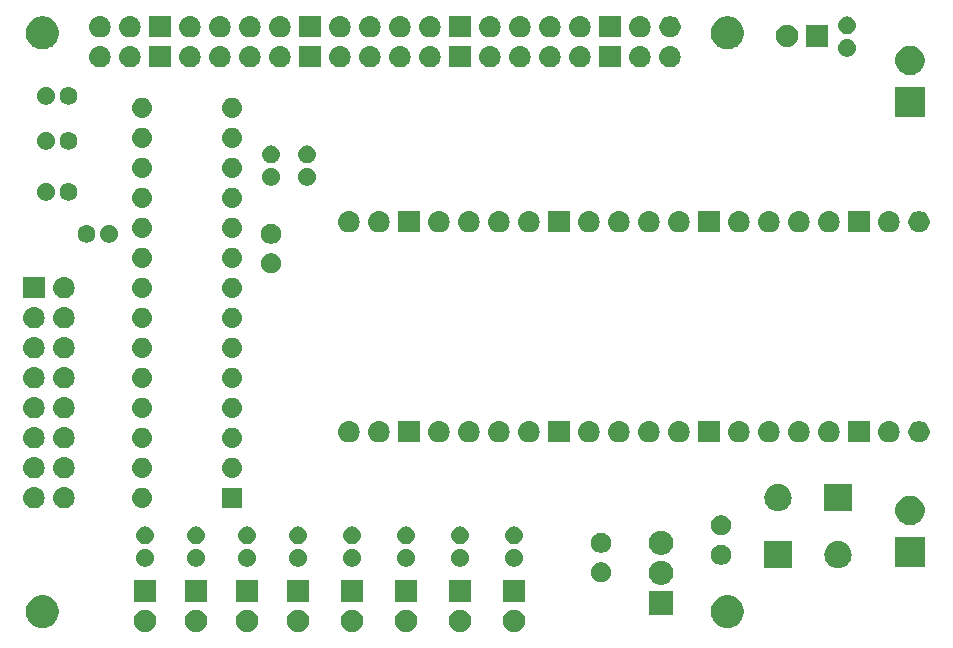
<source format=gbr>
G04 #@! TF.GenerationSoftware,KiCad,Pcbnew,5.1.4+dfsg1-1~bpo10+1*
G04 #@! TF.CreationDate,2021-09-08T12:00:35+01:00*
G04 #@! TF.ProjectId,Project01,50726f6a-6563-4743-9031-2e6b69636164,rev?*
G04 #@! TF.SameCoordinates,Original*
G04 #@! TF.FileFunction,Soldermask,Top*
G04 #@! TF.FilePolarity,Negative*
%FSLAX46Y46*%
G04 Gerber Fmt 4.6, Leading zero omitted, Abs format (unit mm)*
G04 Created by KiCad (PCBNEW 5.1.4+dfsg1-1~bpo10+1) date 2021-09-08 12:00:35*
%MOMM*%
%LPD*%
G04 APERTURE LIST*
%ADD10C,0.100000*%
G04 APERTURE END LIST*
D10*
G36*
X158207395Y-136867546D02*
G01*
X158380466Y-136939234D01*
X158380467Y-136939235D01*
X158536227Y-137043310D01*
X158668690Y-137175773D01*
X158668691Y-137175775D01*
X158772766Y-137331534D01*
X158844454Y-137504605D01*
X158881000Y-137688333D01*
X158881000Y-137875667D01*
X158844454Y-138059395D01*
X158772766Y-138232466D01*
X158721081Y-138309818D01*
X158668690Y-138388227D01*
X158536227Y-138520690D01*
X158457818Y-138573081D01*
X158380466Y-138624766D01*
X158207395Y-138696454D01*
X158023667Y-138733000D01*
X157836333Y-138733000D01*
X157652605Y-138696454D01*
X157479534Y-138624766D01*
X157402182Y-138573081D01*
X157323773Y-138520690D01*
X157191310Y-138388227D01*
X157138919Y-138309818D01*
X157087234Y-138232466D01*
X157015546Y-138059395D01*
X156979000Y-137875667D01*
X156979000Y-137688333D01*
X157015546Y-137504605D01*
X157087234Y-137331534D01*
X157191309Y-137175775D01*
X157191310Y-137175773D01*
X157323773Y-137043310D01*
X157479533Y-136939235D01*
X157479534Y-136939234D01*
X157652605Y-136867546D01*
X157836333Y-136831000D01*
X158023667Y-136831000D01*
X158207395Y-136867546D01*
X158207395Y-136867546D01*
G37*
G36*
X153635395Y-136867546D02*
G01*
X153808466Y-136939234D01*
X153808467Y-136939235D01*
X153964227Y-137043310D01*
X154096690Y-137175773D01*
X154096691Y-137175775D01*
X154200766Y-137331534D01*
X154272454Y-137504605D01*
X154309000Y-137688333D01*
X154309000Y-137875667D01*
X154272454Y-138059395D01*
X154200766Y-138232466D01*
X154149081Y-138309818D01*
X154096690Y-138388227D01*
X153964227Y-138520690D01*
X153885818Y-138573081D01*
X153808466Y-138624766D01*
X153635395Y-138696454D01*
X153451667Y-138733000D01*
X153264333Y-138733000D01*
X153080605Y-138696454D01*
X152907534Y-138624766D01*
X152830182Y-138573081D01*
X152751773Y-138520690D01*
X152619310Y-138388227D01*
X152566919Y-138309818D01*
X152515234Y-138232466D01*
X152443546Y-138059395D01*
X152407000Y-137875667D01*
X152407000Y-137688333D01*
X152443546Y-137504605D01*
X152515234Y-137331534D01*
X152619309Y-137175775D01*
X152619310Y-137175773D01*
X152751773Y-137043310D01*
X152907533Y-136939235D01*
X152907534Y-136939234D01*
X153080605Y-136867546D01*
X153264333Y-136831000D01*
X153451667Y-136831000D01*
X153635395Y-136867546D01*
X153635395Y-136867546D01*
G37*
G36*
X149063395Y-136867546D02*
G01*
X149236466Y-136939234D01*
X149236467Y-136939235D01*
X149392227Y-137043310D01*
X149524690Y-137175773D01*
X149524691Y-137175775D01*
X149628766Y-137331534D01*
X149700454Y-137504605D01*
X149737000Y-137688333D01*
X149737000Y-137875667D01*
X149700454Y-138059395D01*
X149628766Y-138232466D01*
X149577081Y-138309818D01*
X149524690Y-138388227D01*
X149392227Y-138520690D01*
X149313818Y-138573081D01*
X149236466Y-138624766D01*
X149063395Y-138696454D01*
X148879667Y-138733000D01*
X148692333Y-138733000D01*
X148508605Y-138696454D01*
X148335534Y-138624766D01*
X148258182Y-138573081D01*
X148179773Y-138520690D01*
X148047310Y-138388227D01*
X147994919Y-138309818D01*
X147943234Y-138232466D01*
X147871546Y-138059395D01*
X147835000Y-137875667D01*
X147835000Y-137688333D01*
X147871546Y-137504605D01*
X147943234Y-137331534D01*
X148047309Y-137175775D01*
X148047310Y-137175773D01*
X148179773Y-137043310D01*
X148335533Y-136939235D01*
X148335534Y-136939234D01*
X148508605Y-136867546D01*
X148692333Y-136831000D01*
X148879667Y-136831000D01*
X149063395Y-136867546D01*
X149063395Y-136867546D01*
G37*
G36*
X144491395Y-136867546D02*
G01*
X144664466Y-136939234D01*
X144664467Y-136939235D01*
X144820227Y-137043310D01*
X144952690Y-137175773D01*
X144952691Y-137175775D01*
X145056766Y-137331534D01*
X145128454Y-137504605D01*
X145165000Y-137688333D01*
X145165000Y-137875667D01*
X145128454Y-138059395D01*
X145056766Y-138232466D01*
X145005081Y-138309818D01*
X144952690Y-138388227D01*
X144820227Y-138520690D01*
X144741818Y-138573081D01*
X144664466Y-138624766D01*
X144491395Y-138696454D01*
X144307667Y-138733000D01*
X144120333Y-138733000D01*
X143936605Y-138696454D01*
X143763534Y-138624766D01*
X143686182Y-138573081D01*
X143607773Y-138520690D01*
X143475310Y-138388227D01*
X143422919Y-138309818D01*
X143371234Y-138232466D01*
X143299546Y-138059395D01*
X143263000Y-137875667D01*
X143263000Y-137688333D01*
X143299546Y-137504605D01*
X143371234Y-137331534D01*
X143475309Y-137175775D01*
X143475310Y-137175773D01*
X143607773Y-137043310D01*
X143763533Y-136939235D01*
X143763534Y-136939234D01*
X143936605Y-136867546D01*
X144120333Y-136831000D01*
X144307667Y-136831000D01*
X144491395Y-136867546D01*
X144491395Y-136867546D01*
G37*
G36*
X139919395Y-136867546D02*
G01*
X140092466Y-136939234D01*
X140092467Y-136939235D01*
X140248227Y-137043310D01*
X140380690Y-137175773D01*
X140380691Y-137175775D01*
X140484766Y-137331534D01*
X140556454Y-137504605D01*
X140593000Y-137688333D01*
X140593000Y-137875667D01*
X140556454Y-138059395D01*
X140484766Y-138232466D01*
X140433081Y-138309818D01*
X140380690Y-138388227D01*
X140248227Y-138520690D01*
X140169818Y-138573081D01*
X140092466Y-138624766D01*
X139919395Y-138696454D01*
X139735667Y-138733000D01*
X139548333Y-138733000D01*
X139364605Y-138696454D01*
X139191534Y-138624766D01*
X139114182Y-138573081D01*
X139035773Y-138520690D01*
X138903310Y-138388227D01*
X138850919Y-138309818D01*
X138799234Y-138232466D01*
X138727546Y-138059395D01*
X138691000Y-137875667D01*
X138691000Y-137688333D01*
X138727546Y-137504605D01*
X138799234Y-137331534D01*
X138903309Y-137175775D01*
X138903310Y-137175773D01*
X139035773Y-137043310D01*
X139191533Y-136939235D01*
X139191534Y-136939234D01*
X139364605Y-136867546D01*
X139548333Y-136831000D01*
X139735667Y-136831000D01*
X139919395Y-136867546D01*
X139919395Y-136867546D01*
G37*
G36*
X131283395Y-136867546D02*
G01*
X131456466Y-136939234D01*
X131456467Y-136939235D01*
X131612227Y-137043310D01*
X131744690Y-137175773D01*
X131744691Y-137175775D01*
X131848766Y-137331534D01*
X131920454Y-137504605D01*
X131957000Y-137688333D01*
X131957000Y-137875667D01*
X131920454Y-138059395D01*
X131848766Y-138232466D01*
X131797081Y-138309818D01*
X131744690Y-138388227D01*
X131612227Y-138520690D01*
X131533818Y-138573081D01*
X131456466Y-138624766D01*
X131283395Y-138696454D01*
X131099667Y-138733000D01*
X130912333Y-138733000D01*
X130728605Y-138696454D01*
X130555534Y-138624766D01*
X130478182Y-138573081D01*
X130399773Y-138520690D01*
X130267310Y-138388227D01*
X130214919Y-138309818D01*
X130163234Y-138232466D01*
X130091546Y-138059395D01*
X130055000Y-137875667D01*
X130055000Y-137688333D01*
X130091546Y-137504605D01*
X130163234Y-137331534D01*
X130267309Y-137175775D01*
X130267310Y-137175773D01*
X130399773Y-137043310D01*
X130555533Y-136939235D01*
X130555534Y-136939234D01*
X130728605Y-136867546D01*
X130912333Y-136831000D01*
X131099667Y-136831000D01*
X131283395Y-136867546D01*
X131283395Y-136867546D01*
G37*
G36*
X135601395Y-136867546D02*
G01*
X135774466Y-136939234D01*
X135774467Y-136939235D01*
X135930227Y-137043310D01*
X136062690Y-137175773D01*
X136062691Y-137175775D01*
X136166766Y-137331534D01*
X136238454Y-137504605D01*
X136275000Y-137688333D01*
X136275000Y-137875667D01*
X136238454Y-138059395D01*
X136166766Y-138232466D01*
X136115081Y-138309818D01*
X136062690Y-138388227D01*
X135930227Y-138520690D01*
X135851818Y-138573081D01*
X135774466Y-138624766D01*
X135601395Y-138696454D01*
X135417667Y-138733000D01*
X135230333Y-138733000D01*
X135046605Y-138696454D01*
X134873534Y-138624766D01*
X134796182Y-138573081D01*
X134717773Y-138520690D01*
X134585310Y-138388227D01*
X134532919Y-138309818D01*
X134481234Y-138232466D01*
X134409546Y-138059395D01*
X134373000Y-137875667D01*
X134373000Y-137688333D01*
X134409546Y-137504605D01*
X134481234Y-137331534D01*
X134585309Y-137175775D01*
X134585310Y-137175773D01*
X134717773Y-137043310D01*
X134873533Y-136939235D01*
X134873534Y-136939234D01*
X135046605Y-136867546D01*
X135230333Y-136831000D01*
X135417667Y-136831000D01*
X135601395Y-136867546D01*
X135601395Y-136867546D01*
G37*
G36*
X126965395Y-136867546D02*
G01*
X127138466Y-136939234D01*
X127138467Y-136939235D01*
X127294227Y-137043310D01*
X127426690Y-137175773D01*
X127426691Y-137175775D01*
X127530766Y-137331534D01*
X127602454Y-137504605D01*
X127639000Y-137688333D01*
X127639000Y-137875667D01*
X127602454Y-138059395D01*
X127530766Y-138232466D01*
X127479081Y-138309818D01*
X127426690Y-138388227D01*
X127294227Y-138520690D01*
X127215818Y-138573081D01*
X127138466Y-138624766D01*
X126965395Y-138696454D01*
X126781667Y-138733000D01*
X126594333Y-138733000D01*
X126410605Y-138696454D01*
X126237534Y-138624766D01*
X126160182Y-138573081D01*
X126081773Y-138520690D01*
X125949310Y-138388227D01*
X125896919Y-138309818D01*
X125845234Y-138232466D01*
X125773546Y-138059395D01*
X125737000Y-137875667D01*
X125737000Y-137688333D01*
X125773546Y-137504605D01*
X125845234Y-137331534D01*
X125949309Y-137175775D01*
X125949310Y-137175773D01*
X126081773Y-137043310D01*
X126237533Y-136939235D01*
X126237534Y-136939234D01*
X126410605Y-136867546D01*
X126594333Y-136831000D01*
X126781667Y-136831000D01*
X126965395Y-136867546D01*
X126965395Y-136867546D01*
G37*
G36*
X118318433Y-135634893D02*
G01*
X118408657Y-135652839D01*
X118514267Y-135696585D01*
X118663621Y-135758449D01*
X118663622Y-135758450D01*
X118893086Y-135911772D01*
X119088228Y-136106914D01*
X119145748Y-136193000D01*
X119241551Y-136336379D01*
X119347161Y-136591344D01*
X119401000Y-136862012D01*
X119401000Y-137137988D01*
X119347161Y-137408656D01*
X119241551Y-137663621D01*
X119190675Y-137739763D01*
X119088228Y-137893086D01*
X118893086Y-138088228D01*
X118739763Y-138190675D01*
X118663621Y-138241551D01*
X118514267Y-138303415D01*
X118408657Y-138347161D01*
X118318433Y-138365107D01*
X118137988Y-138401000D01*
X117862012Y-138401000D01*
X117681567Y-138365107D01*
X117591343Y-138347161D01*
X117485733Y-138303415D01*
X117336379Y-138241551D01*
X117260237Y-138190675D01*
X117106914Y-138088228D01*
X116911772Y-137893086D01*
X116809325Y-137739763D01*
X116758449Y-137663621D01*
X116652839Y-137408656D01*
X116599000Y-137137988D01*
X116599000Y-136862012D01*
X116652839Y-136591344D01*
X116758449Y-136336379D01*
X116854252Y-136193000D01*
X116911772Y-136106914D01*
X117106914Y-135911772D01*
X117336378Y-135758450D01*
X117336379Y-135758449D01*
X117485733Y-135696585D01*
X117591343Y-135652839D01*
X117681567Y-135634893D01*
X117862012Y-135599000D01*
X118137988Y-135599000D01*
X118318433Y-135634893D01*
X118318433Y-135634893D01*
G37*
G36*
X176318433Y-135634893D02*
G01*
X176408657Y-135652839D01*
X176514267Y-135696585D01*
X176663621Y-135758449D01*
X176663622Y-135758450D01*
X176893086Y-135911772D01*
X177088228Y-136106914D01*
X177145748Y-136193000D01*
X177241551Y-136336379D01*
X177347161Y-136591344D01*
X177401000Y-136862012D01*
X177401000Y-137137988D01*
X177347161Y-137408656D01*
X177241551Y-137663621D01*
X177190675Y-137739763D01*
X177088228Y-137893086D01*
X176893086Y-138088228D01*
X176739763Y-138190675D01*
X176663621Y-138241551D01*
X176514267Y-138303415D01*
X176408657Y-138347161D01*
X176318433Y-138365107D01*
X176137988Y-138401000D01*
X175862012Y-138401000D01*
X175681567Y-138365107D01*
X175591343Y-138347161D01*
X175485733Y-138303415D01*
X175336379Y-138241551D01*
X175260237Y-138190675D01*
X175106914Y-138088228D01*
X174911772Y-137893086D01*
X174809325Y-137739763D01*
X174758449Y-137663621D01*
X174652839Y-137408656D01*
X174599000Y-137137988D01*
X174599000Y-136862012D01*
X174652839Y-136591344D01*
X174758449Y-136336379D01*
X174854252Y-136193000D01*
X174911772Y-136106914D01*
X175106914Y-135911772D01*
X175336378Y-135758450D01*
X175336379Y-135758449D01*
X175485733Y-135696585D01*
X175591343Y-135652839D01*
X175681567Y-135634893D01*
X175862012Y-135599000D01*
X176137988Y-135599000D01*
X176318433Y-135634893D01*
X176318433Y-135634893D01*
G37*
G36*
X171427000Y-137261500D02*
G01*
X169325000Y-137261500D01*
X169325000Y-135254500D01*
X171427000Y-135254500D01*
X171427000Y-137261500D01*
X171427000Y-137261500D01*
G37*
G36*
X127639000Y-136193000D02*
G01*
X125737000Y-136193000D01*
X125737000Y-134291000D01*
X127639000Y-134291000D01*
X127639000Y-136193000D01*
X127639000Y-136193000D01*
G37*
G36*
X158881000Y-136193000D02*
G01*
X156979000Y-136193000D01*
X156979000Y-134291000D01*
X158881000Y-134291000D01*
X158881000Y-136193000D01*
X158881000Y-136193000D01*
G37*
G36*
X154309000Y-136193000D02*
G01*
X152407000Y-136193000D01*
X152407000Y-134291000D01*
X154309000Y-134291000D01*
X154309000Y-136193000D01*
X154309000Y-136193000D01*
G37*
G36*
X131957000Y-136193000D02*
G01*
X130055000Y-136193000D01*
X130055000Y-134291000D01*
X131957000Y-134291000D01*
X131957000Y-136193000D01*
X131957000Y-136193000D01*
G37*
G36*
X149737000Y-136193000D02*
G01*
X147835000Y-136193000D01*
X147835000Y-134291000D01*
X149737000Y-134291000D01*
X149737000Y-136193000D01*
X149737000Y-136193000D01*
G37*
G36*
X136275000Y-136193000D02*
G01*
X134373000Y-136193000D01*
X134373000Y-134291000D01*
X136275000Y-134291000D01*
X136275000Y-136193000D01*
X136275000Y-136193000D01*
G37*
G36*
X145165000Y-136193000D02*
G01*
X143263000Y-136193000D01*
X143263000Y-134291000D01*
X145165000Y-134291000D01*
X145165000Y-136193000D01*
X145165000Y-136193000D01*
G37*
G36*
X140593000Y-136193000D02*
G01*
X138691000Y-136193000D01*
X138691000Y-134291000D01*
X140593000Y-134291000D01*
X140593000Y-136193000D01*
X140593000Y-136193000D01*
G37*
G36*
X170521936Y-132719340D02*
G01*
X170620220Y-132729020D01*
X170809381Y-132786401D01*
X170983712Y-132879583D01*
X171136515Y-133004985D01*
X171261917Y-133157788D01*
X171355099Y-133332119D01*
X171412480Y-133521280D01*
X171431855Y-133718000D01*
X171412480Y-133914720D01*
X171355099Y-134103881D01*
X171261917Y-134278212D01*
X171136515Y-134431015D01*
X170983712Y-134556417D01*
X170809381Y-134649599D01*
X170620220Y-134706980D01*
X170521936Y-134716660D01*
X170472795Y-134721500D01*
X170279205Y-134721500D01*
X170230064Y-134716660D01*
X170131780Y-134706980D01*
X169942619Y-134649599D01*
X169768288Y-134556417D01*
X169615485Y-134431015D01*
X169490083Y-134278212D01*
X169396901Y-134103881D01*
X169339520Y-133914720D01*
X169320145Y-133718000D01*
X169339520Y-133521280D01*
X169396901Y-133332119D01*
X169490083Y-133157788D01*
X169615485Y-133004985D01*
X169768288Y-132879583D01*
X169942619Y-132786401D01*
X170131780Y-132729020D01*
X170230064Y-132719340D01*
X170279205Y-132714500D01*
X170472795Y-132714500D01*
X170521936Y-132719340D01*
X170521936Y-132719340D01*
G37*
G36*
X165544228Y-132859703D02*
G01*
X165699100Y-132923853D01*
X165838481Y-133016985D01*
X165957015Y-133135519D01*
X166050147Y-133274900D01*
X166114297Y-133429772D01*
X166147000Y-133594184D01*
X166147000Y-133761816D01*
X166114297Y-133926228D01*
X166050147Y-134081100D01*
X165957015Y-134220481D01*
X165838481Y-134339015D01*
X165699100Y-134432147D01*
X165544228Y-134496297D01*
X165379816Y-134529000D01*
X165212184Y-134529000D01*
X165047772Y-134496297D01*
X164892900Y-134432147D01*
X164753519Y-134339015D01*
X164634985Y-134220481D01*
X164541853Y-134081100D01*
X164477703Y-133926228D01*
X164445000Y-133761816D01*
X164445000Y-133594184D01*
X164477703Y-133429772D01*
X164541853Y-133274900D01*
X164634985Y-133135519D01*
X164753519Y-133016985D01*
X164892900Y-132923853D01*
X165047772Y-132859703D01*
X165212184Y-132827000D01*
X165379816Y-132827000D01*
X165544228Y-132859703D01*
X165544228Y-132859703D01*
G37*
G36*
X185531271Y-131054103D02*
G01*
X185587635Y-131059654D01*
X185804600Y-131125470D01*
X185804602Y-131125471D01*
X186004555Y-131232347D01*
X186179818Y-131376182D01*
X186323653Y-131551445D01*
X186416879Y-131725860D01*
X186430530Y-131751400D01*
X186496346Y-131968365D01*
X186518569Y-132194000D01*
X186496346Y-132419635D01*
X186465304Y-132521967D01*
X186430529Y-132636602D01*
X186323653Y-132836555D01*
X186179818Y-133011818D01*
X186004555Y-133155653D01*
X185804602Y-133262529D01*
X185804600Y-133262530D01*
X185587635Y-133328346D01*
X185549347Y-133332117D01*
X185418545Y-133345000D01*
X185305455Y-133345000D01*
X185174653Y-133332117D01*
X185136365Y-133328346D01*
X184919400Y-133262530D01*
X184919398Y-133262529D01*
X184719445Y-133155653D01*
X184544182Y-133011818D01*
X184400347Y-132836555D01*
X184293471Y-132636602D01*
X184258697Y-132521967D01*
X184227654Y-132419635D01*
X184205431Y-132194000D01*
X184227654Y-131968365D01*
X184293470Y-131751400D01*
X184307121Y-131725860D01*
X184400347Y-131551445D01*
X184544182Y-131376182D01*
X184719445Y-131232347D01*
X184919398Y-131125471D01*
X184919400Y-131125470D01*
X185136365Y-131059654D01*
X185192729Y-131054103D01*
X185305455Y-131043000D01*
X185418545Y-131043000D01*
X185531271Y-131054103D01*
X185531271Y-131054103D01*
G37*
G36*
X181433000Y-133345000D02*
G01*
X179131000Y-133345000D01*
X179131000Y-131043000D01*
X181433000Y-131043000D01*
X181433000Y-133345000D01*
X181433000Y-133345000D01*
G37*
G36*
X135543059Y-131725860D02*
G01*
X135679732Y-131782472D01*
X135802735Y-131864660D01*
X135907340Y-131969265D01*
X135989528Y-132092268D01*
X135989529Y-132092270D01*
X136046140Y-132228941D01*
X136075000Y-132374032D01*
X136075000Y-132521968D01*
X136052199Y-132636600D01*
X136046140Y-132667059D01*
X135989528Y-132803732D01*
X135907340Y-132926735D01*
X135802735Y-133031340D01*
X135679732Y-133113528D01*
X135679731Y-133113529D01*
X135679730Y-133113529D01*
X135543059Y-133170140D01*
X135397968Y-133199000D01*
X135250032Y-133199000D01*
X135104941Y-133170140D01*
X134968270Y-133113529D01*
X134968269Y-133113529D01*
X134968268Y-133113528D01*
X134845265Y-133031340D01*
X134740660Y-132926735D01*
X134658472Y-132803732D01*
X134601860Y-132667059D01*
X134595801Y-132636600D01*
X134573000Y-132521968D01*
X134573000Y-132374032D01*
X134601860Y-132228941D01*
X134658471Y-132092270D01*
X134658472Y-132092268D01*
X134740660Y-131969265D01*
X134845265Y-131864660D01*
X134968268Y-131782472D01*
X135104941Y-131725860D01*
X135250032Y-131697000D01*
X135397968Y-131697000D01*
X135543059Y-131725860D01*
X135543059Y-131725860D01*
G37*
G36*
X126907059Y-131725860D02*
G01*
X127043732Y-131782472D01*
X127166735Y-131864660D01*
X127271340Y-131969265D01*
X127353528Y-132092268D01*
X127353529Y-132092270D01*
X127410140Y-132228941D01*
X127439000Y-132374032D01*
X127439000Y-132521968D01*
X127416199Y-132636600D01*
X127410140Y-132667059D01*
X127353528Y-132803732D01*
X127271340Y-132926735D01*
X127166735Y-133031340D01*
X127043732Y-133113528D01*
X127043731Y-133113529D01*
X127043730Y-133113529D01*
X126907059Y-133170140D01*
X126761968Y-133199000D01*
X126614032Y-133199000D01*
X126468941Y-133170140D01*
X126332270Y-133113529D01*
X126332269Y-133113529D01*
X126332268Y-133113528D01*
X126209265Y-133031340D01*
X126104660Y-132926735D01*
X126022472Y-132803732D01*
X125965860Y-132667059D01*
X125959801Y-132636600D01*
X125937000Y-132521968D01*
X125937000Y-132374032D01*
X125965860Y-132228941D01*
X126022471Y-132092270D01*
X126022472Y-132092268D01*
X126104660Y-131969265D01*
X126209265Y-131864660D01*
X126332268Y-131782472D01*
X126468941Y-131725860D01*
X126614032Y-131697000D01*
X126761968Y-131697000D01*
X126907059Y-131725860D01*
X126907059Y-131725860D01*
G37*
G36*
X131225059Y-131725860D02*
G01*
X131361732Y-131782472D01*
X131484735Y-131864660D01*
X131589340Y-131969265D01*
X131671528Y-132092268D01*
X131671529Y-132092270D01*
X131728140Y-132228941D01*
X131757000Y-132374032D01*
X131757000Y-132521968D01*
X131734199Y-132636600D01*
X131728140Y-132667059D01*
X131671528Y-132803732D01*
X131589340Y-132926735D01*
X131484735Y-133031340D01*
X131361732Y-133113528D01*
X131361731Y-133113529D01*
X131361730Y-133113529D01*
X131225059Y-133170140D01*
X131079968Y-133199000D01*
X130932032Y-133199000D01*
X130786941Y-133170140D01*
X130650270Y-133113529D01*
X130650269Y-133113529D01*
X130650268Y-133113528D01*
X130527265Y-133031340D01*
X130422660Y-132926735D01*
X130340472Y-132803732D01*
X130283860Y-132667059D01*
X130277801Y-132636600D01*
X130255000Y-132521968D01*
X130255000Y-132374032D01*
X130283860Y-132228941D01*
X130340471Y-132092270D01*
X130340472Y-132092268D01*
X130422660Y-131969265D01*
X130527265Y-131864660D01*
X130650268Y-131782472D01*
X130786941Y-131725860D01*
X130932032Y-131697000D01*
X131079968Y-131697000D01*
X131225059Y-131725860D01*
X131225059Y-131725860D01*
G37*
G36*
X144433059Y-131725860D02*
G01*
X144569732Y-131782472D01*
X144692735Y-131864660D01*
X144797340Y-131969265D01*
X144879528Y-132092268D01*
X144879529Y-132092270D01*
X144936140Y-132228941D01*
X144965000Y-132374032D01*
X144965000Y-132521968D01*
X144942199Y-132636600D01*
X144936140Y-132667059D01*
X144879528Y-132803732D01*
X144797340Y-132926735D01*
X144692735Y-133031340D01*
X144569732Y-133113528D01*
X144569731Y-133113529D01*
X144569730Y-133113529D01*
X144433059Y-133170140D01*
X144287968Y-133199000D01*
X144140032Y-133199000D01*
X143994941Y-133170140D01*
X143858270Y-133113529D01*
X143858269Y-133113529D01*
X143858268Y-133113528D01*
X143735265Y-133031340D01*
X143630660Y-132926735D01*
X143548472Y-132803732D01*
X143491860Y-132667059D01*
X143485801Y-132636600D01*
X143463000Y-132521968D01*
X143463000Y-132374032D01*
X143491860Y-132228941D01*
X143548471Y-132092270D01*
X143548472Y-132092268D01*
X143630660Y-131969265D01*
X143735265Y-131864660D01*
X143858268Y-131782472D01*
X143994941Y-131725860D01*
X144140032Y-131697000D01*
X144287968Y-131697000D01*
X144433059Y-131725860D01*
X144433059Y-131725860D01*
G37*
G36*
X149005059Y-131725860D02*
G01*
X149141732Y-131782472D01*
X149264735Y-131864660D01*
X149369340Y-131969265D01*
X149451528Y-132092268D01*
X149451529Y-132092270D01*
X149508140Y-132228941D01*
X149537000Y-132374032D01*
X149537000Y-132521968D01*
X149514199Y-132636600D01*
X149508140Y-132667059D01*
X149451528Y-132803732D01*
X149369340Y-132926735D01*
X149264735Y-133031340D01*
X149141732Y-133113528D01*
X149141731Y-133113529D01*
X149141730Y-133113529D01*
X149005059Y-133170140D01*
X148859968Y-133199000D01*
X148712032Y-133199000D01*
X148566941Y-133170140D01*
X148430270Y-133113529D01*
X148430269Y-133113529D01*
X148430268Y-133113528D01*
X148307265Y-133031340D01*
X148202660Y-132926735D01*
X148120472Y-132803732D01*
X148063860Y-132667059D01*
X148057801Y-132636600D01*
X148035000Y-132521968D01*
X148035000Y-132374032D01*
X148063860Y-132228941D01*
X148120471Y-132092270D01*
X148120472Y-132092268D01*
X148202660Y-131969265D01*
X148307265Y-131864660D01*
X148430268Y-131782472D01*
X148566941Y-131725860D01*
X148712032Y-131697000D01*
X148859968Y-131697000D01*
X149005059Y-131725860D01*
X149005059Y-131725860D01*
G37*
G36*
X139861059Y-131725860D02*
G01*
X139997732Y-131782472D01*
X140120735Y-131864660D01*
X140225340Y-131969265D01*
X140307528Y-132092268D01*
X140307529Y-132092270D01*
X140364140Y-132228941D01*
X140393000Y-132374032D01*
X140393000Y-132521968D01*
X140370199Y-132636600D01*
X140364140Y-132667059D01*
X140307528Y-132803732D01*
X140225340Y-132926735D01*
X140120735Y-133031340D01*
X139997732Y-133113528D01*
X139997731Y-133113529D01*
X139997730Y-133113529D01*
X139861059Y-133170140D01*
X139715968Y-133199000D01*
X139568032Y-133199000D01*
X139422941Y-133170140D01*
X139286270Y-133113529D01*
X139286269Y-133113529D01*
X139286268Y-133113528D01*
X139163265Y-133031340D01*
X139058660Y-132926735D01*
X138976472Y-132803732D01*
X138919860Y-132667059D01*
X138913801Y-132636600D01*
X138891000Y-132521968D01*
X138891000Y-132374032D01*
X138919860Y-132228941D01*
X138976471Y-132092270D01*
X138976472Y-132092268D01*
X139058660Y-131969265D01*
X139163265Y-131864660D01*
X139286268Y-131782472D01*
X139422941Y-131725860D01*
X139568032Y-131697000D01*
X139715968Y-131697000D01*
X139861059Y-131725860D01*
X139861059Y-131725860D01*
G37*
G36*
X158149059Y-131725860D02*
G01*
X158285732Y-131782472D01*
X158408735Y-131864660D01*
X158513340Y-131969265D01*
X158595528Y-132092268D01*
X158595529Y-132092270D01*
X158652140Y-132228941D01*
X158681000Y-132374032D01*
X158681000Y-132521968D01*
X158658199Y-132636600D01*
X158652140Y-132667059D01*
X158595528Y-132803732D01*
X158513340Y-132926735D01*
X158408735Y-133031340D01*
X158285732Y-133113528D01*
X158285731Y-133113529D01*
X158285730Y-133113529D01*
X158149059Y-133170140D01*
X158003968Y-133199000D01*
X157856032Y-133199000D01*
X157710941Y-133170140D01*
X157574270Y-133113529D01*
X157574269Y-133113529D01*
X157574268Y-133113528D01*
X157451265Y-133031340D01*
X157346660Y-132926735D01*
X157264472Y-132803732D01*
X157207860Y-132667059D01*
X157201801Y-132636600D01*
X157179000Y-132521968D01*
X157179000Y-132374032D01*
X157207860Y-132228941D01*
X157264471Y-132092270D01*
X157264472Y-132092268D01*
X157346660Y-131969265D01*
X157451265Y-131864660D01*
X157574268Y-131782472D01*
X157710941Y-131725860D01*
X157856032Y-131697000D01*
X158003968Y-131697000D01*
X158149059Y-131725860D01*
X158149059Y-131725860D01*
G37*
G36*
X153577059Y-131725860D02*
G01*
X153713732Y-131782472D01*
X153836735Y-131864660D01*
X153941340Y-131969265D01*
X154023528Y-132092268D01*
X154023529Y-132092270D01*
X154080140Y-132228941D01*
X154109000Y-132374032D01*
X154109000Y-132521968D01*
X154086199Y-132636600D01*
X154080140Y-132667059D01*
X154023528Y-132803732D01*
X153941340Y-132926735D01*
X153836735Y-133031340D01*
X153713732Y-133113528D01*
X153713731Y-133113529D01*
X153713730Y-133113529D01*
X153577059Y-133170140D01*
X153431968Y-133199000D01*
X153284032Y-133199000D01*
X153138941Y-133170140D01*
X153002270Y-133113529D01*
X153002269Y-133113529D01*
X153002268Y-133113528D01*
X152879265Y-133031340D01*
X152774660Y-132926735D01*
X152692472Y-132803732D01*
X152635860Y-132667059D01*
X152629801Y-132636600D01*
X152607000Y-132521968D01*
X152607000Y-132374032D01*
X152635860Y-132228941D01*
X152692471Y-132092270D01*
X152692472Y-132092268D01*
X152774660Y-131969265D01*
X152879265Y-131864660D01*
X153002268Y-131782472D01*
X153138941Y-131725860D01*
X153284032Y-131697000D01*
X153431968Y-131697000D01*
X153577059Y-131725860D01*
X153577059Y-131725860D01*
G37*
G36*
X192709000Y-133191000D02*
G01*
X190207000Y-133191000D01*
X190207000Y-130689000D01*
X192709000Y-130689000D01*
X192709000Y-133191000D01*
X192709000Y-133191000D01*
G37*
G36*
X175704228Y-131375703D02*
G01*
X175859100Y-131439853D01*
X175998481Y-131532985D01*
X176117015Y-131651519D01*
X176210147Y-131790900D01*
X176274297Y-131945772D01*
X176307000Y-132110184D01*
X176307000Y-132277816D01*
X176274297Y-132442228D01*
X176210147Y-132597100D01*
X176117015Y-132736481D01*
X175998481Y-132855015D01*
X175859100Y-132948147D01*
X175704228Y-133012297D01*
X175539816Y-133045000D01*
X175372184Y-133045000D01*
X175207772Y-133012297D01*
X175052900Y-132948147D01*
X174913519Y-132855015D01*
X174794985Y-132736481D01*
X174701853Y-132597100D01*
X174637703Y-132442228D01*
X174605000Y-132277816D01*
X174605000Y-132110184D01*
X174637703Y-131945772D01*
X174701853Y-131790900D01*
X174794985Y-131651519D01*
X174913519Y-131532985D01*
X175052900Y-131439853D01*
X175207772Y-131375703D01*
X175372184Y-131343000D01*
X175539816Y-131343000D01*
X175704228Y-131375703D01*
X175704228Y-131375703D01*
G37*
G36*
X170521936Y-130179340D02*
G01*
X170620220Y-130189020D01*
X170809381Y-130246401D01*
X170983712Y-130339583D01*
X171136515Y-130464985D01*
X171261917Y-130617788D01*
X171355099Y-130792119D01*
X171412480Y-130981280D01*
X171431855Y-131178000D01*
X171412480Y-131374720D01*
X171355099Y-131563881D01*
X171261917Y-131738212D01*
X171136515Y-131891015D01*
X170983712Y-132016417D01*
X170809381Y-132109599D01*
X170620220Y-132166980D01*
X170521936Y-132176660D01*
X170472795Y-132181500D01*
X170279205Y-132181500D01*
X170230064Y-132176660D01*
X170131780Y-132166980D01*
X169942619Y-132109599D01*
X169768288Y-132016417D01*
X169615485Y-131891015D01*
X169490083Y-131738212D01*
X169396901Y-131563881D01*
X169339520Y-131374720D01*
X169320145Y-131178000D01*
X169339520Y-130981280D01*
X169396901Y-130792119D01*
X169490083Y-130617788D01*
X169615485Y-130464985D01*
X169768288Y-130339583D01*
X169942619Y-130246401D01*
X170131780Y-130189020D01*
X170230064Y-130179340D01*
X170279205Y-130174500D01*
X170472795Y-130174500D01*
X170521936Y-130179340D01*
X170521936Y-130179340D01*
G37*
G36*
X165544228Y-130359703D02*
G01*
X165699100Y-130423853D01*
X165838481Y-130516985D01*
X165957015Y-130635519D01*
X166050147Y-130774900D01*
X166114297Y-130929772D01*
X166147000Y-131094184D01*
X166147000Y-131261816D01*
X166114297Y-131426228D01*
X166050147Y-131581100D01*
X165957015Y-131720481D01*
X165838481Y-131839015D01*
X165699100Y-131932147D01*
X165544228Y-131996297D01*
X165379816Y-132029000D01*
X165212184Y-132029000D01*
X165047772Y-131996297D01*
X164892900Y-131932147D01*
X164753519Y-131839015D01*
X164634985Y-131720481D01*
X164541853Y-131581100D01*
X164477703Y-131426228D01*
X164445000Y-131261816D01*
X164445000Y-131094184D01*
X164477703Y-130929772D01*
X164541853Y-130774900D01*
X164634985Y-130635519D01*
X164753519Y-130516985D01*
X164892900Y-130423853D01*
X165047772Y-130359703D01*
X165212184Y-130327000D01*
X165379816Y-130327000D01*
X165544228Y-130359703D01*
X165544228Y-130359703D01*
G37*
G36*
X144287665Y-129800622D02*
G01*
X144361222Y-129807867D01*
X144502786Y-129850810D01*
X144633252Y-129920546D01*
X144659673Y-129942229D01*
X144747607Y-130014393D01*
X144815479Y-130097097D01*
X144841454Y-130128748D01*
X144911190Y-130259214D01*
X144954133Y-130400778D01*
X144968633Y-130548000D01*
X144954133Y-130695222D01*
X144911190Y-130836786D01*
X144841454Y-130967252D01*
X144829940Y-130981282D01*
X144747607Y-131081607D01*
X144663040Y-131151008D01*
X144633252Y-131175454D01*
X144502786Y-131245190D01*
X144361222Y-131288133D01*
X144287665Y-131295378D01*
X144250888Y-131299000D01*
X144177112Y-131299000D01*
X144140335Y-131295378D01*
X144066778Y-131288133D01*
X143925214Y-131245190D01*
X143794748Y-131175454D01*
X143764960Y-131151008D01*
X143680393Y-131081607D01*
X143598060Y-130981282D01*
X143586546Y-130967252D01*
X143516810Y-130836786D01*
X143473867Y-130695222D01*
X143459367Y-130548000D01*
X143473867Y-130400778D01*
X143516810Y-130259214D01*
X143586546Y-130128748D01*
X143612521Y-130097097D01*
X143680393Y-130014393D01*
X143768327Y-129942229D01*
X143794748Y-129920546D01*
X143925214Y-129850810D01*
X144066778Y-129807867D01*
X144140335Y-129800622D01*
X144177112Y-129797000D01*
X144250888Y-129797000D01*
X144287665Y-129800622D01*
X144287665Y-129800622D01*
G37*
G36*
X131079665Y-129800622D02*
G01*
X131153222Y-129807867D01*
X131294786Y-129850810D01*
X131425252Y-129920546D01*
X131451673Y-129942229D01*
X131539607Y-130014393D01*
X131607479Y-130097097D01*
X131633454Y-130128748D01*
X131703190Y-130259214D01*
X131746133Y-130400778D01*
X131760633Y-130548000D01*
X131746133Y-130695222D01*
X131703190Y-130836786D01*
X131633454Y-130967252D01*
X131621940Y-130981282D01*
X131539607Y-131081607D01*
X131455040Y-131151008D01*
X131425252Y-131175454D01*
X131294786Y-131245190D01*
X131153222Y-131288133D01*
X131079665Y-131295378D01*
X131042888Y-131299000D01*
X130969112Y-131299000D01*
X130932335Y-131295378D01*
X130858778Y-131288133D01*
X130717214Y-131245190D01*
X130586748Y-131175454D01*
X130556960Y-131151008D01*
X130472393Y-131081607D01*
X130390060Y-130981282D01*
X130378546Y-130967252D01*
X130308810Y-130836786D01*
X130265867Y-130695222D01*
X130251367Y-130548000D01*
X130265867Y-130400778D01*
X130308810Y-130259214D01*
X130378546Y-130128748D01*
X130404521Y-130097097D01*
X130472393Y-130014393D01*
X130560327Y-129942229D01*
X130586748Y-129920546D01*
X130717214Y-129850810D01*
X130858778Y-129807867D01*
X130932335Y-129800622D01*
X130969112Y-129797000D01*
X131042888Y-129797000D01*
X131079665Y-129800622D01*
X131079665Y-129800622D01*
G37*
G36*
X135397665Y-129800622D02*
G01*
X135471222Y-129807867D01*
X135612786Y-129850810D01*
X135743252Y-129920546D01*
X135769673Y-129942229D01*
X135857607Y-130014393D01*
X135925479Y-130097097D01*
X135951454Y-130128748D01*
X136021190Y-130259214D01*
X136064133Y-130400778D01*
X136078633Y-130548000D01*
X136064133Y-130695222D01*
X136021190Y-130836786D01*
X135951454Y-130967252D01*
X135939940Y-130981282D01*
X135857607Y-131081607D01*
X135773040Y-131151008D01*
X135743252Y-131175454D01*
X135612786Y-131245190D01*
X135471222Y-131288133D01*
X135397665Y-131295378D01*
X135360888Y-131299000D01*
X135287112Y-131299000D01*
X135250335Y-131295378D01*
X135176778Y-131288133D01*
X135035214Y-131245190D01*
X134904748Y-131175454D01*
X134874960Y-131151008D01*
X134790393Y-131081607D01*
X134708060Y-130981282D01*
X134696546Y-130967252D01*
X134626810Y-130836786D01*
X134583867Y-130695222D01*
X134569367Y-130548000D01*
X134583867Y-130400778D01*
X134626810Y-130259214D01*
X134696546Y-130128748D01*
X134722521Y-130097097D01*
X134790393Y-130014393D01*
X134878327Y-129942229D01*
X134904748Y-129920546D01*
X135035214Y-129850810D01*
X135176778Y-129807867D01*
X135250335Y-129800622D01*
X135287112Y-129797000D01*
X135360888Y-129797000D01*
X135397665Y-129800622D01*
X135397665Y-129800622D01*
G37*
G36*
X126761665Y-129800622D02*
G01*
X126835222Y-129807867D01*
X126976786Y-129850810D01*
X127107252Y-129920546D01*
X127133673Y-129942229D01*
X127221607Y-130014393D01*
X127289479Y-130097097D01*
X127315454Y-130128748D01*
X127385190Y-130259214D01*
X127428133Y-130400778D01*
X127442633Y-130548000D01*
X127428133Y-130695222D01*
X127385190Y-130836786D01*
X127315454Y-130967252D01*
X127303940Y-130981282D01*
X127221607Y-131081607D01*
X127137040Y-131151008D01*
X127107252Y-131175454D01*
X126976786Y-131245190D01*
X126835222Y-131288133D01*
X126761665Y-131295378D01*
X126724888Y-131299000D01*
X126651112Y-131299000D01*
X126614335Y-131295378D01*
X126540778Y-131288133D01*
X126399214Y-131245190D01*
X126268748Y-131175454D01*
X126238960Y-131151008D01*
X126154393Y-131081607D01*
X126072060Y-130981282D01*
X126060546Y-130967252D01*
X125990810Y-130836786D01*
X125947867Y-130695222D01*
X125933367Y-130548000D01*
X125947867Y-130400778D01*
X125990810Y-130259214D01*
X126060546Y-130128748D01*
X126086521Y-130097097D01*
X126154393Y-130014393D01*
X126242327Y-129942229D01*
X126268748Y-129920546D01*
X126399214Y-129850810D01*
X126540778Y-129807867D01*
X126614335Y-129800622D01*
X126651112Y-129797000D01*
X126724888Y-129797000D01*
X126761665Y-129800622D01*
X126761665Y-129800622D01*
G37*
G36*
X139715665Y-129800622D02*
G01*
X139789222Y-129807867D01*
X139930786Y-129850810D01*
X140061252Y-129920546D01*
X140087673Y-129942229D01*
X140175607Y-130014393D01*
X140243479Y-130097097D01*
X140269454Y-130128748D01*
X140339190Y-130259214D01*
X140382133Y-130400778D01*
X140396633Y-130548000D01*
X140382133Y-130695222D01*
X140339190Y-130836786D01*
X140269454Y-130967252D01*
X140257940Y-130981282D01*
X140175607Y-131081607D01*
X140091040Y-131151008D01*
X140061252Y-131175454D01*
X139930786Y-131245190D01*
X139789222Y-131288133D01*
X139715665Y-131295378D01*
X139678888Y-131299000D01*
X139605112Y-131299000D01*
X139568335Y-131295378D01*
X139494778Y-131288133D01*
X139353214Y-131245190D01*
X139222748Y-131175454D01*
X139192960Y-131151008D01*
X139108393Y-131081607D01*
X139026060Y-130981282D01*
X139014546Y-130967252D01*
X138944810Y-130836786D01*
X138901867Y-130695222D01*
X138887367Y-130548000D01*
X138901867Y-130400778D01*
X138944810Y-130259214D01*
X139014546Y-130128748D01*
X139040521Y-130097097D01*
X139108393Y-130014393D01*
X139196327Y-129942229D01*
X139222748Y-129920546D01*
X139353214Y-129850810D01*
X139494778Y-129807867D01*
X139568335Y-129800622D01*
X139605112Y-129797000D01*
X139678888Y-129797000D01*
X139715665Y-129800622D01*
X139715665Y-129800622D01*
G37*
G36*
X148859665Y-129800622D02*
G01*
X148933222Y-129807867D01*
X149074786Y-129850810D01*
X149205252Y-129920546D01*
X149231673Y-129942229D01*
X149319607Y-130014393D01*
X149387479Y-130097097D01*
X149413454Y-130128748D01*
X149483190Y-130259214D01*
X149526133Y-130400778D01*
X149540633Y-130548000D01*
X149526133Y-130695222D01*
X149483190Y-130836786D01*
X149413454Y-130967252D01*
X149401940Y-130981282D01*
X149319607Y-131081607D01*
X149235040Y-131151008D01*
X149205252Y-131175454D01*
X149074786Y-131245190D01*
X148933222Y-131288133D01*
X148859665Y-131295378D01*
X148822888Y-131299000D01*
X148749112Y-131299000D01*
X148712335Y-131295378D01*
X148638778Y-131288133D01*
X148497214Y-131245190D01*
X148366748Y-131175454D01*
X148336960Y-131151008D01*
X148252393Y-131081607D01*
X148170060Y-130981282D01*
X148158546Y-130967252D01*
X148088810Y-130836786D01*
X148045867Y-130695222D01*
X148031367Y-130548000D01*
X148045867Y-130400778D01*
X148088810Y-130259214D01*
X148158546Y-130128748D01*
X148184521Y-130097097D01*
X148252393Y-130014393D01*
X148340327Y-129942229D01*
X148366748Y-129920546D01*
X148497214Y-129850810D01*
X148638778Y-129807867D01*
X148712335Y-129800622D01*
X148749112Y-129797000D01*
X148822888Y-129797000D01*
X148859665Y-129800622D01*
X148859665Y-129800622D01*
G37*
G36*
X153431665Y-129800622D02*
G01*
X153505222Y-129807867D01*
X153646786Y-129850810D01*
X153777252Y-129920546D01*
X153803673Y-129942229D01*
X153891607Y-130014393D01*
X153959479Y-130097097D01*
X153985454Y-130128748D01*
X154055190Y-130259214D01*
X154098133Y-130400778D01*
X154112633Y-130548000D01*
X154098133Y-130695222D01*
X154055190Y-130836786D01*
X153985454Y-130967252D01*
X153973940Y-130981282D01*
X153891607Y-131081607D01*
X153807040Y-131151008D01*
X153777252Y-131175454D01*
X153646786Y-131245190D01*
X153505222Y-131288133D01*
X153431665Y-131295378D01*
X153394888Y-131299000D01*
X153321112Y-131299000D01*
X153284335Y-131295378D01*
X153210778Y-131288133D01*
X153069214Y-131245190D01*
X152938748Y-131175454D01*
X152908960Y-131151008D01*
X152824393Y-131081607D01*
X152742060Y-130981282D01*
X152730546Y-130967252D01*
X152660810Y-130836786D01*
X152617867Y-130695222D01*
X152603367Y-130548000D01*
X152617867Y-130400778D01*
X152660810Y-130259214D01*
X152730546Y-130128748D01*
X152756521Y-130097097D01*
X152824393Y-130014393D01*
X152912327Y-129942229D01*
X152938748Y-129920546D01*
X153069214Y-129850810D01*
X153210778Y-129807867D01*
X153284335Y-129800622D01*
X153321112Y-129797000D01*
X153394888Y-129797000D01*
X153431665Y-129800622D01*
X153431665Y-129800622D01*
G37*
G36*
X158003665Y-129800622D02*
G01*
X158077222Y-129807867D01*
X158218786Y-129850810D01*
X158349252Y-129920546D01*
X158375673Y-129942229D01*
X158463607Y-130014393D01*
X158531479Y-130097097D01*
X158557454Y-130128748D01*
X158627190Y-130259214D01*
X158670133Y-130400778D01*
X158684633Y-130548000D01*
X158670133Y-130695222D01*
X158627190Y-130836786D01*
X158557454Y-130967252D01*
X158545940Y-130981282D01*
X158463607Y-131081607D01*
X158379040Y-131151008D01*
X158349252Y-131175454D01*
X158218786Y-131245190D01*
X158077222Y-131288133D01*
X158003665Y-131295378D01*
X157966888Y-131299000D01*
X157893112Y-131299000D01*
X157856335Y-131295378D01*
X157782778Y-131288133D01*
X157641214Y-131245190D01*
X157510748Y-131175454D01*
X157480960Y-131151008D01*
X157396393Y-131081607D01*
X157314060Y-130981282D01*
X157302546Y-130967252D01*
X157232810Y-130836786D01*
X157189867Y-130695222D01*
X157175367Y-130548000D01*
X157189867Y-130400778D01*
X157232810Y-130259214D01*
X157302546Y-130128748D01*
X157328521Y-130097097D01*
X157396393Y-130014393D01*
X157484327Y-129942229D01*
X157510748Y-129920546D01*
X157641214Y-129850810D01*
X157782778Y-129807867D01*
X157856335Y-129800622D01*
X157893112Y-129797000D01*
X157966888Y-129797000D01*
X158003665Y-129800622D01*
X158003665Y-129800622D01*
G37*
G36*
X175704228Y-128875703D02*
G01*
X175859100Y-128939853D01*
X175998481Y-129032985D01*
X176117015Y-129151519D01*
X176210147Y-129290900D01*
X176274297Y-129445772D01*
X176307000Y-129610184D01*
X176307000Y-129777816D01*
X176274297Y-129942228D01*
X176210147Y-130097100D01*
X176117015Y-130236481D01*
X175998481Y-130355015D01*
X175859100Y-130448147D01*
X175704228Y-130512297D01*
X175539816Y-130545000D01*
X175372184Y-130545000D01*
X175207772Y-130512297D01*
X175052900Y-130448147D01*
X174913519Y-130355015D01*
X174794985Y-130236481D01*
X174701853Y-130097100D01*
X174637703Y-129942228D01*
X174605000Y-129777816D01*
X174605000Y-129610184D01*
X174637703Y-129445772D01*
X174701853Y-129290900D01*
X174794985Y-129151519D01*
X174913519Y-129032985D01*
X175052900Y-128939853D01*
X175207772Y-128875703D01*
X175372184Y-128843000D01*
X175539816Y-128843000D01*
X175704228Y-128875703D01*
X175704228Y-128875703D01*
G37*
G36*
X191822903Y-127237075D02*
G01*
X192050571Y-127331378D01*
X192255466Y-127468285D01*
X192429715Y-127642534D01*
X192566622Y-127847429D01*
X192566623Y-127847431D01*
X192660925Y-128075097D01*
X192696902Y-128255963D01*
X192709000Y-128316787D01*
X192709000Y-128563213D01*
X192660925Y-128804903D01*
X192566622Y-129032571D01*
X192429715Y-129237466D01*
X192255466Y-129411715D01*
X192050571Y-129548622D01*
X192050570Y-129548623D01*
X192050569Y-129548623D01*
X191822903Y-129642925D01*
X191581214Y-129691000D01*
X191334786Y-129691000D01*
X191093097Y-129642925D01*
X190865431Y-129548623D01*
X190865430Y-129548623D01*
X190865429Y-129548622D01*
X190660534Y-129411715D01*
X190486285Y-129237466D01*
X190349378Y-129032571D01*
X190255075Y-128804903D01*
X190207000Y-128563213D01*
X190207000Y-128316787D01*
X190219099Y-128255963D01*
X190255075Y-128075097D01*
X190349377Y-127847431D01*
X190349378Y-127847429D01*
X190486285Y-127642534D01*
X190660534Y-127468285D01*
X190865429Y-127331378D01*
X191093097Y-127237075D01*
X191334786Y-127189000D01*
X191581214Y-127189000D01*
X191822903Y-127237075D01*
X191822903Y-127237075D01*
G37*
G36*
X186513000Y-128519000D02*
G01*
X184211000Y-128519000D01*
X184211000Y-126217000D01*
X186513000Y-126217000D01*
X186513000Y-128519000D01*
X186513000Y-128519000D01*
G37*
G36*
X180451271Y-126228103D02*
G01*
X180507635Y-126233654D01*
X180724600Y-126299470D01*
X180724602Y-126299471D01*
X180924555Y-126406347D01*
X181099818Y-126550182D01*
X181243653Y-126725445D01*
X181333170Y-126892922D01*
X181350530Y-126925400D01*
X181416346Y-127142365D01*
X181438569Y-127368000D01*
X181416346Y-127593635D01*
X181385524Y-127695242D01*
X181350529Y-127810602D01*
X181243653Y-128010555D01*
X181099818Y-128185818D01*
X180924555Y-128329653D01*
X180724602Y-128436529D01*
X180724600Y-128436530D01*
X180507635Y-128502346D01*
X180451271Y-128507897D01*
X180338545Y-128519000D01*
X180225455Y-128519000D01*
X180112729Y-128507897D01*
X180056365Y-128502346D01*
X179839400Y-128436530D01*
X179839398Y-128436529D01*
X179639445Y-128329653D01*
X179464182Y-128185818D01*
X179320347Y-128010555D01*
X179213471Y-127810602D01*
X179178477Y-127695242D01*
X179147654Y-127593635D01*
X179125431Y-127368000D01*
X179147654Y-127142365D01*
X179213470Y-126925400D01*
X179230830Y-126892922D01*
X179320347Y-126725445D01*
X179464182Y-126550182D01*
X179639445Y-126406347D01*
X179839398Y-126299471D01*
X179839400Y-126299470D01*
X180056365Y-126233654D01*
X180112729Y-126228103D01*
X180225455Y-126217000D01*
X180338545Y-126217000D01*
X180451271Y-126228103D01*
X180451271Y-126228103D01*
G37*
G36*
X117400443Y-126473519D02*
G01*
X117466627Y-126480037D01*
X117636466Y-126531557D01*
X117792991Y-126615222D01*
X117828729Y-126644552D01*
X117930186Y-126727814D01*
X118013448Y-126829271D01*
X118042778Y-126865009D01*
X118126443Y-127021534D01*
X118177963Y-127191373D01*
X118195359Y-127368000D01*
X118177963Y-127544627D01*
X118126443Y-127714466D01*
X118042778Y-127870991D01*
X118013448Y-127906729D01*
X117930186Y-128008186D01*
X117828729Y-128091448D01*
X117792991Y-128120778D01*
X117636466Y-128204443D01*
X117466627Y-128255963D01*
X117400443Y-128262481D01*
X117334260Y-128269000D01*
X117245740Y-128269000D01*
X117179557Y-128262481D01*
X117113373Y-128255963D01*
X116943534Y-128204443D01*
X116787009Y-128120778D01*
X116751271Y-128091448D01*
X116649814Y-128008186D01*
X116566552Y-127906729D01*
X116537222Y-127870991D01*
X116453557Y-127714466D01*
X116402037Y-127544627D01*
X116384641Y-127368000D01*
X116402037Y-127191373D01*
X116453557Y-127021534D01*
X116537222Y-126865009D01*
X116566552Y-126829271D01*
X116649814Y-126727814D01*
X116751271Y-126644552D01*
X116787009Y-126615222D01*
X116943534Y-126531557D01*
X117113373Y-126480037D01*
X117179557Y-126473519D01*
X117245740Y-126467000D01*
X117334260Y-126467000D01*
X117400443Y-126473519D01*
X117400443Y-126473519D01*
G37*
G36*
X119940443Y-126473519D02*
G01*
X120006627Y-126480037D01*
X120176466Y-126531557D01*
X120332991Y-126615222D01*
X120368729Y-126644552D01*
X120470186Y-126727814D01*
X120553448Y-126829271D01*
X120582778Y-126865009D01*
X120666443Y-127021534D01*
X120717963Y-127191373D01*
X120735359Y-127368000D01*
X120717963Y-127544627D01*
X120666443Y-127714466D01*
X120582778Y-127870991D01*
X120553448Y-127906729D01*
X120470186Y-128008186D01*
X120368729Y-128091448D01*
X120332991Y-128120778D01*
X120176466Y-128204443D01*
X120006627Y-128255963D01*
X119940443Y-128262481D01*
X119874260Y-128269000D01*
X119785740Y-128269000D01*
X119719557Y-128262481D01*
X119653373Y-128255963D01*
X119483534Y-128204443D01*
X119327009Y-128120778D01*
X119291271Y-128091448D01*
X119189814Y-128008186D01*
X119106552Y-127906729D01*
X119077222Y-127870991D01*
X118993557Y-127714466D01*
X118942037Y-127544627D01*
X118924641Y-127368000D01*
X118942037Y-127191373D01*
X118993557Y-127021534D01*
X119077222Y-126865009D01*
X119106552Y-126829271D01*
X119189814Y-126727814D01*
X119291271Y-126644552D01*
X119327009Y-126615222D01*
X119483534Y-126531557D01*
X119653373Y-126480037D01*
X119719557Y-126473519D01*
X119785740Y-126467000D01*
X119874260Y-126467000D01*
X119940443Y-126473519D01*
X119940443Y-126473519D01*
G37*
G36*
X134905000Y-128219000D02*
G01*
X133203000Y-128219000D01*
X133203000Y-126517000D01*
X134905000Y-126517000D01*
X134905000Y-128219000D01*
X134905000Y-128219000D01*
G37*
G36*
X126600823Y-126529313D02*
G01*
X126761242Y-126577976D01*
X126830922Y-126615221D01*
X126909078Y-126656996D01*
X127038659Y-126763341D01*
X127145004Y-126892922D01*
X127145005Y-126892924D01*
X127224024Y-127040758D01*
X127272687Y-127201177D01*
X127289117Y-127368000D01*
X127272687Y-127534823D01*
X127224024Y-127695242D01*
X127213747Y-127714468D01*
X127145004Y-127843078D01*
X127038659Y-127972659D01*
X126909078Y-128079004D01*
X126909076Y-128079005D01*
X126761242Y-128158024D01*
X126600823Y-128206687D01*
X126475804Y-128219000D01*
X126392196Y-128219000D01*
X126267177Y-128206687D01*
X126106758Y-128158024D01*
X125958924Y-128079005D01*
X125958922Y-128079004D01*
X125829341Y-127972659D01*
X125722996Y-127843078D01*
X125654253Y-127714468D01*
X125643976Y-127695242D01*
X125595313Y-127534823D01*
X125578883Y-127368000D01*
X125595313Y-127201177D01*
X125643976Y-127040758D01*
X125722995Y-126892924D01*
X125722996Y-126892922D01*
X125829341Y-126763341D01*
X125958922Y-126656996D01*
X126037078Y-126615221D01*
X126106758Y-126577976D01*
X126267177Y-126529313D01*
X126392196Y-126517000D01*
X126475804Y-126517000D01*
X126600823Y-126529313D01*
X126600823Y-126529313D01*
G37*
G36*
X119940442Y-123933518D02*
G01*
X120006627Y-123940037D01*
X120176466Y-123991557D01*
X120332991Y-124075222D01*
X120368729Y-124104552D01*
X120470186Y-124187814D01*
X120553448Y-124289271D01*
X120582778Y-124325009D01*
X120666443Y-124481534D01*
X120717963Y-124651373D01*
X120735359Y-124828000D01*
X120717963Y-125004627D01*
X120666443Y-125174466D01*
X120582778Y-125330991D01*
X120553448Y-125366729D01*
X120470186Y-125468186D01*
X120368729Y-125551448D01*
X120332991Y-125580778D01*
X120176466Y-125664443D01*
X120006627Y-125715963D01*
X119940443Y-125722481D01*
X119874260Y-125729000D01*
X119785740Y-125729000D01*
X119719557Y-125722481D01*
X119653373Y-125715963D01*
X119483534Y-125664443D01*
X119327009Y-125580778D01*
X119291271Y-125551448D01*
X119189814Y-125468186D01*
X119106552Y-125366729D01*
X119077222Y-125330991D01*
X118993557Y-125174466D01*
X118942037Y-125004627D01*
X118924641Y-124828000D01*
X118942037Y-124651373D01*
X118993557Y-124481534D01*
X119077222Y-124325009D01*
X119106552Y-124289271D01*
X119189814Y-124187814D01*
X119291271Y-124104552D01*
X119327009Y-124075222D01*
X119483534Y-123991557D01*
X119653373Y-123940037D01*
X119719558Y-123933518D01*
X119785740Y-123927000D01*
X119874260Y-123927000D01*
X119940442Y-123933518D01*
X119940442Y-123933518D01*
G37*
G36*
X117400442Y-123933518D02*
G01*
X117466627Y-123940037D01*
X117636466Y-123991557D01*
X117792991Y-124075222D01*
X117828729Y-124104552D01*
X117930186Y-124187814D01*
X118013448Y-124289271D01*
X118042778Y-124325009D01*
X118126443Y-124481534D01*
X118177963Y-124651373D01*
X118195359Y-124828000D01*
X118177963Y-125004627D01*
X118126443Y-125174466D01*
X118042778Y-125330991D01*
X118013448Y-125366729D01*
X117930186Y-125468186D01*
X117828729Y-125551448D01*
X117792991Y-125580778D01*
X117636466Y-125664443D01*
X117466627Y-125715963D01*
X117400443Y-125722481D01*
X117334260Y-125729000D01*
X117245740Y-125729000D01*
X117179557Y-125722481D01*
X117113373Y-125715963D01*
X116943534Y-125664443D01*
X116787009Y-125580778D01*
X116751271Y-125551448D01*
X116649814Y-125468186D01*
X116566552Y-125366729D01*
X116537222Y-125330991D01*
X116453557Y-125174466D01*
X116402037Y-125004627D01*
X116384641Y-124828000D01*
X116402037Y-124651373D01*
X116453557Y-124481534D01*
X116537222Y-124325009D01*
X116566552Y-124289271D01*
X116649814Y-124187814D01*
X116751271Y-124104552D01*
X116787009Y-124075222D01*
X116943534Y-123991557D01*
X117113373Y-123940037D01*
X117179558Y-123933518D01*
X117245740Y-123927000D01*
X117334260Y-123927000D01*
X117400442Y-123933518D01*
X117400442Y-123933518D01*
G37*
G36*
X134220823Y-123989313D02*
G01*
X134381242Y-124037976D01*
X134450922Y-124075221D01*
X134529078Y-124116996D01*
X134658659Y-124223341D01*
X134765004Y-124352922D01*
X134765005Y-124352924D01*
X134844024Y-124500758D01*
X134892687Y-124661177D01*
X134909117Y-124828000D01*
X134892687Y-124994823D01*
X134844024Y-125155242D01*
X134833747Y-125174468D01*
X134765004Y-125303078D01*
X134658659Y-125432659D01*
X134529078Y-125539004D01*
X134529076Y-125539005D01*
X134381242Y-125618024D01*
X134220823Y-125666687D01*
X134095804Y-125679000D01*
X134012196Y-125679000D01*
X133887177Y-125666687D01*
X133726758Y-125618024D01*
X133578924Y-125539005D01*
X133578922Y-125539004D01*
X133449341Y-125432659D01*
X133342996Y-125303078D01*
X133274253Y-125174468D01*
X133263976Y-125155242D01*
X133215313Y-124994823D01*
X133198883Y-124828000D01*
X133215313Y-124661177D01*
X133263976Y-124500758D01*
X133342995Y-124352924D01*
X133342996Y-124352922D01*
X133449341Y-124223341D01*
X133578922Y-124116996D01*
X133657078Y-124075221D01*
X133726758Y-124037976D01*
X133887177Y-123989313D01*
X134012196Y-123977000D01*
X134095804Y-123977000D01*
X134220823Y-123989313D01*
X134220823Y-123989313D01*
G37*
G36*
X126600823Y-123989313D02*
G01*
X126761242Y-124037976D01*
X126830922Y-124075221D01*
X126909078Y-124116996D01*
X127038659Y-124223341D01*
X127145004Y-124352922D01*
X127145005Y-124352924D01*
X127224024Y-124500758D01*
X127272687Y-124661177D01*
X127289117Y-124828000D01*
X127272687Y-124994823D01*
X127224024Y-125155242D01*
X127213747Y-125174468D01*
X127145004Y-125303078D01*
X127038659Y-125432659D01*
X126909078Y-125539004D01*
X126909076Y-125539005D01*
X126761242Y-125618024D01*
X126600823Y-125666687D01*
X126475804Y-125679000D01*
X126392196Y-125679000D01*
X126267177Y-125666687D01*
X126106758Y-125618024D01*
X125958924Y-125539005D01*
X125958922Y-125539004D01*
X125829341Y-125432659D01*
X125722996Y-125303078D01*
X125654253Y-125174468D01*
X125643976Y-125155242D01*
X125595313Y-124994823D01*
X125578883Y-124828000D01*
X125595313Y-124661177D01*
X125643976Y-124500758D01*
X125722995Y-124352924D01*
X125722996Y-124352922D01*
X125829341Y-124223341D01*
X125958922Y-124116996D01*
X126037078Y-124075221D01*
X126106758Y-124037976D01*
X126267177Y-123989313D01*
X126392196Y-123977000D01*
X126475804Y-123977000D01*
X126600823Y-123989313D01*
X126600823Y-123989313D01*
G37*
G36*
X117400443Y-121393519D02*
G01*
X117466627Y-121400037D01*
X117636466Y-121451557D01*
X117792991Y-121535222D01*
X117828729Y-121564552D01*
X117930186Y-121647814D01*
X118013448Y-121749271D01*
X118042778Y-121785009D01*
X118126443Y-121941534D01*
X118177963Y-122111373D01*
X118195359Y-122288000D01*
X118177963Y-122464627D01*
X118131910Y-122616443D01*
X118126442Y-122634468D01*
X118120077Y-122646376D01*
X118042778Y-122790991D01*
X118013448Y-122826729D01*
X117930186Y-122928186D01*
X117828729Y-123011448D01*
X117792991Y-123040778D01*
X117636466Y-123124443D01*
X117466627Y-123175963D01*
X117400443Y-123182481D01*
X117334260Y-123189000D01*
X117245740Y-123189000D01*
X117179557Y-123182481D01*
X117113373Y-123175963D01*
X116943534Y-123124443D01*
X116787009Y-123040778D01*
X116751271Y-123011448D01*
X116649814Y-122928186D01*
X116566552Y-122826729D01*
X116537222Y-122790991D01*
X116459923Y-122646376D01*
X116453558Y-122634468D01*
X116448090Y-122616443D01*
X116402037Y-122464627D01*
X116384641Y-122288000D01*
X116402037Y-122111373D01*
X116453557Y-121941534D01*
X116537222Y-121785009D01*
X116566552Y-121749271D01*
X116649814Y-121647814D01*
X116751271Y-121564552D01*
X116787009Y-121535222D01*
X116943534Y-121451557D01*
X117113373Y-121400037D01*
X117179557Y-121393519D01*
X117245740Y-121387000D01*
X117334260Y-121387000D01*
X117400443Y-121393519D01*
X117400443Y-121393519D01*
G37*
G36*
X119940443Y-121393519D02*
G01*
X120006627Y-121400037D01*
X120176466Y-121451557D01*
X120332991Y-121535222D01*
X120368729Y-121564552D01*
X120470186Y-121647814D01*
X120553448Y-121749271D01*
X120582778Y-121785009D01*
X120666443Y-121941534D01*
X120717963Y-122111373D01*
X120735359Y-122288000D01*
X120717963Y-122464627D01*
X120671910Y-122616443D01*
X120666442Y-122634468D01*
X120660077Y-122646376D01*
X120582778Y-122790991D01*
X120553448Y-122826729D01*
X120470186Y-122928186D01*
X120368729Y-123011448D01*
X120332991Y-123040778D01*
X120176466Y-123124443D01*
X120006627Y-123175963D01*
X119940443Y-123182481D01*
X119874260Y-123189000D01*
X119785740Y-123189000D01*
X119719557Y-123182481D01*
X119653373Y-123175963D01*
X119483534Y-123124443D01*
X119327009Y-123040778D01*
X119291271Y-123011448D01*
X119189814Y-122928186D01*
X119106552Y-122826729D01*
X119077222Y-122790991D01*
X118999923Y-122646376D01*
X118993558Y-122634468D01*
X118988090Y-122616443D01*
X118942037Y-122464627D01*
X118924641Y-122288000D01*
X118942037Y-122111373D01*
X118993557Y-121941534D01*
X119077222Y-121785009D01*
X119106552Y-121749271D01*
X119189814Y-121647814D01*
X119291271Y-121564552D01*
X119327009Y-121535222D01*
X119483534Y-121451557D01*
X119653373Y-121400037D01*
X119719557Y-121393519D01*
X119785740Y-121387000D01*
X119874260Y-121387000D01*
X119940443Y-121393519D01*
X119940443Y-121393519D01*
G37*
G36*
X134220823Y-121449313D02*
G01*
X134381242Y-121497976D01*
X134450922Y-121535221D01*
X134529078Y-121576996D01*
X134658659Y-121683341D01*
X134765004Y-121812922D01*
X134765005Y-121812924D01*
X134844024Y-121960758D01*
X134892687Y-122121177D01*
X134909117Y-122288000D01*
X134892687Y-122454823D01*
X134844024Y-122615242D01*
X134773114Y-122747906D01*
X134765004Y-122763078D01*
X134658659Y-122892659D01*
X134529078Y-122999004D01*
X134529076Y-122999005D01*
X134381242Y-123078024D01*
X134220823Y-123126687D01*
X134095804Y-123139000D01*
X134012196Y-123139000D01*
X133887177Y-123126687D01*
X133726758Y-123078024D01*
X133578924Y-122999005D01*
X133578922Y-122999004D01*
X133449341Y-122892659D01*
X133342996Y-122763078D01*
X133334886Y-122747906D01*
X133263976Y-122615242D01*
X133215313Y-122454823D01*
X133198883Y-122288000D01*
X133215313Y-122121177D01*
X133263976Y-121960758D01*
X133342995Y-121812924D01*
X133342996Y-121812922D01*
X133449341Y-121683341D01*
X133578922Y-121576996D01*
X133657078Y-121535221D01*
X133726758Y-121497976D01*
X133887177Y-121449313D01*
X134012196Y-121437000D01*
X134095804Y-121437000D01*
X134220823Y-121449313D01*
X134220823Y-121449313D01*
G37*
G36*
X126600823Y-121449313D02*
G01*
X126761242Y-121497976D01*
X126830922Y-121535221D01*
X126909078Y-121576996D01*
X127038659Y-121683341D01*
X127145004Y-121812922D01*
X127145005Y-121812924D01*
X127224024Y-121960758D01*
X127272687Y-122121177D01*
X127289117Y-122288000D01*
X127272687Y-122454823D01*
X127224024Y-122615242D01*
X127153114Y-122747906D01*
X127145004Y-122763078D01*
X127038659Y-122892659D01*
X126909078Y-122999004D01*
X126909076Y-122999005D01*
X126761242Y-123078024D01*
X126600823Y-123126687D01*
X126475804Y-123139000D01*
X126392196Y-123139000D01*
X126267177Y-123126687D01*
X126106758Y-123078024D01*
X125958924Y-122999005D01*
X125958922Y-122999004D01*
X125829341Y-122892659D01*
X125722996Y-122763078D01*
X125714886Y-122747906D01*
X125643976Y-122615242D01*
X125595313Y-122454823D01*
X125578883Y-122288000D01*
X125595313Y-122121177D01*
X125643976Y-121960758D01*
X125722995Y-121812924D01*
X125722996Y-121812922D01*
X125829341Y-121683341D01*
X125958922Y-121576996D01*
X126037078Y-121535221D01*
X126106758Y-121497976D01*
X126267177Y-121449313D01*
X126392196Y-121437000D01*
X126475804Y-121437000D01*
X126600823Y-121449313D01*
X126600823Y-121449313D01*
G37*
G36*
X164390442Y-120885518D02*
G01*
X164456627Y-120892037D01*
X164626466Y-120943557D01*
X164782991Y-121027222D01*
X164818729Y-121056552D01*
X164920186Y-121139814D01*
X165003448Y-121241271D01*
X165032778Y-121277009D01*
X165116443Y-121433534D01*
X165167963Y-121603373D01*
X165185359Y-121780000D01*
X165167963Y-121956627D01*
X165116443Y-122126466D01*
X165032778Y-122282991D01*
X165028667Y-122288000D01*
X164920186Y-122420186D01*
X164847480Y-122479853D01*
X164782991Y-122532778D01*
X164626466Y-122616443D01*
X164456627Y-122667963D01*
X164390442Y-122674482D01*
X164324260Y-122681000D01*
X164235740Y-122681000D01*
X164169558Y-122674482D01*
X164103373Y-122667963D01*
X163933534Y-122616443D01*
X163777009Y-122532778D01*
X163712520Y-122479853D01*
X163639814Y-122420186D01*
X163531333Y-122288000D01*
X163527222Y-122282991D01*
X163443557Y-122126466D01*
X163392037Y-121956627D01*
X163374641Y-121780000D01*
X163392037Y-121603373D01*
X163443557Y-121433534D01*
X163527222Y-121277009D01*
X163556552Y-121241271D01*
X163639814Y-121139814D01*
X163741271Y-121056552D01*
X163777009Y-121027222D01*
X163933534Y-120943557D01*
X164103373Y-120892037D01*
X164169558Y-120885518D01*
X164235740Y-120879000D01*
X164324260Y-120879000D01*
X164390442Y-120885518D01*
X164390442Y-120885518D01*
G37*
G36*
X154230442Y-120885518D02*
G01*
X154296627Y-120892037D01*
X154466466Y-120943557D01*
X154622991Y-121027222D01*
X154658729Y-121056552D01*
X154760186Y-121139814D01*
X154843448Y-121241271D01*
X154872778Y-121277009D01*
X154956443Y-121433534D01*
X155007963Y-121603373D01*
X155025359Y-121780000D01*
X155007963Y-121956627D01*
X154956443Y-122126466D01*
X154872778Y-122282991D01*
X154868667Y-122288000D01*
X154760186Y-122420186D01*
X154687480Y-122479853D01*
X154622991Y-122532778D01*
X154466466Y-122616443D01*
X154296627Y-122667963D01*
X154230442Y-122674482D01*
X154164260Y-122681000D01*
X154075740Y-122681000D01*
X154009558Y-122674482D01*
X153943373Y-122667963D01*
X153773534Y-122616443D01*
X153617009Y-122532778D01*
X153552520Y-122479853D01*
X153479814Y-122420186D01*
X153371333Y-122288000D01*
X153367222Y-122282991D01*
X153283557Y-122126466D01*
X153232037Y-121956627D01*
X153214641Y-121780000D01*
X153232037Y-121603373D01*
X153283557Y-121433534D01*
X153367222Y-121277009D01*
X153396552Y-121241271D01*
X153479814Y-121139814D01*
X153581271Y-121056552D01*
X153617009Y-121027222D01*
X153773534Y-120943557D01*
X153943373Y-120892037D01*
X154009558Y-120885518D01*
X154075740Y-120879000D01*
X154164260Y-120879000D01*
X154230442Y-120885518D01*
X154230442Y-120885518D01*
G37*
G36*
X162641000Y-122681000D02*
G01*
X160839000Y-122681000D01*
X160839000Y-120879000D01*
X162641000Y-120879000D01*
X162641000Y-122681000D01*
X162641000Y-122681000D01*
G37*
G36*
X159310442Y-120885518D02*
G01*
X159376627Y-120892037D01*
X159546466Y-120943557D01*
X159702991Y-121027222D01*
X159738729Y-121056552D01*
X159840186Y-121139814D01*
X159923448Y-121241271D01*
X159952778Y-121277009D01*
X160036443Y-121433534D01*
X160087963Y-121603373D01*
X160105359Y-121780000D01*
X160087963Y-121956627D01*
X160036443Y-122126466D01*
X159952778Y-122282991D01*
X159948667Y-122288000D01*
X159840186Y-122420186D01*
X159767480Y-122479853D01*
X159702991Y-122532778D01*
X159546466Y-122616443D01*
X159376627Y-122667963D01*
X159310442Y-122674482D01*
X159244260Y-122681000D01*
X159155740Y-122681000D01*
X159089558Y-122674482D01*
X159023373Y-122667963D01*
X158853534Y-122616443D01*
X158697009Y-122532778D01*
X158632520Y-122479853D01*
X158559814Y-122420186D01*
X158451333Y-122288000D01*
X158447222Y-122282991D01*
X158363557Y-122126466D01*
X158312037Y-121956627D01*
X158294641Y-121780000D01*
X158312037Y-121603373D01*
X158363557Y-121433534D01*
X158447222Y-121277009D01*
X158476552Y-121241271D01*
X158559814Y-121139814D01*
X158661271Y-121056552D01*
X158697009Y-121027222D01*
X158853534Y-120943557D01*
X159023373Y-120892037D01*
X159089558Y-120885518D01*
X159155740Y-120879000D01*
X159244260Y-120879000D01*
X159310442Y-120885518D01*
X159310442Y-120885518D01*
G37*
G36*
X156770442Y-120885518D02*
G01*
X156836627Y-120892037D01*
X157006466Y-120943557D01*
X157162991Y-121027222D01*
X157198729Y-121056552D01*
X157300186Y-121139814D01*
X157383448Y-121241271D01*
X157412778Y-121277009D01*
X157496443Y-121433534D01*
X157547963Y-121603373D01*
X157565359Y-121780000D01*
X157547963Y-121956627D01*
X157496443Y-122126466D01*
X157412778Y-122282991D01*
X157408667Y-122288000D01*
X157300186Y-122420186D01*
X157227480Y-122479853D01*
X157162991Y-122532778D01*
X157006466Y-122616443D01*
X156836627Y-122667963D01*
X156770442Y-122674482D01*
X156704260Y-122681000D01*
X156615740Y-122681000D01*
X156549558Y-122674482D01*
X156483373Y-122667963D01*
X156313534Y-122616443D01*
X156157009Y-122532778D01*
X156092520Y-122479853D01*
X156019814Y-122420186D01*
X155911333Y-122288000D01*
X155907222Y-122282991D01*
X155823557Y-122126466D01*
X155772037Y-121956627D01*
X155754641Y-121780000D01*
X155772037Y-121603373D01*
X155823557Y-121433534D01*
X155907222Y-121277009D01*
X155936552Y-121241271D01*
X156019814Y-121139814D01*
X156121271Y-121056552D01*
X156157009Y-121027222D01*
X156313534Y-120943557D01*
X156483373Y-120892037D01*
X156549558Y-120885518D01*
X156615740Y-120879000D01*
X156704260Y-120879000D01*
X156770442Y-120885518D01*
X156770442Y-120885518D01*
G37*
G36*
X151690442Y-120885518D02*
G01*
X151756627Y-120892037D01*
X151926466Y-120943557D01*
X152082991Y-121027222D01*
X152118729Y-121056552D01*
X152220186Y-121139814D01*
X152303448Y-121241271D01*
X152332778Y-121277009D01*
X152416443Y-121433534D01*
X152467963Y-121603373D01*
X152485359Y-121780000D01*
X152467963Y-121956627D01*
X152416443Y-122126466D01*
X152332778Y-122282991D01*
X152328667Y-122288000D01*
X152220186Y-122420186D01*
X152147480Y-122479853D01*
X152082991Y-122532778D01*
X151926466Y-122616443D01*
X151756627Y-122667963D01*
X151690442Y-122674482D01*
X151624260Y-122681000D01*
X151535740Y-122681000D01*
X151469558Y-122674482D01*
X151403373Y-122667963D01*
X151233534Y-122616443D01*
X151077009Y-122532778D01*
X151012520Y-122479853D01*
X150939814Y-122420186D01*
X150831333Y-122288000D01*
X150827222Y-122282991D01*
X150743557Y-122126466D01*
X150692037Y-121956627D01*
X150674641Y-121780000D01*
X150692037Y-121603373D01*
X150743557Y-121433534D01*
X150827222Y-121277009D01*
X150856552Y-121241271D01*
X150939814Y-121139814D01*
X151041271Y-121056552D01*
X151077009Y-121027222D01*
X151233534Y-120943557D01*
X151403373Y-120892037D01*
X151469558Y-120885518D01*
X151535740Y-120879000D01*
X151624260Y-120879000D01*
X151690442Y-120885518D01*
X151690442Y-120885518D01*
G37*
G36*
X149941000Y-122681000D02*
G01*
X148139000Y-122681000D01*
X148139000Y-120879000D01*
X149941000Y-120879000D01*
X149941000Y-122681000D01*
X149941000Y-122681000D01*
G37*
G36*
X146610442Y-120885518D02*
G01*
X146676627Y-120892037D01*
X146846466Y-120943557D01*
X147002991Y-121027222D01*
X147038729Y-121056552D01*
X147140186Y-121139814D01*
X147223448Y-121241271D01*
X147252778Y-121277009D01*
X147336443Y-121433534D01*
X147387963Y-121603373D01*
X147405359Y-121780000D01*
X147387963Y-121956627D01*
X147336443Y-122126466D01*
X147252778Y-122282991D01*
X147248667Y-122288000D01*
X147140186Y-122420186D01*
X147067480Y-122479853D01*
X147002991Y-122532778D01*
X146846466Y-122616443D01*
X146676627Y-122667963D01*
X146610442Y-122674482D01*
X146544260Y-122681000D01*
X146455740Y-122681000D01*
X146389558Y-122674482D01*
X146323373Y-122667963D01*
X146153534Y-122616443D01*
X145997009Y-122532778D01*
X145932520Y-122479853D01*
X145859814Y-122420186D01*
X145751333Y-122288000D01*
X145747222Y-122282991D01*
X145663557Y-122126466D01*
X145612037Y-121956627D01*
X145594641Y-121780000D01*
X145612037Y-121603373D01*
X145663557Y-121433534D01*
X145747222Y-121277009D01*
X145776552Y-121241271D01*
X145859814Y-121139814D01*
X145961271Y-121056552D01*
X145997009Y-121027222D01*
X146153534Y-120943557D01*
X146323373Y-120892037D01*
X146389558Y-120885518D01*
X146455740Y-120879000D01*
X146544260Y-120879000D01*
X146610442Y-120885518D01*
X146610442Y-120885518D01*
G37*
G36*
X177090442Y-120885518D02*
G01*
X177156627Y-120892037D01*
X177326466Y-120943557D01*
X177482991Y-121027222D01*
X177518729Y-121056552D01*
X177620186Y-121139814D01*
X177703448Y-121241271D01*
X177732778Y-121277009D01*
X177816443Y-121433534D01*
X177867963Y-121603373D01*
X177885359Y-121780000D01*
X177867963Y-121956627D01*
X177816443Y-122126466D01*
X177732778Y-122282991D01*
X177728667Y-122288000D01*
X177620186Y-122420186D01*
X177547480Y-122479853D01*
X177482991Y-122532778D01*
X177326466Y-122616443D01*
X177156627Y-122667963D01*
X177090442Y-122674482D01*
X177024260Y-122681000D01*
X176935740Y-122681000D01*
X176869558Y-122674482D01*
X176803373Y-122667963D01*
X176633534Y-122616443D01*
X176477009Y-122532778D01*
X176412520Y-122479853D01*
X176339814Y-122420186D01*
X176231333Y-122288000D01*
X176227222Y-122282991D01*
X176143557Y-122126466D01*
X176092037Y-121956627D01*
X176074641Y-121780000D01*
X176092037Y-121603373D01*
X176143557Y-121433534D01*
X176227222Y-121277009D01*
X176256552Y-121241271D01*
X176339814Y-121139814D01*
X176441271Y-121056552D01*
X176477009Y-121027222D01*
X176633534Y-120943557D01*
X176803373Y-120892037D01*
X176869558Y-120885518D01*
X176935740Y-120879000D01*
X177024260Y-120879000D01*
X177090442Y-120885518D01*
X177090442Y-120885518D01*
G37*
G36*
X144070442Y-120885518D02*
G01*
X144136627Y-120892037D01*
X144306466Y-120943557D01*
X144462991Y-121027222D01*
X144498729Y-121056552D01*
X144600186Y-121139814D01*
X144683448Y-121241271D01*
X144712778Y-121277009D01*
X144796443Y-121433534D01*
X144847963Y-121603373D01*
X144865359Y-121780000D01*
X144847963Y-121956627D01*
X144796443Y-122126466D01*
X144712778Y-122282991D01*
X144708667Y-122288000D01*
X144600186Y-122420186D01*
X144527480Y-122479853D01*
X144462991Y-122532778D01*
X144306466Y-122616443D01*
X144136627Y-122667963D01*
X144070442Y-122674482D01*
X144004260Y-122681000D01*
X143915740Y-122681000D01*
X143849558Y-122674482D01*
X143783373Y-122667963D01*
X143613534Y-122616443D01*
X143457009Y-122532778D01*
X143392520Y-122479853D01*
X143319814Y-122420186D01*
X143211333Y-122288000D01*
X143207222Y-122282991D01*
X143123557Y-122126466D01*
X143072037Y-121956627D01*
X143054641Y-121780000D01*
X143072037Y-121603373D01*
X143123557Y-121433534D01*
X143207222Y-121277009D01*
X143236552Y-121241271D01*
X143319814Y-121139814D01*
X143421271Y-121056552D01*
X143457009Y-121027222D01*
X143613534Y-120943557D01*
X143783373Y-120892037D01*
X143849558Y-120885518D01*
X143915740Y-120879000D01*
X144004260Y-120879000D01*
X144070442Y-120885518D01*
X144070442Y-120885518D01*
G37*
G36*
X169470442Y-120885518D02*
G01*
X169536627Y-120892037D01*
X169706466Y-120943557D01*
X169862991Y-121027222D01*
X169898729Y-121056552D01*
X170000186Y-121139814D01*
X170083448Y-121241271D01*
X170112778Y-121277009D01*
X170196443Y-121433534D01*
X170247963Y-121603373D01*
X170265359Y-121780000D01*
X170247963Y-121956627D01*
X170196443Y-122126466D01*
X170112778Y-122282991D01*
X170108667Y-122288000D01*
X170000186Y-122420186D01*
X169927480Y-122479853D01*
X169862991Y-122532778D01*
X169706466Y-122616443D01*
X169536627Y-122667963D01*
X169470442Y-122674482D01*
X169404260Y-122681000D01*
X169315740Y-122681000D01*
X169249558Y-122674482D01*
X169183373Y-122667963D01*
X169013534Y-122616443D01*
X168857009Y-122532778D01*
X168792520Y-122479853D01*
X168719814Y-122420186D01*
X168611333Y-122288000D01*
X168607222Y-122282991D01*
X168523557Y-122126466D01*
X168472037Y-121956627D01*
X168454641Y-121780000D01*
X168472037Y-121603373D01*
X168523557Y-121433534D01*
X168607222Y-121277009D01*
X168636552Y-121241271D01*
X168719814Y-121139814D01*
X168821271Y-121056552D01*
X168857009Y-121027222D01*
X169013534Y-120943557D01*
X169183373Y-120892037D01*
X169249558Y-120885518D01*
X169315740Y-120879000D01*
X169404260Y-120879000D01*
X169470442Y-120885518D01*
X169470442Y-120885518D01*
G37*
G36*
X172010442Y-120885518D02*
G01*
X172076627Y-120892037D01*
X172246466Y-120943557D01*
X172402991Y-121027222D01*
X172438729Y-121056552D01*
X172540186Y-121139814D01*
X172623448Y-121241271D01*
X172652778Y-121277009D01*
X172736443Y-121433534D01*
X172787963Y-121603373D01*
X172805359Y-121780000D01*
X172787963Y-121956627D01*
X172736443Y-122126466D01*
X172652778Y-122282991D01*
X172648667Y-122288000D01*
X172540186Y-122420186D01*
X172467480Y-122479853D01*
X172402991Y-122532778D01*
X172246466Y-122616443D01*
X172076627Y-122667963D01*
X172010442Y-122674482D01*
X171944260Y-122681000D01*
X171855740Y-122681000D01*
X171789558Y-122674482D01*
X171723373Y-122667963D01*
X171553534Y-122616443D01*
X171397009Y-122532778D01*
X171332520Y-122479853D01*
X171259814Y-122420186D01*
X171151333Y-122288000D01*
X171147222Y-122282991D01*
X171063557Y-122126466D01*
X171012037Y-121956627D01*
X170994641Y-121780000D01*
X171012037Y-121603373D01*
X171063557Y-121433534D01*
X171147222Y-121277009D01*
X171176552Y-121241271D01*
X171259814Y-121139814D01*
X171361271Y-121056552D01*
X171397009Y-121027222D01*
X171553534Y-120943557D01*
X171723373Y-120892037D01*
X171789558Y-120885518D01*
X171855740Y-120879000D01*
X171944260Y-120879000D01*
X172010442Y-120885518D01*
X172010442Y-120885518D01*
G37*
G36*
X175341000Y-122681000D02*
G01*
X173539000Y-122681000D01*
X173539000Y-120879000D01*
X175341000Y-120879000D01*
X175341000Y-122681000D01*
X175341000Y-122681000D01*
G37*
G36*
X179630442Y-120885518D02*
G01*
X179696627Y-120892037D01*
X179866466Y-120943557D01*
X180022991Y-121027222D01*
X180058729Y-121056552D01*
X180160186Y-121139814D01*
X180243448Y-121241271D01*
X180272778Y-121277009D01*
X180356443Y-121433534D01*
X180407963Y-121603373D01*
X180425359Y-121780000D01*
X180407963Y-121956627D01*
X180356443Y-122126466D01*
X180272778Y-122282991D01*
X180268667Y-122288000D01*
X180160186Y-122420186D01*
X180087480Y-122479853D01*
X180022991Y-122532778D01*
X179866466Y-122616443D01*
X179696627Y-122667963D01*
X179630442Y-122674482D01*
X179564260Y-122681000D01*
X179475740Y-122681000D01*
X179409558Y-122674482D01*
X179343373Y-122667963D01*
X179173534Y-122616443D01*
X179017009Y-122532778D01*
X178952520Y-122479853D01*
X178879814Y-122420186D01*
X178771333Y-122288000D01*
X178767222Y-122282991D01*
X178683557Y-122126466D01*
X178632037Y-121956627D01*
X178614641Y-121780000D01*
X178632037Y-121603373D01*
X178683557Y-121433534D01*
X178767222Y-121277009D01*
X178796552Y-121241271D01*
X178879814Y-121139814D01*
X178981271Y-121056552D01*
X179017009Y-121027222D01*
X179173534Y-120943557D01*
X179343373Y-120892037D01*
X179409558Y-120885518D01*
X179475740Y-120879000D01*
X179564260Y-120879000D01*
X179630442Y-120885518D01*
X179630442Y-120885518D01*
G37*
G36*
X182170442Y-120885518D02*
G01*
X182236627Y-120892037D01*
X182406466Y-120943557D01*
X182562991Y-121027222D01*
X182598729Y-121056552D01*
X182700186Y-121139814D01*
X182783448Y-121241271D01*
X182812778Y-121277009D01*
X182896443Y-121433534D01*
X182947963Y-121603373D01*
X182965359Y-121780000D01*
X182947963Y-121956627D01*
X182896443Y-122126466D01*
X182812778Y-122282991D01*
X182808667Y-122288000D01*
X182700186Y-122420186D01*
X182627480Y-122479853D01*
X182562991Y-122532778D01*
X182406466Y-122616443D01*
X182236627Y-122667963D01*
X182170442Y-122674482D01*
X182104260Y-122681000D01*
X182015740Y-122681000D01*
X181949558Y-122674482D01*
X181883373Y-122667963D01*
X181713534Y-122616443D01*
X181557009Y-122532778D01*
X181492520Y-122479853D01*
X181419814Y-122420186D01*
X181311333Y-122288000D01*
X181307222Y-122282991D01*
X181223557Y-122126466D01*
X181172037Y-121956627D01*
X181154641Y-121780000D01*
X181172037Y-121603373D01*
X181223557Y-121433534D01*
X181307222Y-121277009D01*
X181336552Y-121241271D01*
X181419814Y-121139814D01*
X181521271Y-121056552D01*
X181557009Y-121027222D01*
X181713534Y-120943557D01*
X181883373Y-120892037D01*
X181949558Y-120885518D01*
X182015740Y-120879000D01*
X182104260Y-120879000D01*
X182170442Y-120885518D01*
X182170442Y-120885518D01*
G37*
G36*
X184710442Y-120885518D02*
G01*
X184776627Y-120892037D01*
X184946466Y-120943557D01*
X185102991Y-121027222D01*
X185138729Y-121056552D01*
X185240186Y-121139814D01*
X185323448Y-121241271D01*
X185352778Y-121277009D01*
X185436443Y-121433534D01*
X185487963Y-121603373D01*
X185505359Y-121780000D01*
X185487963Y-121956627D01*
X185436443Y-122126466D01*
X185352778Y-122282991D01*
X185348667Y-122288000D01*
X185240186Y-122420186D01*
X185167480Y-122479853D01*
X185102991Y-122532778D01*
X184946466Y-122616443D01*
X184776627Y-122667963D01*
X184710442Y-122674482D01*
X184644260Y-122681000D01*
X184555740Y-122681000D01*
X184489558Y-122674482D01*
X184423373Y-122667963D01*
X184253534Y-122616443D01*
X184097009Y-122532778D01*
X184032520Y-122479853D01*
X183959814Y-122420186D01*
X183851333Y-122288000D01*
X183847222Y-122282991D01*
X183763557Y-122126466D01*
X183712037Y-121956627D01*
X183694641Y-121780000D01*
X183712037Y-121603373D01*
X183763557Y-121433534D01*
X183847222Y-121277009D01*
X183876552Y-121241271D01*
X183959814Y-121139814D01*
X184061271Y-121056552D01*
X184097009Y-121027222D01*
X184253534Y-120943557D01*
X184423373Y-120892037D01*
X184489558Y-120885518D01*
X184555740Y-120879000D01*
X184644260Y-120879000D01*
X184710442Y-120885518D01*
X184710442Y-120885518D01*
G37*
G36*
X188041000Y-122681000D02*
G01*
X186239000Y-122681000D01*
X186239000Y-120879000D01*
X188041000Y-120879000D01*
X188041000Y-122681000D01*
X188041000Y-122681000D01*
G37*
G36*
X189790442Y-120885518D02*
G01*
X189856627Y-120892037D01*
X190026466Y-120943557D01*
X190182991Y-121027222D01*
X190218729Y-121056552D01*
X190320186Y-121139814D01*
X190403448Y-121241271D01*
X190432778Y-121277009D01*
X190516443Y-121433534D01*
X190567963Y-121603373D01*
X190585359Y-121780000D01*
X190567963Y-121956627D01*
X190516443Y-122126466D01*
X190432778Y-122282991D01*
X190428667Y-122288000D01*
X190320186Y-122420186D01*
X190247480Y-122479853D01*
X190182991Y-122532778D01*
X190026466Y-122616443D01*
X189856627Y-122667963D01*
X189790442Y-122674482D01*
X189724260Y-122681000D01*
X189635740Y-122681000D01*
X189569558Y-122674482D01*
X189503373Y-122667963D01*
X189333534Y-122616443D01*
X189177009Y-122532778D01*
X189112520Y-122479853D01*
X189039814Y-122420186D01*
X188931333Y-122288000D01*
X188927222Y-122282991D01*
X188843557Y-122126466D01*
X188792037Y-121956627D01*
X188774641Y-121780000D01*
X188792037Y-121603373D01*
X188843557Y-121433534D01*
X188927222Y-121277009D01*
X188956552Y-121241271D01*
X189039814Y-121139814D01*
X189141271Y-121056552D01*
X189177009Y-121027222D01*
X189333534Y-120943557D01*
X189503373Y-120892037D01*
X189569558Y-120885518D01*
X189635740Y-120879000D01*
X189724260Y-120879000D01*
X189790442Y-120885518D01*
X189790442Y-120885518D01*
G37*
G36*
X192333512Y-120883927D02*
G01*
X192482812Y-120913624D01*
X192646784Y-120981544D01*
X192794354Y-121080147D01*
X192919853Y-121205646D01*
X193018456Y-121353216D01*
X193086376Y-121517188D01*
X193121000Y-121691259D01*
X193121000Y-121868741D01*
X193086376Y-122042812D01*
X193018456Y-122206784D01*
X192919853Y-122354354D01*
X192794354Y-122479853D01*
X192646784Y-122578456D01*
X192482812Y-122646376D01*
X192333512Y-122676073D01*
X192308742Y-122681000D01*
X192131258Y-122681000D01*
X192106488Y-122676073D01*
X191957188Y-122646376D01*
X191793216Y-122578456D01*
X191645646Y-122479853D01*
X191520147Y-122354354D01*
X191421544Y-122206784D01*
X191353624Y-122042812D01*
X191319000Y-121868741D01*
X191319000Y-121691259D01*
X191353624Y-121517188D01*
X191421544Y-121353216D01*
X191520147Y-121205646D01*
X191645646Y-121080147D01*
X191793216Y-120981544D01*
X191957188Y-120913624D01*
X192106488Y-120883927D01*
X192131258Y-120879000D01*
X192308742Y-120879000D01*
X192333512Y-120883927D01*
X192333512Y-120883927D01*
G37*
G36*
X166930442Y-120885518D02*
G01*
X166996627Y-120892037D01*
X167166466Y-120943557D01*
X167322991Y-121027222D01*
X167358729Y-121056552D01*
X167460186Y-121139814D01*
X167543448Y-121241271D01*
X167572778Y-121277009D01*
X167656443Y-121433534D01*
X167707963Y-121603373D01*
X167725359Y-121780000D01*
X167707963Y-121956627D01*
X167656443Y-122126466D01*
X167572778Y-122282991D01*
X167568667Y-122288000D01*
X167460186Y-122420186D01*
X167387480Y-122479853D01*
X167322991Y-122532778D01*
X167166466Y-122616443D01*
X166996627Y-122667963D01*
X166930442Y-122674482D01*
X166864260Y-122681000D01*
X166775740Y-122681000D01*
X166709558Y-122674482D01*
X166643373Y-122667963D01*
X166473534Y-122616443D01*
X166317009Y-122532778D01*
X166252520Y-122479853D01*
X166179814Y-122420186D01*
X166071333Y-122288000D01*
X166067222Y-122282991D01*
X165983557Y-122126466D01*
X165932037Y-121956627D01*
X165914641Y-121780000D01*
X165932037Y-121603373D01*
X165983557Y-121433534D01*
X166067222Y-121277009D01*
X166096552Y-121241271D01*
X166179814Y-121139814D01*
X166281271Y-121056552D01*
X166317009Y-121027222D01*
X166473534Y-120943557D01*
X166643373Y-120892037D01*
X166709558Y-120885518D01*
X166775740Y-120879000D01*
X166864260Y-120879000D01*
X166930442Y-120885518D01*
X166930442Y-120885518D01*
G37*
G36*
X119940443Y-118853519D02*
G01*
X120006627Y-118860037D01*
X120176466Y-118911557D01*
X120332991Y-118995222D01*
X120368729Y-119024552D01*
X120470186Y-119107814D01*
X120553448Y-119209271D01*
X120582778Y-119245009D01*
X120666443Y-119401534D01*
X120717963Y-119571373D01*
X120735359Y-119748000D01*
X120717963Y-119924627D01*
X120666443Y-120094466D01*
X120582778Y-120250991D01*
X120553448Y-120286729D01*
X120470186Y-120388186D01*
X120368729Y-120471448D01*
X120332991Y-120500778D01*
X120176466Y-120584443D01*
X120006627Y-120635963D01*
X119940442Y-120642482D01*
X119874260Y-120649000D01*
X119785740Y-120649000D01*
X119719558Y-120642482D01*
X119653373Y-120635963D01*
X119483534Y-120584443D01*
X119327009Y-120500778D01*
X119291271Y-120471448D01*
X119189814Y-120388186D01*
X119106552Y-120286729D01*
X119077222Y-120250991D01*
X118993557Y-120094466D01*
X118942037Y-119924627D01*
X118924641Y-119748000D01*
X118942037Y-119571373D01*
X118993557Y-119401534D01*
X119077222Y-119245009D01*
X119106552Y-119209271D01*
X119189814Y-119107814D01*
X119291271Y-119024552D01*
X119327009Y-118995222D01*
X119483534Y-118911557D01*
X119653373Y-118860037D01*
X119719557Y-118853519D01*
X119785740Y-118847000D01*
X119874260Y-118847000D01*
X119940443Y-118853519D01*
X119940443Y-118853519D01*
G37*
G36*
X117400443Y-118853519D02*
G01*
X117466627Y-118860037D01*
X117636466Y-118911557D01*
X117792991Y-118995222D01*
X117828729Y-119024552D01*
X117930186Y-119107814D01*
X118013448Y-119209271D01*
X118042778Y-119245009D01*
X118126443Y-119401534D01*
X118177963Y-119571373D01*
X118195359Y-119748000D01*
X118177963Y-119924627D01*
X118126443Y-120094466D01*
X118042778Y-120250991D01*
X118013448Y-120286729D01*
X117930186Y-120388186D01*
X117828729Y-120471448D01*
X117792991Y-120500778D01*
X117636466Y-120584443D01*
X117466627Y-120635963D01*
X117400442Y-120642482D01*
X117334260Y-120649000D01*
X117245740Y-120649000D01*
X117179558Y-120642482D01*
X117113373Y-120635963D01*
X116943534Y-120584443D01*
X116787009Y-120500778D01*
X116751271Y-120471448D01*
X116649814Y-120388186D01*
X116566552Y-120286729D01*
X116537222Y-120250991D01*
X116453557Y-120094466D01*
X116402037Y-119924627D01*
X116384641Y-119748000D01*
X116402037Y-119571373D01*
X116453557Y-119401534D01*
X116537222Y-119245009D01*
X116566552Y-119209271D01*
X116649814Y-119107814D01*
X116751271Y-119024552D01*
X116787009Y-118995222D01*
X116943534Y-118911557D01*
X117113373Y-118860037D01*
X117179557Y-118853519D01*
X117245740Y-118847000D01*
X117334260Y-118847000D01*
X117400443Y-118853519D01*
X117400443Y-118853519D01*
G37*
G36*
X126600823Y-118909313D02*
G01*
X126761242Y-118957976D01*
X126830922Y-118995221D01*
X126909078Y-119036996D01*
X127038659Y-119143341D01*
X127145004Y-119272922D01*
X127145005Y-119272924D01*
X127224024Y-119420758D01*
X127272687Y-119581177D01*
X127289117Y-119748000D01*
X127272687Y-119914823D01*
X127224024Y-120075242D01*
X127213747Y-120094468D01*
X127145004Y-120223078D01*
X127038659Y-120352659D01*
X126909078Y-120459004D01*
X126909076Y-120459005D01*
X126761242Y-120538024D01*
X126600823Y-120586687D01*
X126475804Y-120599000D01*
X126392196Y-120599000D01*
X126267177Y-120586687D01*
X126106758Y-120538024D01*
X125958924Y-120459005D01*
X125958922Y-120459004D01*
X125829341Y-120352659D01*
X125722996Y-120223078D01*
X125654253Y-120094468D01*
X125643976Y-120075242D01*
X125595313Y-119914823D01*
X125578883Y-119748000D01*
X125595313Y-119581177D01*
X125643976Y-119420758D01*
X125722995Y-119272924D01*
X125722996Y-119272922D01*
X125829341Y-119143341D01*
X125958922Y-119036996D01*
X126037078Y-118995221D01*
X126106758Y-118957976D01*
X126267177Y-118909313D01*
X126392196Y-118897000D01*
X126475804Y-118897000D01*
X126600823Y-118909313D01*
X126600823Y-118909313D01*
G37*
G36*
X134220823Y-118909313D02*
G01*
X134381242Y-118957976D01*
X134450922Y-118995221D01*
X134529078Y-119036996D01*
X134658659Y-119143341D01*
X134765004Y-119272922D01*
X134765005Y-119272924D01*
X134844024Y-119420758D01*
X134892687Y-119581177D01*
X134909117Y-119748000D01*
X134892687Y-119914823D01*
X134844024Y-120075242D01*
X134833747Y-120094468D01*
X134765004Y-120223078D01*
X134658659Y-120352659D01*
X134529078Y-120459004D01*
X134529076Y-120459005D01*
X134381242Y-120538024D01*
X134220823Y-120586687D01*
X134095804Y-120599000D01*
X134012196Y-120599000D01*
X133887177Y-120586687D01*
X133726758Y-120538024D01*
X133578924Y-120459005D01*
X133578922Y-120459004D01*
X133449341Y-120352659D01*
X133342996Y-120223078D01*
X133274253Y-120094468D01*
X133263976Y-120075242D01*
X133215313Y-119914823D01*
X133198883Y-119748000D01*
X133215313Y-119581177D01*
X133263976Y-119420758D01*
X133342995Y-119272924D01*
X133342996Y-119272922D01*
X133449341Y-119143341D01*
X133578922Y-119036996D01*
X133657078Y-118995221D01*
X133726758Y-118957976D01*
X133887177Y-118909313D01*
X134012196Y-118897000D01*
X134095804Y-118897000D01*
X134220823Y-118909313D01*
X134220823Y-118909313D01*
G37*
G36*
X119940442Y-116313518D02*
G01*
X120006627Y-116320037D01*
X120176466Y-116371557D01*
X120332991Y-116455222D01*
X120368729Y-116484552D01*
X120470186Y-116567814D01*
X120553448Y-116669271D01*
X120582778Y-116705009D01*
X120666443Y-116861534D01*
X120717963Y-117031373D01*
X120735359Y-117208000D01*
X120717963Y-117384627D01*
X120666443Y-117554466D01*
X120582778Y-117710991D01*
X120553448Y-117746729D01*
X120470186Y-117848186D01*
X120368729Y-117931448D01*
X120332991Y-117960778D01*
X120176466Y-118044443D01*
X120006627Y-118095963D01*
X119940443Y-118102481D01*
X119874260Y-118109000D01*
X119785740Y-118109000D01*
X119719557Y-118102481D01*
X119653373Y-118095963D01*
X119483534Y-118044443D01*
X119327009Y-117960778D01*
X119291271Y-117931448D01*
X119189814Y-117848186D01*
X119106552Y-117746729D01*
X119077222Y-117710991D01*
X118993557Y-117554466D01*
X118942037Y-117384627D01*
X118924641Y-117208000D01*
X118942037Y-117031373D01*
X118993557Y-116861534D01*
X119077222Y-116705009D01*
X119106552Y-116669271D01*
X119189814Y-116567814D01*
X119291271Y-116484552D01*
X119327009Y-116455222D01*
X119483534Y-116371557D01*
X119653373Y-116320037D01*
X119719558Y-116313518D01*
X119785740Y-116307000D01*
X119874260Y-116307000D01*
X119940442Y-116313518D01*
X119940442Y-116313518D01*
G37*
G36*
X117400442Y-116313518D02*
G01*
X117466627Y-116320037D01*
X117636466Y-116371557D01*
X117792991Y-116455222D01*
X117828729Y-116484552D01*
X117930186Y-116567814D01*
X118013448Y-116669271D01*
X118042778Y-116705009D01*
X118126443Y-116861534D01*
X118177963Y-117031373D01*
X118195359Y-117208000D01*
X118177963Y-117384627D01*
X118126443Y-117554466D01*
X118042778Y-117710991D01*
X118013448Y-117746729D01*
X117930186Y-117848186D01*
X117828729Y-117931448D01*
X117792991Y-117960778D01*
X117636466Y-118044443D01*
X117466627Y-118095963D01*
X117400443Y-118102481D01*
X117334260Y-118109000D01*
X117245740Y-118109000D01*
X117179557Y-118102481D01*
X117113373Y-118095963D01*
X116943534Y-118044443D01*
X116787009Y-117960778D01*
X116751271Y-117931448D01*
X116649814Y-117848186D01*
X116566552Y-117746729D01*
X116537222Y-117710991D01*
X116453557Y-117554466D01*
X116402037Y-117384627D01*
X116384641Y-117208000D01*
X116402037Y-117031373D01*
X116453557Y-116861534D01*
X116537222Y-116705009D01*
X116566552Y-116669271D01*
X116649814Y-116567814D01*
X116751271Y-116484552D01*
X116787009Y-116455222D01*
X116943534Y-116371557D01*
X117113373Y-116320037D01*
X117179558Y-116313518D01*
X117245740Y-116307000D01*
X117334260Y-116307000D01*
X117400442Y-116313518D01*
X117400442Y-116313518D01*
G37*
G36*
X134220823Y-116369313D02*
G01*
X134381242Y-116417976D01*
X134450922Y-116455221D01*
X134529078Y-116496996D01*
X134658659Y-116603341D01*
X134765004Y-116732922D01*
X134765005Y-116732924D01*
X134844024Y-116880758D01*
X134892687Y-117041177D01*
X134909117Y-117208000D01*
X134892687Y-117374823D01*
X134844024Y-117535242D01*
X134833747Y-117554468D01*
X134765004Y-117683078D01*
X134658659Y-117812659D01*
X134529078Y-117919004D01*
X134529076Y-117919005D01*
X134381242Y-117998024D01*
X134220823Y-118046687D01*
X134095804Y-118059000D01*
X134012196Y-118059000D01*
X133887177Y-118046687D01*
X133726758Y-117998024D01*
X133578924Y-117919005D01*
X133578922Y-117919004D01*
X133449341Y-117812659D01*
X133342996Y-117683078D01*
X133274253Y-117554468D01*
X133263976Y-117535242D01*
X133215313Y-117374823D01*
X133198883Y-117208000D01*
X133215313Y-117041177D01*
X133263976Y-116880758D01*
X133342995Y-116732924D01*
X133342996Y-116732922D01*
X133449341Y-116603341D01*
X133578922Y-116496996D01*
X133657078Y-116455221D01*
X133726758Y-116417976D01*
X133887177Y-116369313D01*
X134012196Y-116357000D01*
X134095804Y-116357000D01*
X134220823Y-116369313D01*
X134220823Y-116369313D01*
G37*
G36*
X126600823Y-116369313D02*
G01*
X126761242Y-116417976D01*
X126830922Y-116455221D01*
X126909078Y-116496996D01*
X127038659Y-116603341D01*
X127145004Y-116732922D01*
X127145005Y-116732924D01*
X127224024Y-116880758D01*
X127272687Y-117041177D01*
X127289117Y-117208000D01*
X127272687Y-117374823D01*
X127224024Y-117535242D01*
X127213747Y-117554468D01*
X127145004Y-117683078D01*
X127038659Y-117812659D01*
X126909078Y-117919004D01*
X126909076Y-117919005D01*
X126761242Y-117998024D01*
X126600823Y-118046687D01*
X126475804Y-118059000D01*
X126392196Y-118059000D01*
X126267177Y-118046687D01*
X126106758Y-117998024D01*
X125958924Y-117919005D01*
X125958922Y-117919004D01*
X125829341Y-117812659D01*
X125722996Y-117683078D01*
X125654253Y-117554468D01*
X125643976Y-117535242D01*
X125595313Y-117374823D01*
X125578883Y-117208000D01*
X125595313Y-117041177D01*
X125643976Y-116880758D01*
X125722995Y-116732924D01*
X125722996Y-116732922D01*
X125829341Y-116603341D01*
X125958922Y-116496996D01*
X126037078Y-116455221D01*
X126106758Y-116417976D01*
X126267177Y-116369313D01*
X126392196Y-116357000D01*
X126475804Y-116357000D01*
X126600823Y-116369313D01*
X126600823Y-116369313D01*
G37*
G36*
X119940442Y-113773518D02*
G01*
X120006627Y-113780037D01*
X120176466Y-113831557D01*
X120332991Y-113915222D01*
X120368729Y-113944552D01*
X120470186Y-114027814D01*
X120553448Y-114129271D01*
X120582778Y-114165009D01*
X120666443Y-114321534D01*
X120717963Y-114491373D01*
X120735359Y-114668000D01*
X120717963Y-114844627D01*
X120666443Y-115014466D01*
X120582778Y-115170991D01*
X120553448Y-115206729D01*
X120470186Y-115308186D01*
X120368729Y-115391448D01*
X120332991Y-115420778D01*
X120176466Y-115504443D01*
X120006627Y-115555963D01*
X119940443Y-115562481D01*
X119874260Y-115569000D01*
X119785740Y-115569000D01*
X119719557Y-115562481D01*
X119653373Y-115555963D01*
X119483534Y-115504443D01*
X119327009Y-115420778D01*
X119291271Y-115391448D01*
X119189814Y-115308186D01*
X119106552Y-115206729D01*
X119077222Y-115170991D01*
X118993557Y-115014466D01*
X118942037Y-114844627D01*
X118924641Y-114668000D01*
X118942037Y-114491373D01*
X118993557Y-114321534D01*
X119077222Y-114165009D01*
X119106552Y-114129271D01*
X119189814Y-114027814D01*
X119291271Y-113944552D01*
X119327009Y-113915222D01*
X119483534Y-113831557D01*
X119653373Y-113780037D01*
X119719558Y-113773518D01*
X119785740Y-113767000D01*
X119874260Y-113767000D01*
X119940442Y-113773518D01*
X119940442Y-113773518D01*
G37*
G36*
X117400442Y-113773518D02*
G01*
X117466627Y-113780037D01*
X117636466Y-113831557D01*
X117792991Y-113915222D01*
X117828729Y-113944552D01*
X117930186Y-114027814D01*
X118013448Y-114129271D01*
X118042778Y-114165009D01*
X118126443Y-114321534D01*
X118177963Y-114491373D01*
X118195359Y-114668000D01*
X118177963Y-114844627D01*
X118126443Y-115014466D01*
X118042778Y-115170991D01*
X118013448Y-115206729D01*
X117930186Y-115308186D01*
X117828729Y-115391448D01*
X117792991Y-115420778D01*
X117636466Y-115504443D01*
X117466627Y-115555963D01*
X117400443Y-115562481D01*
X117334260Y-115569000D01*
X117245740Y-115569000D01*
X117179557Y-115562481D01*
X117113373Y-115555963D01*
X116943534Y-115504443D01*
X116787009Y-115420778D01*
X116751271Y-115391448D01*
X116649814Y-115308186D01*
X116566552Y-115206729D01*
X116537222Y-115170991D01*
X116453557Y-115014466D01*
X116402037Y-114844627D01*
X116384641Y-114668000D01*
X116402037Y-114491373D01*
X116453557Y-114321534D01*
X116537222Y-114165009D01*
X116566552Y-114129271D01*
X116649814Y-114027814D01*
X116751271Y-113944552D01*
X116787009Y-113915222D01*
X116943534Y-113831557D01*
X117113373Y-113780037D01*
X117179558Y-113773518D01*
X117245740Y-113767000D01*
X117334260Y-113767000D01*
X117400442Y-113773518D01*
X117400442Y-113773518D01*
G37*
G36*
X126600823Y-113829313D02*
G01*
X126761242Y-113877976D01*
X126830922Y-113915221D01*
X126909078Y-113956996D01*
X127038659Y-114063341D01*
X127145004Y-114192922D01*
X127145005Y-114192924D01*
X127224024Y-114340758D01*
X127272687Y-114501177D01*
X127289117Y-114668000D01*
X127272687Y-114834823D01*
X127224024Y-114995242D01*
X127213747Y-115014468D01*
X127145004Y-115143078D01*
X127038659Y-115272659D01*
X126909078Y-115379004D01*
X126909076Y-115379005D01*
X126761242Y-115458024D01*
X126600823Y-115506687D01*
X126475804Y-115519000D01*
X126392196Y-115519000D01*
X126267177Y-115506687D01*
X126106758Y-115458024D01*
X125958924Y-115379005D01*
X125958922Y-115379004D01*
X125829341Y-115272659D01*
X125722996Y-115143078D01*
X125654253Y-115014468D01*
X125643976Y-114995242D01*
X125595313Y-114834823D01*
X125578883Y-114668000D01*
X125595313Y-114501177D01*
X125643976Y-114340758D01*
X125722995Y-114192924D01*
X125722996Y-114192922D01*
X125829341Y-114063341D01*
X125958922Y-113956996D01*
X126037078Y-113915221D01*
X126106758Y-113877976D01*
X126267177Y-113829313D01*
X126392196Y-113817000D01*
X126475804Y-113817000D01*
X126600823Y-113829313D01*
X126600823Y-113829313D01*
G37*
G36*
X134220823Y-113829313D02*
G01*
X134381242Y-113877976D01*
X134450922Y-113915221D01*
X134529078Y-113956996D01*
X134658659Y-114063341D01*
X134765004Y-114192922D01*
X134765005Y-114192924D01*
X134844024Y-114340758D01*
X134892687Y-114501177D01*
X134909117Y-114668000D01*
X134892687Y-114834823D01*
X134844024Y-114995242D01*
X134833747Y-115014468D01*
X134765004Y-115143078D01*
X134658659Y-115272659D01*
X134529078Y-115379004D01*
X134529076Y-115379005D01*
X134381242Y-115458024D01*
X134220823Y-115506687D01*
X134095804Y-115519000D01*
X134012196Y-115519000D01*
X133887177Y-115506687D01*
X133726758Y-115458024D01*
X133578924Y-115379005D01*
X133578922Y-115379004D01*
X133449341Y-115272659D01*
X133342996Y-115143078D01*
X133274253Y-115014468D01*
X133263976Y-114995242D01*
X133215313Y-114834823D01*
X133198883Y-114668000D01*
X133215313Y-114501177D01*
X133263976Y-114340758D01*
X133342995Y-114192924D01*
X133342996Y-114192922D01*
X133449341Y-114063341D01*
X133578922Y-113956996D01*
X133657078Y-113915221D01*
X133726758Y-113877976D01*
X133887177Y-113829313D01*
X134012196Y-113817000D01*
X134095804Y-113817000D01*
X134220823Y-113829313D01*
X134220823Y-113829313D01*
G37*
G36*
X119940442Y-111233518D02*
G01*
X120006627Y-111240037D01*
X120176466Y-111291557D01*
X120332991Y-111375222D01*
X120368729Y-111404552D01*
X120470186Y-111487814D01*
X120553448Y-111589271D01*
X120582778Y-111625009D01*
X120666443Y-111781534D01*
X120717963Y-111951373D01*
X120735359Y-112128000D01*
X120717963Y-112304627D01*
X120666443Y-112474466D01*
X120582778Y-112630991D01*
X120553448Y-112666729D01*
X120470186Y-112768186D01*
X120368729Y-112851448D01*
X120332991Y-112880778D01*
X120176466Y-112964443D01*
X120006627Y-113015963D01*
X119940442Y-113022482D01*
X119874260Y-113029000D01*
X119785740Y-113029000D01*
X119719558Y-113022482D01*
X119653373Y-113015963D01*
X119483534Y-112964443D01*
X119327009Y-112880778D01*
X119291271Y-112851448D01*
X119189814Y-112768186D01*
X119106552Y-112666729D01*
X119077222Y-112630991D01*
X118993557Y-112474466D01*
X118942037Y-112304627D01*
X118924641Y-112128000D01*
X118942037Y-111951373D01*
X118993557Y-111781534D01*
X119077222Y-111625009D01*
X119106552Y-111589271D01*
X119189814Y-111487814D01*
X119291271Y-111404552D01*
X119327009Y-111375222D01*
X119483534Y-111291557D01*
X119653373Y-111240037D01*
X119719558Y-111233518D01*
X119785740Y-111227000D01*
X119874260Y-111227000D01*
X119940442Y-111233518D01*
X119940442Y-111233518D01*
G37*
G36*
X117400442Y-111233518D02*
G01*
X117466627Y-111240037D01*
X117636466Y-111291557D01*
X117792991Y-111375222D01*
X117828729Y-111404552D01*
X117930186Y-111487814D01*
X118013448Y-111589271D01*
X118042778Y-111625009D01*
X118126443Y-111781534D01*
X118177963Y-111951373D01*
X118195359Y-112128000D01*
X118177963Y-112304627D01*
X118126443Y-112474466D01*
X118042778Y-112630991D01*
X118013448Y-112666729D01*
X117930186Y-112768186D01*
X117828729Y-112851448D01*
X117792991Y-112880778D01*
X117636466Y-112964443D01*
X117466627Y-113015963D01*
X117400442Y-113022482D01*
X117334260Y-113029000D01*
X117245740Y-113029000D01*
X117179558Y-113022482D01*
X117113373Y-113015963D01*
X116943534Y-112964443D01*
X116787009Y-112880778D01*
X116751271Y-112851448D01*
X116649814Y-112768186D01*
X116566552Y-112666729D01*
X116537222Y-112630991D01*
X116453557Y-112474466D01*
X116402037Y-112304627D01*
X116384641Y-112128000D01*
X116402037Y-111951373D01*
X116453557Y-111781534D01*
X116537222Y-111625009D01*
X116566552Y-111589271D01*
X116649814Y-111487814D01*
X116751271Y-111404552D01*
X116787009Y-111375222D01*
X116943534Y-111291557D01*
X117113373Y-111240037D01*
X117179558Y-111233518D01*
X117245740Y-111227000D01*
X117334260Y-111227000D01*
X117400442Y-111233518D01*
X117400442Y-111233518D01*
G37*
G36*
X134220823Y-111289313D02*
G01*
X134381242Y-111337976D01*
X134450922Y-111375221D01*
X134529078Y-111416996D01*
X134658659Y-111523341D01*
X134765004Y-111652922D01*
X134765005Y-111652924D01*
X134844024Y-111800758D01*
X134892687Y-111961177D01*
X134909117Y-112128000D01*
X134892687Y-112294823D01*
X134844024Y-112455242D01*
X134833747Y-112474468D01*
X134765004Y-112603078D01*
X134658659Y-112732659D01*
X134529078Y-112839004D01*
X134529076Y-112839005D01*
X134381242Y-112918024D01*
X134220823Y-112966687D01*
X134095804Y-112979000D01*
X134012196Y-112979000D01*
X133887177Y-112966687D01*
X133726758Y-112918024D01*
X133578924Y-112839005D01*
X133578922Y-112839004D01*
X133449341Y-112732659D01*
X133342996Y-112603078D01*
X133274253Y-112474468D01*
X133263976Y-112455242D01*
X133215313Y-112294823D01*
X133198883Y-112128000D01*
X133215313Y-111961177D01*
X133263976Y-111800758D01*
X133342995Y-111652924D01*
X133342996Y-111652922D01*
X133449341Y-111523341D01*
X133578922Y-111416996D01*
X133657078Y-111375221D01*
X133726758Y-111337976D01*
X133887177Y-111289313D01*
X134012196Y-111277000D01*
X134095804Y-111277000D01*
X134220823Y-111289313D01*
X134220823Y-111289313D01*
G37*
G36*
X126600823Y-111289313D02*
G01*
X126761242Y-111337976D01*
X126830922Y-111375221D01*
X126909078Y-111416996D01*
X127038659Y-111523341D01*
X127145004Y-111652922D01*
X127145005Y-111652924D01*
X127224024Y-111800758D01*
X127272687Y-111961177D01*
X127289117Y-112128000D01*
X127272687Y-112294823D01*
X127224024Y-112455242D01*
X127213747Y-112474468D01*
X127145004Y-112603078D01*
X127038659Y-112732659D01*
X126909078Y-112839004D01*
X126909076Y-112839005D01*
X126761242Y-112918024D01*
X126600823Y-112966687D01*
X126475804Y-112979000D01*
X126392196Y-112979000D01*
X126267177Y-112966687D01*
X126106758Y-112918024D01*
X125958924Y-112839005D01*
X125958922Y-112839004D01*
X125829341Y-112732659D01*
X125722996Y-112603078D01*
X125654253Y-112474468D01*
X125643976Y-112455242D01*
X125595313Y-112294823D01*
X125578883Y-112128000D01*
X125595313Y-111961177D01*
X125643976Y-111800758D01*
X125722995Y-111652924D01*
X125722996Y-111652922D01*
X125829341Y-111523341D01*
X125958922Y-111416996D01*
X126037078Y-111375221D01*
X126106758Y-111337976D01*
X126267177Y-111289313D01*
X126392196Y-111277000D01*
X126475804Y-111277000D01*
X126600823Y-111289313D01*
X126600823Y-111289313D01*
G37*
G36*
X119940443Y-108693519D02*
G01*
X120006627Y-108700037D01*
X120176466Y-108751557D01*
X120332991Y-108835222D01*
X120368729Y-108864552D01*
X120470186Y-108947814D01*
X120553448Y-109049271D01*
X120582778Y-109085009D01*
X120666443Y-109241534D01*
X120717963Y-109411373D01*
X120735359Y-109588000D01*
X120717963Y-109764627D01*
X120666443Y-109934466D01*
X120582778Y-110090991D01*
X120553448Y-110126729D01*
X120470186Y-110228186D01*
X120368729Y-110311448D01*
X120332991Y-110340778D01*
X120176466Y-110424443D01*
X120006627Y-110475963D01*
X119940442Y-110482482D01*
X119874260Y-110489000D01*
X119785740Y-110489000D01*
X119719558Y-110482482D01*
X119653373Y-110475963D01*
X119483534Y-110424443D01*
X119327009Y-110340778D01*
X119291271Y-110311448D01*
X119189814Y-110228186D01*
X119106552Y-110126729D01*
X119077222Y-110090991D01*
X118993557Y-109934466D01*
X118942037Y-109764627D01*
X118924641Y-109588000D01*
X118942037Y-109411373D01*
X118993557Y-109241534D01*
X119077222Y-109085009D01*
X119106552Y-109049271D01*
X119189814Y-108947814D01*
X119291271Y-108864552D01*
X119327009Y-108835222D01*
X119483534Y-108751557D01*
X119653373Y-108700037D01*
X119719557Y-108693519D01*
X119785740Y-108687000D01*
X119874260Y-108687000D01*
X119940443Y-108693519D01*
X119940443Y-108693519D01*
G37*
G36*
X118191000Y-110489000D02*
G01*
X116389000Y-110489000D01*
X116389000Y-108687000D01*
X118191000Y-108687000D01*
X118191000Y-110489000D01*
X118191000Y-110489000D01*
G37*
G36*
X134220823Y-108749313D02*
G01*
X134381242Y-108797976D01*
X134450922Y-108835221D01*
X134529078Y-108876996D01*
X134658659Y-108983341D01*
X134765004Y-109112922D01*
X134765005Y-109112924D01*
X134844024Y-109260758D01*
X134892687Y-109421177D01*
X134909117Y-109588000D01*
X134892687Y-109754823D01*
X134844024Y-109915242D01*
X134833747Y-109934468D01*
X134765004Y-110063078D01*
X134658659Y-110192659D01*
X134529078Y-110299004D01*
X134529076Y-110299005D01*
X134381242Y-110378024D01*
X134220823Y-110426687D01*
X134095804Y-110439000D01*
X134012196Y-110439000D01*
X133887177Y-110426687D01*
X133726758Y-110378024D01*
X133578924Y-110299005D01*
X133578922Y-110299004D01*
X133449341Y-110192659D01*
X133342996Y-110063078D01*
X133274253Y-109934468D01*
X133263976Y-109915242D01*
X133215313Y-109754823D01*
X133198883Y-109588000D01*
X133215313Y-109421177D01*
X133263976Y-109260758D01*
X133342995Y-109112924D01*
X133342996Y-109112922D01*
X133449341Y-108983341D01*
X133578922Y-108876996D01*
X133657078Y-108835221D01*
X133726758Y-108797976D01*
X133887177Y-108749313D01*
X134012196Y-108737000D01*
X134095804Y-108737000D01*
X134220823Y-108749313D01*
X134220823Y-108749313D01*
G37*
G36*
X126600823Y-108749313D02*
G01*
X126761242Y-108797976D01*
X126830922Y-108835221D01*
X126909078Y-108876996D01*
X127038659Y-108983341D01*
X127145004Y-109112922D01*
X127145005Y-109112924D01*
X127224024Y-109260758D01*
X127272687Y-109421177D01*
X127289117Y-109588000D01*
X127272687Y-109754823D01*
X127224024Y-109915242D01*
X127213747Y-109934468D01*
X127145004Y-110063078D01*
X127038659Y-110192659D01*
X126909078Y-110299004D01*
X126909076Y-110299005D01*
X126761242Y-110378024D01*
X126600823Y-110426687D01*
X126475804Y-110439000D01*
X126392196Y-110439000D01*
X126267177Y-110426687D01*
X126106758Y-110378024D01*
X125958924Y-110299005D01*
X125958922Y-110299004D01*
X125829341Y-110192659D01*
X125722996Y-110063078D01*
X125654253Y-109934468D01*
X125643976Y-109915242D01*
X125595313Y-109754823D01*
X125578883Y-109588000D01*
X125595313Y-109421177D01*
X125643976Y-109260758D01*
X125722995Y-109112924D01*
X125722996Y-109112922D01*
X125829341Y-108983341D01*
X125958922Y-108876996D01*
X126037078Y-108835221D01*
X126106758Y-108797976D01*
X126267177Y-108749313D01*
X126392196Y-108737000D01*
X126475804Y-108737000D01*
X126600823Y-108749313D01*
X126600823Y-108749313D01*
G37*
G36*
X137604228Y-106697703D02*
G01*
X137759100Y-106761853D01*
X137898481Y-106854985D01*
X138017015Y-106973519D01*
X138110147Y-107112900D01*
X138174297Y-107267772D01*
X138207000Y-107432184D01*
X138207000Y-107599816D01*
X138174297Y-107764228D01*
X138110147Y-107919100D01*
X138017015Y-108058481D01*
X137898481Y-108177015D01*
X137759100Y-108270147D01*
X137604228Y-108334297D01*
X137439816Y-108367000D01*
X137272184Y-108367000D01*
X137107772Y-108334297D01*
X136952900Y-108270147D01*
X136813519Y-108177015D01*
X136694985Y-108058481D01*
X136601853Y-107919100D01*
X136537703Y-107764228D01*
X136505000Y-107599816D01*
X136505000Y-107432184D01*
X136537703Y-107267772D01*
X136601853Y-107112900D01*
X136694985Y-106973519D01*
X136813519Y-106854985D01*
X136952900Y-106761853D01*
X137107772Y-106697703D01*
X137272184Y-106665000D01*
X137439816Y-106665000D01*
X137604228Y-106697703D01*
X137604228Y-106697703D01*
G37*
G36*
X134220823Y-106209313D02*
G01*
X134381242Y-106257976D01*
X134513906Y-106328886D01*
X134529078Y-106336996D01*
X134658659Y-106443341D01*
X134765004Y-106572922D01*
X134765005Y-106572924D01*
X134844024Y-106720758D01*
X134892687Y-106881177D01*
X134909117Y-107048000D01*
X134892687Y-107214823D01*
X134844024Y-107375242D01*
X134813587Y-107432185D01*
X134765004Y-107523078D01*
X134658659Y-107652659D01*
X134529078Y-107759004D01*
X134519303Y-107764229D01*
X134381242Y-107838024D01*
X134220823Y-107886687D01*
X134095804Y-107899000D01*
X134012196Y-107899000D01*
X133887177Y-107886687D01*
X133726758Y-107838024D01*
X133588697Y-107764229D01*
X133578922Y-107759004D01*
X133449341Y-107652659D01*
X133342996Y-107523078D01*
X133294413Y-107432185D01*
X133263976Y-107375242D01*
X133215313Y-107214823D01*
X133198883Y-107048000D01*
X133215313Y-106881177D01*
X133263976Y-106720758D01*
X133342995Y-106572924D01*
X133342996Y-106572922D01*
X133449341Y-106443341D01*
X133578922Y-106336996D01*
X133594094Y-106328886D01*
X133726758Y-106257976D01*
X133887177Y-106209313D01*
X134012196Y-106197000D01*
X134095804Y-106197000D01*
X134220823Y-106209313D01*
X134220823Y-106209313D01*
G37*
G36*
X126600823Y-106209313D02*
G01*
X126761242Y-106257976D01*
X126893906Y-106328886D01*
X126909078Y-106336996D01*
X127038659Y-106443341D01*
X127145004Y-106572922D01*
X127145005Y-106572924D01*
X127224024Y-106720758D01*
X127272687Y-106881177D01*
X127289117Y-107048000D01*
X127272687Y-107214823D01*
X127224024Y-107375242D01*
X127193587Y-107432185D01*
X127145004Y-107523078D01*
X127038659Y-107652659D01*
X126909078Y-107759004D01*
X126899303Y-107764229D01*
X126761242Y-107838024D01*
X126600823Y-107886687D01*
X126475804Y-107899000D01*
X126392196Y-107899000D01*
X126267177Y-107886687D01*
X126106758Y-107838024D01*
X125968697Y-107764229D01*
X125958922Y-107759004D01*
X125829341Y-107652659D01*
X125722996Y-107523078D01*
X125674413Y-107432185D01*
X125643976Y-107375242D01*
X125595313Y-107214823D01*
X125578883Y-107048000D01*
X125595313Y-106881177D01*
X125643976Y-106720758D01*
X125722995Y-106572924D01*
X125722996Y-106572922D01*
X125829341Y-106443341D01*
X125958922Y-106336996D01*
X125974094Y-106328886D01*
X126106758Y-106257976D01*
X126267177Y-106209313D01*
X126392196Y-106197000D01*
X126475804Y-106197000D01*
X126600823Y-106209313D01*
X126600823Y-106209313D01*
G37*
G36*
X137604228Y-104197703D02*
G01*
X137759100Y-104261853D01*
X137898481Y-104354985D01*
X138017015Y-104473519D01*
X138110147Y-104612900D01*
X138174297Y-104767772D01*
X138207000Y-104932184D01*
X138207000Y-105099816D01*
X138174297Y-105264228D01*
X138110147Y-105419100D01*
X138017015Y-105558481D01*
X137898481Y-105677015D01*
X137759100Y-105770147D01*
X137604228Y-105834297D01*
X137439816Y-105867000D01*
X137272184Y-105867000D01*
X137107772Y-105834297D01*
X136952900Y-105770147D01*
X136813519Y-105677015D01*
X136694985Y-105558481D01*
X136601853Y-105419100D01*
X136537703Y-105264228D01*
X136505000Y-105099816D01*
X136505000Y-104932184D01*
X136537703Y-104767772D01*
X136601853Y-104612900D01*
X136694985Y-104473519D01*
X136813519Y-104354985D01*
X136952900Y-104261853D01*
X137107772Y-104197703D01*
X137272184Y-104165000D01*
X137439816Y-104165000D01*
X137604228Y-104197703D01*
X137604228Y-104197703D01*
G37*
G36*
X121813665Y-104268622D02*
G01*
X121887222Y-104275867D01*
X122028786Y-104318810D01*
X122159252Y-104388546D01*
X122189040Y-104412992D01*
X122273607Y-104482393D01*
X122343008Y-104566960D01*
X122367454Y-104596748D01*
X122437190Y-104727214D01*
X122480133Y-104868778D01*
X122494633Y-105016000D01*
X122480133Y-105163222D01*
X122437190Y-105304786D01*
X122367454Y-105435252D01*
X122343008Y-105465040D01*
X122273607Y-105549607D01*
X122213004Y-105599341D01*
X122159252Y-105643454D01*
X122028786Y-105713190D01*
X121887222Y-105756133D01*
X121813665Y-105763378D01*
X121776888Y-105767000D01*
X121703112Y-105767000D01*
X121666335Y-105763378D01*
X121592778Y-105756133D01*
X121451214Y-105713190D01*
X121320748Y-105643454D01*
X121266996Y-105599341D01*
X121206393Y-105549607D01*
X121136992Y-105465040D01*
X121112546Y-105435252D01*
X121042810Y-105304786D01*
X120999867Y-105163222D01*
X120985367Y-105016000D01*
X120999867Y-104868778D01*
X121042810Y-104727214D01*
X121112546Y-104596748D01*
X121136992Y-104566960D01*
X121206393Y-104482393D01*
X121290960Y-104412992D01*
X121320748Y-104388546D01*
X121451214Y-104318810D01*
X121592778Y-104275867D01*
X121666335Y-104268622D01*
X121703112Y-104265000D01*
X121776888Y-104265000D01*
X121813665Y-104268622D01*
X121813665Y-104268622D01*
G37*
G36*
X123859059Y-104293860D02*
G01*
X123919294Y-104318810D01*
X123995732Y-104350472D01*
X124118735Y-104432660D01*
X124223340Y-104537265D01*
X124305528Y-104660268D01*
X124305529Y-104660270D01*
X124362140Y-104796941D01*
X124391000Y-104942032D01*
X124391000Y-105089968D01*
X124362140Y-105235059D01*
X124315903Y-105346686D01*
X124305528Y-105371732D01*
X124223340Y-105494735D01*
X124118735Y-105599340D01*
X123995732Y-105681528D01*
X123995731Y-105681529D01*
X123995730Y-105681529D01*
X123859059Y-105738140D01*
X123713968Y-105767000D01*
X123566032Y-105767000D01*
X123420941Y-105738140D01*
X123284270Y-105681529D01*
X123284269Y-105681529D01*
X123284268Y-105681528D01*
X123161265Y-105599340D01*
X123056660Y-105494735D01*
X122974472Y-105371732D01*
X122964098Y-105346686D01*
X122917860Y-105235059D01*
X122889000Y-105089968D01*
X122889000Y-104942032D01*
X122917860Y-104796941D01*
X122974471Y-104660270D01*
X122974472Y-104660268D01*
X123056660Y-104537265D01*
X123161265Y-104432660D01*
X123284268Y-104350472D01*
X123360707Y-104318810D01*
X123420941Y-104293860D01*
X123566032Y-104265000D01*
X123713968Y-104265000D01*
X123859059Y-104293860D01*
X123859059Y-104293860D01*
G37*
G36*
X134220823Y-103669313D02*
G01*
X134381242Y-103717976D01*
X134513906Y-103788886D01*
X134529078Y-103796996D01*
X134658659Y-103903341D01*
X134765004Y-104032922D01*
X134765005Y-104032924D01*
X134844024Y-104180758D01*
X134892687Y-104341177D01*
X134909117Y-104508000D01*
X134892687Y-104674823D01*
X134844024Y-104835242D01*
X134792207Y-104932184D01*
X134765004Y-104983078D01*
X134658659Y-105112659D01*
X134529078Y-105219004D01*
X134529076Y-105219005D01*
X134381242Y-105298024D01*
X134220823Y-105346687D01*
X134095804Y-105359000D01*
X134012196Y-105359000D01*
X133887177Y-105346687D01*
X133726758Y-105298024D01*
X133578924Y-105219005D01*
X133578922Y-105219004D01*
X133449341Y-105112659D01*
X133342996Y-104983078D01*
X133315793Y-104932184D01*
X133263976Y-104835242D01*
X133215313Y-104674823D01*
X133198883Y-104508000D01*
X133215313Y-104341177D01*
X133263976Y-104180758D01*
X133342995Y-104032924D01*
X133342996Y-104032922D01*
X133449341Y-103903341D01*
X133578922Y-103796996D01*
X133594094Y-103788886D01*
X133726758Y-103717976D01*
X133887177Y-103669313D01*
X134012196Y-103657000D01*
X134095804Y-103657000D01*
X134220823Y-103669313D01*
X134220823Y-103669313D01*
G37*
G36*
X126600823Y-103669313D02*
G01*
X126761242Y-103717976D01*
X126893906Y-103788886D01*
X126909078Y-103796996D01*
X127038659Y-103903341D01*
X127145004Y-104032922D01*
X127145005Y-104032924D01*
X127224024Y-104180758D01*
X127272687Y-104341177D01*
X127289117Y-104508000D01*
X127272687Y-104674823D01*
X127224024Y-104835242D01*
X127172207Y-104932184D01*
X127145004Y-104983078D01*
X127038659Y-105112659D01*
X126909078Y-105219004D01*
X126909076Y-105219005D01*
X126761242Y-105298024D01*
X126600823Y-105346687D01*
X126475804Y-105359000D01*
X126392196Y-105359000D01*
X126267177Y-105346687D01*
X126106758Y-105298024D01*
X125958924Y-105219005D01*
X125958922Y-105219004D01*
X125829341Y-105112659D01*
X125722996Y-104983078D01*
X125695793Y-104932184D01*
X125643976Y-104835242D01*
X125595313Y-104674823D01*
X125578883Y-104508000D01*
X125595313Y-104341177D01*
X125643976Y-104180758D01*
X125722995Y-104032924D01*
X125722996Y-104032922D01*
X125829341Y-103903341D01*
X125958922Y-103796996D01*
X125974094Y-103788886D01*
X126106758Y-103717976D01*
X126267177Y-103669313D01*
X126392196Y-103657000D01*
X126475804Y-103657000D01*
X126600823Y-103669313D01*
X126600823Y-103669313D01*
G37*
G36*
X162641000Y-104901000D02*
G01*
X160839000Y-104901000D01*
X160839000Y-103099000D01*
X162641000Y-103099000D01*
X162641000Y-104901000D01*
X162641000Y-104901000D01*
G37*
G36*
X172010442Y-103105518D02*
G01*
X172076627Y-103112037D01*
X172246466Y-103163557D01*
X172402991Y-103247222D01*
X172438729Y-103276552D01*
X172540186Y-103359814D01*
X172623448Y-103461271D01*
X172652778Y-103497009D01*
X172736443Y-103653534D01*
X172787963Y-103823373D01*
X172805359Y-104000000D01*
X172787963Y-104176627D01*
X172744832Y-104318810D01*
X172736442Y-104346468D01*
X172713951Y-104388545D01*
X172652778Y-104502991D01*
X172648667Y-104508000D01*
X172540186Y-104640186D01*
X172467480Y-104699853D01*
X172402991Y-104752778D01*
X172246466Y-104836443D01*
X172076627Y-104887963D01*
X172010442Y-104894482D01*
X171944260Y-104901000D01*
X171855740Y-104901000D01*
X171789558Y-104894482D01*
X171723373Y-104887963D01*
X171553534Y-104836443D01*
X171397009Y-104752778D01*
X171332520Y-104699853D01*
X171259814Y-104640186D01*
X171151333Y-104508000D01*
X171147222Y-104502991D01*
X171086049Y-104388545D01*
X171063558Y-104346468D01*
X171055168Y-104318810D01*
X171012037Y-104176627D01*
X170994641Y-104000000D01*
X171012037Y-103823373D01*
X171063557Y-103653534D01*
X171147222Y-103497009D01*
X171176552Y-103461271D01*
X171259814Y-103359814D01*
X171361271Y-103276552D01*
X171397009Y-103247222D01*
X171553534Y-103163557D01*
X171723373Y-103112037D01*
X171789558Y-103105518D01*
X171855740Y-103099000D01*
X171944260Y-103099000D01*
X172010442Y-103105518D01*
X172010442Y-103105518D01*
G37*
G36*
X164390442Y-103105518D02*
G01*
X164456627Y-103112037D01*
X164626466Y-103163557D01*
X164782991Y-103247222D01*
X164818729Y-103276552D01*
X164920186Y-103359814D01*
X165003448Y-103461271D01*
X165032778Y-103497009D01*
X165116443Y-103653534D01*
X165167963Y-103823373D01*
X165185359Y-104000000D01*
X165167963Y-104176627D01*
X165124832Y-104318810D01*
X165116442Y-104346468D01*
X165093951Y-104388545D01*
X165032778Y-104502991D01*
X165028667Y-104508000D01*
X164920186Y-104640186D01*
X164847480Y-104699853D01*
X164782991Y-104752778D01*
X164626466Y-104836443D01*
X164456627Y-104887963D01*
X164390442Y-104894482D01*
X164324260Y-104901000D01*
X164235740Y-104901000D01*
X164169558Y-104894482D01*
X164103373Y-104887963D01*
X163933534Y-104836443D01*
X163777009Y-104752778D01*
X163712520Y-104699853D01*
X163639814Y-104640186D01*
X163531333Y-104508000D01*
X163527222Y-104502991D01*
X163466049Y-104388545D01*
X163443558Y-104346468D01*
X163435168Y-104318810D01*
X163392037Y-104176627D01*
X163374641Y-104000000D01*
X163392037Y-103823373D01*
X163443557Y-103653534D01*
X163527222Y-103497009D01*
X163556552Y-103461271D01*
X163639814Y-103359814D01*
X163741271Y-103276552D01*
X163777009Y-103247222D01*
X163933534Y-103163557D01*
X164103373Y-103112037D01*
X164169558Y-103105518D01*
X164235740Y-103099000D01*
X164324260Y-103099000D01*
X164390442Y-103105518D01*
X164390442Y-103105518D01*
G37*
G36*
X166930442Y-103105518D02*
G01*
X166996627Y-103112037D01*
X167166466Y-103163557D01*
X167322991Y-103247222D01*
X167358729Y-103276552D01*
X167460186Y-103359814D01*
X167543448Y-103461271D01*
X167572778Y-103497009D01*
X167656443Y-103653534D01*
X167707963Y-103823373D01*
X167725359Y-104000000D01*
X167707963Y-104176627D01*
X167664832Y-104318810D01*
X167656442Y-104346468D01*
X167633951Y-104388545D01*
X167572778Y-104502991D01*
X167568667Y-104508000D01*
X167460186Y-104640186D01*
X167387480Y-104699853D01*
X167322991Y-104752778D01*
X167166466Y-104836443D01*
X166996627Y-104887963D01*
X166930442Y-104894482D01*
X166864260Y-104901000D01*
X166775740Y-104901000D01*
X166709558Y-104894482D01*
X166643373Y-104887963D01*
X166473534Y-104836443D01*
X166317009Y-104752778D01*
X166252520Y-104699853D01*
X166179814Y-104640186D01*
X166071333Y-104508000D01*
X166067222Y-104502991D01*
X166006049Y-104388545D01*
X165983558Y-104346468D01*
X165975168Y-104318810D01*
X165932037Y-104176627D01*
X165914641Y-104000000D01*
X165932037Y-103823373D01*
X165983557Y-103653534D01*
X166067222Y-103497009D01*
X166096552Y-103461271D01*
X166179814Y-103359814D01*
X166281271Y-103276552D01*
X166317009Y-103247222D01*
X166473534Y-103163557D01*
X166643373Y-103112037D01*
X166709558Y-103105518D01*
X166775740Y-103099000D01*
X166864260Y-103099000D01*
X166930442Y-103105518D01*
X166930442Y-103105518D01*
G37*
G36*
X169470442Y-103105518D02*
G01*
X169536627Y-103112037D01*
X169706466Y-103163557D01*
X169862991Y-103247222D01*
X169898729Y-103276552D01*
X170000186Y-103359814D01*
X170083448Y-103461271D01*
X170112778Y-103497009D01*
X170196443Y-103653534D01*
X170247963Y-103823373D01*
X170265359Y-104000000D01*
X170247963Y-104176627D01*
X170204832Y-104318810D01*
X170196442Y-104346468D01*
X170173951Y-104388545D01*
X170112778Y-104502991D01*
X170108667Y-104508000D01*
X170000186Y-104640186D01*
X169927480Y-104699853D01*
X169862991Y-104752778D01*
X169706466Y-104836443D01*
X169536627Y-104887963D01*
X169470442Y-104894482D01*
X169404260Y-104901000D01*
X169315740Y-104901000D01*
X169249558Y-104894482D01*
X169183373Y-104887963D01*
X169013534Y-104836443D01*
X168857009Y-104752778D01*
X168792520Y-104699853D01*
X168719814Y-104640186D01*
X168611333Y-104508000D01*
X168607222Y-104502991D01*
X168546049Y-104388545D01*
X168523558Y-104346468D01*
X168515168Y-104318810D01*
X168472037Y-104176627D01*
X168454641Y-104000000D01*
X168472037Y-103823373D01*
X168523557Y-103653534D01*
X168607222Y-103497009D01*
X168636552Y-103461271D01*
X168719814Y-103359814D01*
X168821271Y-103276552D01*
X168857009Y-103247222D01*
X169013534Y-103163557D01*
X169183373Y-103112037D01*
X169249558Y-103105518D01*
X169315740Y-103099000D01*
X169404260Y-103099000D01*
X169470442Y-103105518D01*
X169470442Y-103105518D01*
G37*
G36*
X175341000Y-104901000D02*
G01*
X173539000Y-104901000D01*
X173539000Y-103099000D01*
X175341000Y-103099000D01*
X175341000Y-104901000D01*
X175341000Y-104901000D01*
G37*
G36*
X177090442Y-103105518D02*
G01*
X177156627Y-103112037D01*
X177326466Y-103163557D01*
X177482991Y-103247222D01*
X177518729Y-103276552D01*
X177620186Y-103359814D01*
X177703448Y-103461271D01*
X177732778Y-103497009D01*
X177816443Y-103653534D01*
X177867963Y-103823373D01*
X177885359Y-104000000D01*
X177867963Y-104176627D01*
X177824832Y-104318810D01*
X177816442Y-104346468D01*
X177793951Y-104388545D01*
X177732778Y-104502991D01*
X177728667Y-104508000D01*
X177620186Y-104640186D01*
X177547480Y-104699853D01*
X177482991Y-104752778D01*
X177326466Y-104836443D01*
X177156627Y-104887963D01*
X177090442Y-104894482D01*
X177024260Y-104901000D01*
X176935740Y-104901000D01*
X176869558Y-104894482D01*
X176803373Y-104887963D01*
X176633534Y-104836443D01*
X176477009Y-104752778D01*
X176412520Y-104699853D01*
X176339814Y-104640186D01*
X176231333Y-104508000D01*
X176227222Y-104502991D01*
X176166049Y-104388545D01*
X176143558Y-104346468D01*
X176135168Y-104318810D01*
X176092037Y-104176627D01*
X176074641Y-104000000D01*
X176092037Y-103823373D01*
X176143557Y-103653534D01*
X176227222Y-103497009D01*
X176256552Y-103461271D01*
X176339814Y-103359814D01*
X176441271Y-103276552D01*
X176477009Y-103247222D01*
X176633534Y-103163557D01*
X176803373Y-103112037D01*
X176869558Y-103105518D01*
X176935740Y-103099000D01*
X177024260Y-103099000D01*
X177090442Y-103105518D01*
X177090442Y-103105518D01*
G37*
G36*
X182170442Y-103105518D02*
G01*
X182236627Y-103112037D01*
X182406466Y-103163557D01*
X182562991Y-103247222D01*
X182598729Y-103276552D01*
X182700186Y-103359814D01*
X182783448Y-103461271D01*
X182812778Y-103497009D01*
X182896443Y-103653534D01*
X182947963Y-103823373D01*
X182965359Y-104000000D01*
X182947963Y-104176627D01*
X182904832Y-104318810D01*
X182896442Y-104346468D01*
X182873951Y-104388545D01*
X182812778Y-104502991D01*
X182808667Y-104508000D01*
X182700186Y-104640186D01*
X182627480Y-104699853D01*
X182562991Y-104752778D01*
X182406466Y-104836443D01*
X182236627Y-104887963D01*
X182170442Y-104894482D01*
X182104260Y-104901000D01*
X182015740Y-104901000D01*
X181949558Y-104894482D01*
X181883373Y-104887963D01*
X181713534Y-104836443D01*
X181557009Y-104752778D01*
X181492520Y-104699853D01*
X181419814Y-104640186D01*
X181311333Y-104508000D01*
X181307222Y-104502991D01*
X181246049Y-104388545D01*
X181223558Y-104346468D01*
X181215168Y-104318810D01*
X181172037Y-104176627D01*
X181154641Y-104000000D01*
X181172037Y-103823373D01*
X181223557Y-103653534D01*
X181307222Y-103497009D01*
X181336552Y-103461271D01*
X181419814Y-103359814D01*
X181521271Y-103276552D01*
X181557009Y-103247222D01*
X181713534Y-103163557D01*
X181883373Y-103112037D01*
X181949558Y-103105518D01*
X182015740Y-103099000D01*
X182104260Y-103099000D01*
X182170442Y-103105518D01*
X182170442Y-103105518D01*
G37*
G36*
X184710442Y-103105518D02*
G01*
X184776627Y-103112037D01*
X184946466Y-103163557D01*
X185102991Y-103247222D01*
X185138729Y-103276552D01*
X185240186Y-103359814D01*
X185323448Y-103461271D01*
X185352778Y-103497009D01*
X185436443Y-103653534D01*
X185487963Y-103823373D01*
X185505359Y-104000000D01*
X185487963Y-104176627D01*
X185444832Y-104318810D01*
X185436442Y-104346468D01*
X185413951Y-104388545D01*
X185352778Y-104502991D01*
X185348667Y-104508000D01*
X185240186Y-104640186D01*
X185167480Y-104699853D01*
X185102991Y-104752778D01*
X184946466Y-104836443D01*
X184776627Y-104887963D01*
X184710442Y-104894482D01*
X184644260Y-104901000D01*
X184555740Y-104901000D01*
X184489558Y-104894482D01*
X184423373Y-104887963D01*
X184253534Y-104836443D01*
X184097009Y-104752778D01*
X184032520Y-104699853D01*
X183959814Y-104640186D01*
X183851333Y-104508000D01*
X183847222Y-104502991D01*
X183786049Y-104388545D01*
X183763558Y-104346468D01*
X183755168Y-104318810D01*
X183712037Y-104176627D01*
X183694641Y-104000000D01*
X183712037Y-103823373D01*
X183763557Y-103653534D01*
X183847222Y-103497009D01*
X183876552Y-103461271D01*
X183959814Y-103359814D01*
X184061271Y-103276552D01*
X184097009Y-103247222D01*
X184253534Y-103163557D01*
X184423373Y-103112037D01*
X184489558Y-103105518D01*
X184555740Y-103099000D01*
X184644260Y-103099000D01*
X184710442Y-103105518D01*
X184710442Y-103105518D01*
G37*
G36*
X188041000Y-104901000D02*
G01*
X186239000Y-104901000D01*
X186239000Y-103099000D01*
X188041000Y-103099000D01*
X188041000Y-104901000D01*
X188041000Y-104901000D01*
G37*
G36*
X192333512Y-103103927D02*
G01*
X192482812Y-103133624D01*
X192646784Y-103201544D01*
X192794354Y-103300147D01*
X192919853Y-103425646D01*
X193018456Y-103573216D01*
X193086376Y-103737188D01*
X193121000Y-103911259D01*
X193121000Y-104088741D01*
X193086376Y-104262812D01*
X193018456Y-104426784D01*
X192919853Y-104574354D01*
X192794354Y-104699853D01*
X192646784Y-104798456D01*
X192482812Y-104866376D01*
X192333512Y-104896073D01*
X192308742Y-104901000D01*
X192131258Y-104901000D01*
X192106488Y-104896073D01*
X191957188Y-104866376D01*
X191793216Y-104798456D01*
X191645646Y-104699853D01*
X191520147Y-104574354D01*
X191421544Y-104426784D01*
X191353624Y-104262812D01*
X191319000Y-104088741D01*
X191319000Y-103911259D01*
X191353624Y-103737188D01*
X191421544Y-103573216D01*
X191520147Y-103425646D01*
X191645646Y-103300147D01*
X191793216Y-103201544D01*
X191957188Y-103133624D01*
X192106488Y-103103927D01*
X192131258Y-103099000D01*
X192308742Y-103099000D01*
X192333512Y-103103927D01*
X192333512Y-103103927D01*
G37*
G36*
X189790442Y-103105518D02*
G01*
X189856627Y-103112037D01*
X190026466Y-103163557D01*
X190182991Y-103247222D01*
X190218729Y-103276552D01*
X190320186Y-103359814D01*
X190403448Y-103461271D01*
X190432778Y-103497009D01*
X190516443Y-103653534D01*
X190567963Y-103823373D01*
X190585359Y-104000000D01*
X190567963Y-104176627D01*
X190524832Y-104318810D01*
X190516442Y-104346468D01*
X190493951Y-104388545D01*
X190432778Y-104502991D01*
X190428667Y-104508000D01*
X190320186Y-104640186D01*
X190247480Y-104699853D01*
X190182991Y-104752778D01*
X190026466Y-104836443D01*
X189856627Y-104887963D01*
X189790442Y-104894482D01*
X189724260Y-104901000D01*
X189635740Y-104901000D01*
X189569558Y-104894482D01*
X189503373Y-104887963D01*
X189333534Y-104836443D01*
X189177009Y-104752778D01*
X189112520Y-104699853D01*
X189039814Y-104640186D01*
X188931333Y-104508000D01*
X188927222Y-104502991D01*
X188866049Y-104388545D01*
X188843558Y-104346468D01*
X188835168Y-104318810D01*
X188792037Y-104176627D01*
X188774641Y-104000000D01*
X188792037Y-103823373D01*
X188843557Y-103653534D01*
X188927222Y-103497009D01*
X188956552Y-103461271D01*
X189039814Y-103359814D01*
X189141271Y-103276552D01*
X189177009Y-103247222D01*
X189333534Y-103163557D01*
X189503373Y-103112037D01*
X189569558Y-103105518D01*
X189635740Y-103099000D01*
X189724260Y-103099000D01*
X189790442Y-103105518D01*
X189790442Y-103105518D01*
G37*
G36*
X146610442Y-103105518D02*
G01*
X146676627Y-103112037D01*
X146846466Y-103163557D01*
X147002991Y-103247222D01*
X147038729Y-103276552D01*
X147140186Y-103359814D01*
X147223448Y-103461271D01*
X147252778Y-103497009D01*
X147336443Y-103653534D01*
X147387963Y-103823373D01*
X147405359Y-104000000D01*
X147387963Y-104176627D01*
X147344832Y-104318810D01*
X147336442Y-104346468D01*
X147313951Y-104388545D01*
X147252778Y-104502991D01*
X147248667Y-104508000D01*
X147140186Y-104640186D01*
X147067480Y-104699853D01*
X147002991Y-104752778D01*
X146846466Y-104836443D01*
X146676627Y-104887963D01*
X146610442Y-104894482D01*
X146544260Y-104901000D01*
X146455740Y-104901000D01*
X146389558Y-104894482D01*
X146323373Y-104887963D01*
X146153534Y-104836443D01*
X145997009Y-104752778D01*
X145932520Y-104699853D01*
X145859814Y-104640186D01*
X145751333Y-104508000D01*
X145747222Y-104502991D01*
X145686049Y-104388545D01*
X145663558Y-104346468D01*
X145655168Y-104318810D01*
X145612037Y-104176627D01*
X145594641Y-104000000D01*
X145612037Y-103823373D01*
X145663557Y-103653534D01*
X145747222Y-103497009D01*
X145776552Y-103461271D01*
X145859814Y-103359814D01*
X145961271Y-103276552D01*
X145997009Y-103247222D01*
X146153534Y-103163557D01*
X146323373Y-103112037D01*
X146389558Y-103105518D01*
X146455740Y-103099000D01*
X146544260Y-103099000D01*
X146610442Y-103105518D01*
X146610442Y-103105518D01*
G37*
G36*
X149941000Y-104901000D02*
G01*
X148139000Y-104901000D01*
X148139000Y-103099000D01*
X149941000Y-103099000D01*
X149941000Y-104901000D01*
X149941000Y-104901000D01*
G37*
G36*
X151690442Y-103105518D02*
G01*
X151756627Y-103112037D01*
X151926466Y-103163557D01*
X152082991Y-103247222D01*
X152118729Y-103276552D01*
X152220186Y-103359814D01*
X152303448Y-103461271D01*
X152332778Y-103497009D01*
X152416443Y-103653534D01*
X152467963Y-103823373D01*
X152485359Y-104000000D01*
X152467963Y-104176627D01*
X152424832Y-104318810D01*
X152416442Y-104346468D01*
X152393951Y-104388545D01*
X152332778Y-104502991D01*
X152328667Y-104508000D01*
X152220186Y-104640186D01*
X152147480Y-104699853D01*
X152082991Y-104752778D01*
X151926466Y-104836443D01*
X151756627Y-104887963D01*
X151690442Y-104894482D01*
X151624260Y-104901000D01*
X151535740Y-104901000D01*
X151469558Y-104894482D01*
X151403373Y-104887963D01*
X151233534Y-104836443D01*
X151077009Y-104752778D01*
X151012520Y-104699853D01*
X150939814Y-104640186D01*
X150831333Y-104508000D01*
X150827222Y-104502991D01*
X150766049Y-104388545D01*
X150743558Y-104346468D01*
X150735168Y-104318810D01*
X150692037Y-104176627D01*
X150674641Y-104000000D01*
X150692037Y-103823373D01*
X150743557Y-103653534D01*
X150827222Y-103497009D01*
X150856552Y-103461271D01*
X150939814Y-103359814D01*
X151041271Y-103276552D01*
X151077009Y-103247222D01*
X151233534Y-103163557D01*
X151403373Y-103112037D01*
X151469558Y-103105518D01*
X151535740Y-103099000D01*
X151624260Y-103099000D01*
X151690442Y-103105518D01*
X151690442Y-103105518D01*
G37*
G36*
X154230442Y-103105518D02*
G01*
X154296627Y-103112037D01*
X154466466Y-103163557D01*
X154622991Y-103247222D01*
X154658729Y-103276552D01*
X154760186Y-103359814D01*
X154843448Y-103461271D01*
X154872778Y-103497009D01*
X154956443Y-103653534D01*
X155007963Y-103823373D01*
X155025359Y-104000000D01*
X155007963Y-104176627D01*
X154964832Y-104318810D01*
X154956442Y-104346468D01*
X154933951Y-104388545D01*
X154872778Y-104502991D01*
X154868667Y-104508000D01*
X154760186Y-104640186D01*
X154687480Y-104699853D01*
X154622991Y-104752778D01*
X154466466Y-104836443D01*
X154296627Y-104887963D01*
X154230442Y-104894482D01*
X154164260Y-104901000D01*
X154075740Y-104901000D01*
X154009558Y-104894482D01*
X153943373Y-104887963D01*
X153773534Y-104836443D01*
X153617009Y-104752778D01*
X153552520Y-104699853D01*
X153479814Y-104640186D01*
X153371333Y-104508000D01*
X153367222Y-104502991D01*
X153306049Y-104388545D01*
X153283558Y-104346468D01*
X153275168Y-104318810D01*
X153232037Y-104176627D01*
X153214641Y-104000000D01*
X153232037Y-103823373D01*
X153283557Y-103653534D01*
X153367222Y-103497009D01*
X153396552Y-103461271D01*
X153479814Y-103359814D01*
X153581271Y-103276552D01*
X153617009Y-103247222D01*
X153773534Y-103163557D01*
X153943373Y-103112037D01*
X154009558Y-103105518D01*
X154075740Y-103099000D01*
X154164260Y-103099000D01*
X154230442Y-103105518D01*
X154230442Y-103105518D01*
G37*
G36*
X156770442Y-103105518D02*
G01*
X156836627Y-103112037D01*
X157006466Y-103163557D01*
X157162991Y-103247222D01*
X157198729Y-103276552D01*
X157300186Y-103359814D01*
X157383448Y-103461271D01*
X157412778Y-103497009D01*
X157496443Y-103653534D01*
X157547963Y-103823373D01*
X157565359Y-104000000D01*
X157547963Y-104176627D01*
X157504832Y-104318810D01*
X157496442Y-104346468D01*
X157473951Y-104388545D01*
X157412778Y-104502991D01*
X157408667Y-104508000D01*
X157300186Y-104640186D01*
X157227480Y-104699853D01*
X157162991Y-104752778D01*
X157006466Y-104836443D01*
X156836627Y-104887963D01*
X156770442Y-104894482D01*
X156704260Y-104901000D01*
X156615740Y-104901000D01*
X156549558Y-104894482D01*
X156483373Y-104887963D01*
X156313534Y-104836443D01*
X156157009Y-104752778D01*
X156092520Y-104699853D01*
X156019814Y-104640186D01*
X155911333Y-104508000D01*
X155907222Y-104502991D01*
X155846049Y-104388545D01*
X155823558Y-104346468D01*
X155815168Y-104318810D01*
X155772037Y-104176627D01*
X155754641Y-104000000D01*
X155772037Y-103823373D01*
X155823557Y-103653534D01*
X155907222Y-103497009D01*
X155936552Y-103461271D01*
X156019814Y-103359814D01*
X156121271Y-103276552D01*
X156157009Y-103247222D01*
X156313534Y-103163557D01*
X156483373Y-103112037D01*
X156549558Y-103105518D01*
X156615740Y-103099000D01*
X156704260Y-103099000D01*
X156770442Y-103105518D01*
X156770442Y-103105518D01*
G37*
G36*
X144070442Y-103105518D02*
G01*
X144136627Y-103112037D01*
X144306466Y-103163557D01*
X144462991Y-103247222D01*
X144498729Y-103276552D01*
X144600186Y-103359814D01*
X144683448Y-103461271D01*
X144712778Y-103497009D01*
X144796443Y-103653534D01*
X144847963Y-103823373D01*
X144865359Y-104000000D01*
X144847963Y-104176627D01*
X144804832Y-104318810D01*
X144796442Y-104346468D01*
X144773951Y-104388545D01*
X144712778Y-104502991D01*
X144708667Y-104508000D01*
X144600186Y-104640186D01*
X144527480Y-104699853D01*
X144462991Y-104752778D01*
X144306466Y-104836443D01*
X144136627Y-104887963D01*
X144070442Y-104894482D01*
X144004260Y-104901000D01*
X143915740Y-104901000D01*
X143849558Y-104894482D01*
X143783373Y-104887963D01*
X143613534Y-104836443D01*
X143457009Y-104752778D01*
X143392520Y-104699853D01*
X143319814Y-104640186D01*
X143211333Y-104508000D01*
X143207222Y-104502991D01*
X143146049Y-104388545D01*
X143123558Y-104346468D01*
X143115168Y-104318810D01*
X143072037Y-104176627D01*
X143054641Y-104000000D01*
X143072037Y-103823373D01*
X143123557Y-103653534D01*
X143207222Y-103497009D01*
X143236552Y-103461271D01*
X143319814Y-103359814D01*
X143421271Y-103276552D01*
X143457009Y-103247222D01*
X143613534Y-103163557D01*
X143783373Y-103112037D01*
X143849558Y-103105518D01*
X143915740Y-103099000D01*
X144004260Y-103099000D01*
X144070442Y-103105518D01*
X144070442Y-103105518D01*
G37*
G36*
X179630442Y-103105518D02*
G01*
X179696627Y-103112037D01*
X179866466Y-103163557D01*
X180022991Y-103247222D01*
X180058729Y-103276552D01*
X180160186Y-103359814D01*
X180243448Y-103461271D01*
X180272778Y-103497009D01*
X180356443Y-103653534D01*
X180407963Y-103823373D01*
X180425359Y-104000000D01*
X180407963Y-104176627D01*
X180364832Y-104318810D01*
X180356442Y-104346468D01*
X180333951Y-104388545D01*
X180272778Y-104502991D01*
X180268667Y-104508000D01*
X180160186Y-104640186D01*
X180087480Y-104699853D01*
X180022991Y-104752778D01*
X179866466Y-104836443D01*
X179696627Y-104887963D01*
X179630442Y-104894482D01*
X179564260Y-104901000D01*
X179475740Y-104901000D01*
X179409558Y-104894482D01*
X179343373Y-104887963D01*
X179173534Y-104836443D01*
X179017009Y-104752778D01*
X178952520Y-104699853D01*
X178879814Y-104640186D01*
X178771333Y-104508000D01*
X178767222Y-104502991D01*
X178706049Y-104388545D01*
X178683558Y-104346468D01*
X178675168Y-104318810D01*
X178632037Y-104176627D01*
X178614641Y-104000000D01*
X178632037Y-103823373D01*
X178683557Y-103653534D01*
X178767222Y-103497009D01*
X178796552Y-103461271D01*
X178879814Y-103359814D01*
X178981271Y-103276552D01*
X179017009Y-103247222D01*
X179173534Y-103163557D01*
X179343373Y-103112037D01*
X179409558Y-103105518D01*
X179475740Y-103099000D01*
X179564260Y-103099000D01*
X179630442Y-103105518D01*
X179630442Y-103105518D01*
G37*
G36*
X159310442Y-103105518D02*
G01*
X159376627Y-103112037D01*
X159546466Y-103163557D01*
X159702991Y-103247222D01*
X159738729Y-103276552D01*
X159840186Y-103359814D01*
X159923448Y-103461271D01*
X159952778Y-103497009D01*
X160036443Y-103653534D01*
X160087963Y-103823373D01*
X160105359Y-104000000D01*
X160087963Y-104176627D01*
X160044832Y-104318810D01*
X160036442Y-104346468D01*
X160013951Y-104388545D01*
X159952778Y-104502991D01*
X159948667Y-104508000D01*
X159840186Y-104640186D01*
X159767480Y-104699853D01*
X159702991Y-104752778D01*
X159546466Y-104836443D01*
X159376627Y-104887963D01*
X159310442Y-104894482D01*
X159244260Y-104901000D01*
X159155740Y-104901000D01*
X159089558Y-104894482D01*
X159023373Y-104887963D01*
X158853534Y-104836443D01*
X158697009Y-104752778D01*
X158632520Y-104699853D01*
X158559814Y-104640186D01*
X158451333Y-104508000D01*
X158447222Y-104502991D01*
X158386049Y-104388545D01*
X158363558Y-104346468D01*
X158355168Y-104318810D01*
X158312037Y-104176627D01*
X158294641Y-104000000D01*
X158312037Y-103823373D01*
X158363557Y-103653534D01*
X158447222Y-103497009D01*
X158476552Y-103461271D01*
X158559814Y-103359814D01*
X158661271Y-103276552D01*
X158697009Y-103247222D01*
X158853534Y-103163557D01*
X159023373Y-103112037D01*
X159089558Y-103105518D01*
X159155740Y-103099000D01*
X159244260Y-103099000D01*
X159310442Y-103105518D01*
X159310442Y-103105518D01*
G37*
G36*
X134220823Y-101129313D02*
G01*
X134381242Y-101177976D01*
X134499041Y-101240941D01*
X134529078Y-101256996D01*
X134658659Y-101363341D01*
X134765004Y-101492922D01*
X134765005Y-101492924D01*
X134844024Y-101640758D01*
X134892687Y-101801177D01*
X134909117Y-101968000D01*
X134892687Y-102134823D01*
X134844024Y-102295242D01*
X134773114Y-102427906D01*
X134765004Y-102443078D01*
X134658659Y-102572659D01*
X134529078Y-102679004D01*
X134529076Y-102679005D01*
X134381242Y-102758024D01*
X134220823Y-102806687D01*
X134095804Y-102819000D01*
X134012196Y-102819000D01*
X133887177Y-102806687D01*
X133726758Y-102758024D01*
X133578924Y-102679005D01*
X133578922Y-102679004D01*
X133449341Y-102572659D01*
X133342996Y-102443078D01*
X133334886Y-102427906D01*
X133263976Y-102295242D01*
X133215313Y-102134823D01*
X133198883Y-101968000D01*
X133215313Y-101801177D01*
X133263976Y-101640758D01*
X133342995Y-101492924D01*
X133342996Y-101492922D01*
X133449341Y-101363341D01*
X133578922Y-101256996D01*
X133608959Y-101240941D01*
X133726758Y-101177976D01*
X133887177Y-101129313D01*
X134012196Y-101117000D01*
X134095804Y-101117000D01*
X134220823Y-101129313D01*
X134220823Y-101129313D01*
G37*
G36*
X126600823Y-101129313D02*
G01*
X126761242Y-101177976D01*
X126879041Y-101240941D01*
X126909078Y-101256996D01*
X127038659Y-101363341D01*
X127145004Y-101492922D01*
X127145005Y-101492924D01*
X127224024Y-101640758D01*
X127272687Y-101801177D01*
X127289117Y-101968000D01*
X127272687Y-102134823D01*
X127224024Y-102295242D01*
X127153114Y-102427906D01*
X127145004Y-102443078D01*
X127038659Y-102572659D01*
X126909078Y-102679004D01*
X126909076Y-102679005D01*
X126761242Y-102758024D01*
X126600823Y-102806687D01*
X126475804Y-102819000D01*
X126392196Y-102819000D01*
X126267177Y-102806687D01*
X126106758Y-102758024D01*
X125958924Y-102679005D01*
X125958922Y-102679004D01*
X125829341Y-102572659D01*
X125722996Y-102443078D01*
X125714886Y-102427906D01*
X125643976Y-102295242D01*
X125595313Y-102134823D01*
X125578883Y-101968000D01*
X125595313Y-101801177D01*
X125643976Y-101640758D01*
X125722995Y-101492924D01*
X125722996Y-101492922D01*
X125829341Y-101363341D01*
X125958922Y-101256996D01*
X125988959Y-101240941D01*
X126106758Y-101177976D01*
X126267177Y-101129313D01*
X126392196Y-101117000D01*
X126475804Y-101117000D01*
X126600823Y-101129313D01*
X126600823Y-101129313D01*
G37*
G36*
X118525059Y-100737860D02*
G01*
X118610718Y-100773341D01*
X118661732Y-100794472D01*
X118784735Y-100876660D01*
X118889340Y-100981265D01*
X118971528Y-101104268D01*
X118971529Y-101104270D01*
X119028140Y-101240941D01*
X119052487Y-101363341D01*
X119057000Y-101386033D01*
X119057000Y-101533967D01*
X119028140Y-101679059D01*
X118971528Y-101815732D01*
X118889340Y-101938735D01*
X118784735Y-102043340D01*
X118661732Y-102125528D01*
X118661731Y-102125529D01*
X118661730Y-102125529D01*
X118525059Y-102182140D01*
X118379968Y-102211000D01*
X118232032Y-102211000D01*
X118086941Y-102182140D01*
X117950270Y-102125529D01*
X117950269Y-102125529D01*
X117950268Y-102125528D01*
X117827265Y-102043340D01*
X117722660Y-101938735D01*
X117640472Y-101815732D01*
X117583860Y-101679059D01*
X117555000Y-101533967D01*
X117555000Y-101386033D01*
X117559514Y-101363341D01*
X117583860Y-101240941D01*
X117640471Y-101104270D01*
X117640472Y-101104268D01*
X117722660Y-100981265D01*
X117827265Y-100876660D01*
X117950268Y-100794472D01*
X118001283Y-100773341D01*
X118086941Y-100737860D01*
X118232032Y-100709000D01*
X118379968Y-100709000D01*
X118525059Y-100737860D01*
X118525059Y-100737860D01*
G37*
G36*
X120279665Y-100712622D02*
G01*
X120353222Y-100719867D01*
X120494786Y-100762810D01*
X120625252Y-100832546D01*
X120653256Y-100855528D01*
X120739607Y-100926393D01*
X120809008Y-101010960D01*
X120833454Y-101040748D01*
X120903190Y-101171214D01*
X120946133Y-101312778D01*
X120960633Y-101460000D01*
X120946133Y-101607222D01*
X120903190Y-101748786D01*
X120833454Y-101879252D01*
X120809008Y-101909040D01*
X120739607Y-101993607D01*
X120679004Y-102043341D01*
X120625252Y-102087454D01*
X120494786Y-102157190D01*
X120353222Y-102200133D01*
X120279665Y-102207378D01*
X120242888Y-102211000D01*
X120169112Y-102211000D01*
X120132335Y-102207378D01*
X120058778Y-102200133D01*
X119917214Y-102157190D01*
X119786748Y-102087454D01*
X119732996Y-102043341D01*
X119672393Y-101993607D01*
X119602992Y-101909040D01*
X119578546Y-101879252D01*
X119508810Y-101748786D01*
X119465867Y-101607222D01*
X119451367Y-101460000D01*
X119465867Y-101312778D01*
X119508810Y-101171214D01*
X119578546Y-101040748D01*
X119602992Y-101010960D01*
X119672393Y-100926393D01*
X119758744Y-100855528D01*
X119786748Y-100832546D01*
X119917214Y-100762810D01*
X120058778Y-100719867D01*
X120132335Y-100712622D01*
X120169112Y-100709000D01*
X120242888Y-100709000D01*
X120279665Y-100712622D01*
X120279665Y-100712622D01*
G37*
G36*
X140623059Y-99467860D02*
G01*
X140759732Y-99524472D01*
X140882735Y-99606660D01*
X140987340Y-99711265D01*
X141069528Y-99834268D01*
X141126140Y-99970941D01*
X141155000Y-100116033D01*
X141155000Y-100263967D01*
X141126140Y-100409059D01*
X141069528Y-100545732D01*
X140987340Y-100668735D01*
X140882735Y-100773340D01*
X140759732Y-100855528D01*
X140759731Y-100855529D01*
X140759730Y-100855529D01*
X140623059Y-100912140D01*
X140477968Y-100941000D01*
X140330032Y-100941000D01*
X140184941Y-100912140D01*
X140048270Y-100855529D01*
X140048269Y-100855529D01*
X140048268Y-100855528D01*
X139925265Y-100773340D01*
X139820660Y-100668735D01*
X139738472Y-100545732D01*
X139681860Y-100409059D01*
X139653000Y-100263967D01*
X139653000Y-100116033D01*
X139681860Y-99970941D01*
X139738472Y-99834268D01*
X139820660Y-99711265D01*
X139925265Y-99606660D01*
X140048268Y-99524472D01*
X140184941Y-99467860D01*
X140330032Y-99439000D01*
X140477968Y-99439000D01*
X140623059Y-99467860D01*
X140623059Y-99467860D01*
G37*
G36*
X137575059Y-99467860D02*
G01*
X137711732Y-99524472D01*
X137834735Y-99606660D01*
X137939340Y-99711265D01*
X138021528Y-99834268D01*
X138078140Y-99970941D01*
X138107000Y-100116033D01*
X138107000Y-100263967D01*
X138078140Y-100409059D01*
X138021528Y-100545732D01*
X137939340Y-100668735D01*
X137834735Y-100773340D01*
X137711732Y-100855528D01*
X137711731Y-100855529D01*
X137711730Y-100855529D01*
X137575059Y-100912140D01*
X137429968Y-100941000D01*
X137282032Y-100941000D01*
X137136941Y-100912140D01*
X137000270Y-100855529D01*
X137000269Y-100855529D01*
X137000268Y-100855528D01*
X136877265Y-100773340D01*
X136772660Y-100668735D01*
X136690472Y-100545732D01*
X136633860Y-100409059D01*
X136605000Y-100263967D01*
X136605000Y-100116033D01*
X136633860Y-99970941D01*
X136690472Y-99834268D01*
X136772660Y-99711265D01*
X136877265Y-99606660D01*
X137000268Y-99524472D01*
X137136941Y-99467860D01*
X137282032Y-99439000D01*
X137429968Y-99439000D01*
X137575059Y-99467860D01*
X137575059Y-99467860D01*
G37*
G36*
X126600823Y-98589313D02*
G01*
X126761242Y-98637976D01*
X126893906Y-98708886D01*
X126909078Y-98716996D01*
X127038659Y-98823341D01*
X127145004Y-98952922D01*
X127145005Y-98952924D01*
X127224024Y-99100758D01*
X127272687Y-99261177D01*
X127289117Y-99428000D01*
X127272687Y-99594823D01*
X127224024Y-99755242D01*
X127153114Y-99887906D01*
X127145004Y-99903078D01*
X127038659Y-100032659D01*
X126909078Y-100139004D01*
X126909076Y-100139005D01*
X126761242Y-100218024D01*
X126600823Y-100266687D01*
X126475804Y-100279000D01*
X126392196Y-100279000D01*
X126267177Y-100266687D01*
X126106758Y-100218024D01*
X125958924Y-100139005D01*
X125958922Y-100139004D01*
X125829341Y-100032659D01*
X125722996Y-99903078D01*
X125714886Y-99887906D01*
X125643976Y-99755242D01*
X125595313Y-99594823D01*
X125578883Y-99428000D01*
X125595313Y-99261177D01*
X125643976Y-99100758D01*
X125722995Y-98952924D01*
X125722996Y-98952922D01*
X125829341Y-98823341D01*
X125958922Y-98716996D01*
X125974094Y-98708886D01*
X126106758Y-98637976D01*
X126267177Y-98589313D01*
X126392196Y-98577000D01*
X126475804Y-98577000D01*
X126600823Y-98589313D01*
X126600823Y-98589313D01*
G37*
G36*
X134220823Y-98589313D02*
G01*
X134381242Y-98637976D01*
X134513906Y-98708886D01*
X134529078Y-98716996D01*
X134658659Y-98823341D01*
X134765004Y-98952922D01*
X134765005Y-98952924D01*
X134844024Y-99100758D01*
X134892687Y-99261177D01*
X134909117Y-99428000D01*
X134892687Y-99594823D01*
X134844024Y-99755242D01*
X134773114Y-99887906D01*
X134765004Y-99903078D01*
X134658659Y-100032659D01*
X134529078Y-100139004D01*
X134529076Y-100139005D01*
X134381242Y-100218024D01*
X134220823Y-100266687D01*
X134095804Y-100279000D01*
X134012196Y-100279000D01*
X133887177Y-100266687D01*
X133726758Y-100218024D01*
X133578924Y-100139005D01*
X133578922Y-100139004D01*
X133449341Y-100032659D01*
X133342996Y-99903078D01*
X133334886Y-99887906D01*
X133263976Y-99755242D01*
X133215313Y-99594823D01*
X133198883Y-99428000D01*
X133215313Y-99261177D01*
X133263976Y-99100758D01*
X133342995Y-98952924D01*
X133342996Y-98952922D01*
X133449341Y-98823341D01*
X133578922Y-98716996D01*
X133594094Y-98708886D01*
X133726758Y-98637976D01*
X133887177Y-98589313D01*
X134012196Y-98577000D01*
X134095804Y-98577000D01*
X134220823Y-98589313D01*
X134220823Y-98589313D01*
G37*
G36*
X137429665Y-97542622D02*
G01*
X137503222Y-97549867D01*
X137644786Y-97592810D01*
X137775252Y-97662546D01*
X137794112Y-97678024D01*
X137889607Y-97756393D01*
X137957554Y-97839189D01*
X137983454Y-97870748D01*
X138053190Y-98001214D01*
X138096133Y-98142778D01*
X138110633Y-98290000D01*
X138096133Y-98437222D01*
X138053190Y-98578786D01*
X137983454Y-98709252D01*
X137959008Y-98739040D01*
X137889607Y-98823607D01*
X137805040Y-98893008D01*
X137775252Y-98917454D01*
X137644786Y-98987190D01*
X137503222Y-99030133D01*
X137429665Y-99037378D01*
X137392888Y-99041000D01*
X137319112Y-99041000D01*
X137282335Y-99037378D01*
X137208778Y-99030133D01*
X137067214Y-98987190D01*
X136936748Y-98917454D01*
X136906960Y-98893008D01*
X136822393Y-98823607D01*
X136752992Y-98739040D01*
X136728546Y-98709252D01*
X136658810Y-98578786D01*
X136615867Y-98437222D01*
X136601367Y-98290000D01*
X136615867Y-98142778D01*
X136658810Y-98001214D01*
X136728546Y-97870748D01*
X136754446Y-97839189D01*
X136822393Y-97756393D01*
X136917888Y-97678024D01*
X136936748Y-97662546D01*
X137067214Y-97592810D01*
X137208778Y-97549867D01*
X137282335Y-97542622D01*
X137319112Y-97539000D01*
X137392888Y-97539000D01*
X137429665Y-97542622D01*
X137429665Y-97542622D01*
G37*
G36*
X140477665Y-97542622D02*
G01*
X140551222Y-97549867D01*
X140692786Y-97592810D01*
X140823252Y-97662546D01*
X140842112Y-97678024D01*
X140937607Y-97756393D01*
X141005554Y-97839189D01*
X141031454Y-97870748D01*
X141101190Y-98001214D01*
X141144133Y-98142778D01*
X141158633Y-98290000D01*
X141144133Y-98437222D01*
X141101190Y-98578786D01*
X141031454Y-98709252D01*
X141007008Y-98739040D01*
X140937607Y-98823607D01*
X140853040Y-98893008D01*
X140823252Y-98917454D01*
X140692786Y-98987190D01*
X140551222Y-99030133D01*
X140477665Y-99037378D01*
X140440888Y-99041000D01*
X140367112Y-99041000D01*
X140330335Y-99037378D01*
X140256778Y-99030133D01*
X140115214Y-98987190D01*
X139984748Y-98917454D01*
X139954960Y-98893008D01*
X139870393Y-98823607D01*
X139800992Y-98739040D01*
X139776546Y-98709252D01*
X139706810Y-98578786D01*
X139663867Y-98437222D01*
X139649367Y-98290000D01*
X139663867Y-98142778D01*
X139706810Y-98001214D01*
X139776546Y-97870748D01*
X139802446Y-97839189D01*
X139870393Y-97756393D01*
X139965888Y-97678024D01*
X139984748Y-97662546D01*
X140115214Y-97592810D01*
X140256778Y-97549867D01*
X140330335Y-97542622D01*
X140367112Y-97539000D01*
X140440888Y-97539000D01*
X140477665Y-97542622D01*
X140477665Y-97542622D01*
G37*
G36*
X118525059Y-96419860D02*
G01*
X118585294Y-96444810D01*
X118661732Y-96476472D01*
X118784735Y-96558660D01*
X118889340Y-96663265D01*
X118971528Y-96786268D01*
X118971529Y-96786270D01*
X119028140Y-96922941D01*
X119054373Y-97054823D01*
X119057000Y-97068033D01*
X119057000Y-97215967D01*
X119028140Y-97361059D01*
X118971528Y-97497732D01*
X118889340Y-97620735D01*
X118784735Y-97725340D01*
X118661732Y-97807528D01*
X118661731Y-97807529D01*
X118661730Y-97807529D01*
X118525059Y-97864140D01*
X118379968Y-97893000D01*
X118232032Y-97893000D01*
X118086941Y-97864140D01*
X117950270Y-97807529D01*
X117950269Y-97807529D01*
X117950268Y-97807528D01*
X117827265Y-97725340D01*
X117722660Y-97620735D01*
X117640472Y-97497732D01*
X117583860Y-97361059D01*
X117555000Y-97215967D01*
X117555000Y-97068033D01*
X117557628Y-97054823D01*
X117583860Y-96922941D01*
X117640471Y-96786270D01*
X117640472Y-96786268D01*
X117722660Y-96663265D01*
X117827265Y-96558660D01*
X117950268Y-96476472D01*
X118026707Y-96444810D01*
X118086941Y-96419860D01*
X118232032Y-96391000D01*
X118379968Y-96391000D01*
X118525059Y-96419860D01*
X118525059Y-96419860D01*
G37*
G36*
X120279665Y-96394622D02*
G01*
X120353222Y-96401867D01*
X120494786Y-96444810D01*
X120625252Y-96514546D01*
X120655040Y-96538992D01*
X120739607Y-96608393D01*
X120809008Y-96692960D01*
X120833454Y-96722748D01*
X120903190Y-96853214D01*
X120946133Y-96994778D01*
X120960633Y-97142000D01*
X120946133Y-97289222D01*
X120903190Y-97430786D01*
X120833454Y-97561252D01*
X120809008Y-97591040D01*
X120739607Y-97675607D01*
X120679004Y-97725341D01*
X120625252Y-97769454D01*
X120494786Y-97839190D01*
X120353222Y-97882133D01*
X120279665Y-97889378D01*
X120242888Y-97893000D01*
X120169112Y-97893000D01*
X120132335Y-97889378D01*
X120058778Y-97882133D01*
X119917214Y-97839190D01*
X119786748Y-97769454D01*
X119732996Y-97725341D01*
X119672393Y-97675607D01*
X119602992Y-97591040D01*
X119578546Y-97561252D01*
X119508810Y-97430786D01*
X119465867Y-97289222D01*
X119451367Y-97142000D01*
X119465867Y-96994778D01*
X119508810Y-96853214D01*
X119578546Y-96722748D01*
X119602992Y-96692960D01*
X119672393Y-96608393D01*
X119756960Y-96538992D01*
X119786748Y-96514546D01*
X119917214Y-96444810D01*
X120058778Y-96401867D01*
X120132335Y-96394622D01*
X120169112Y-96391000D01*
X120242888Y-96391000D01*
X120279665Y-96394622D01*
X120279665Y-96394622D01*
G37*
G36*
X126600823Y-96049313D02*
G01*
X126761242Y-96097976D01*
X126893906Y-96168886D01*
X126909078Y-96176996D01*
X127038659Y-96283341D01*
X127145004Y-96412922D01*
X127145005Y-96412924D01*
X127224024Y-96560758D01*
X127272687Y-96721177D01*
X127289117Y-96888000D01*
X127272687Y-97054823D01*
X127224024Y-97215242D01*
X127184482Y-97289220D01*
X127145004Y-97363078D01*
X127038659Y-97492659D01*
X126909078Y-97599004D01*
X126909076Y-97599005D01*
X126761242Y-97678024D01*
X126600823Y-97726687D01*
X126475804Y-97739000D01*
X126392196Y-97739000D01*
X126267177Y-97726687D01*
X126106758Y-97678024D01*
X125958924Y-97599005D01*
X125958922Y-97599004D01*
X125829341Y-97492659D01*
X125722996Y-97363078D01*
X125683518Y-97289220D01*
X125643976Y-97215242D01*
X125595313Y-97054823D01*
X125578883Y-96888000D01*
X125595313Y-96721177D01*
X125643976Y-96560758D01*
X125722995Y-96412924D01*
X125722996Y-96412922D01*
X125829341Y-96283341D01*
X125958922Y-96176996D01*
X125974094Y-96168886D01*
X126106758Y-96097976D01*
X126267177Y-96049313D01*
X126392196Y-96037000D01*
X126475804Y-96037000D01*
X126600823Y-96049313D01*
X126600823Y-96049313D01*
G37*
G36*
X134220823Y-96049313D02*
G01*
X134381242Y-96097976D01*
X134513906Y-96168886D01*
X134529078Y-96176996D01*
X134658659Y-96283341D01*
X134765004Y-96412922D01*
X134765005Y-96412924D01*
X134844024Y-96560758D01*
X134892687Y-96721177D01*
X134909117Y-96888000D01*
X134892687Y-97054823D01*
X134844024Y-97215242D01*
X134804482Y-97289220D01*
X134765004Y-97363078D01*
X134658659Y-97492659D01*
X134529078Y-97599004D01*
X134529076Y-97599005D01*
X134381242Y-97678024D01*
X134220823Y-97726687D01*
X134095804Y-97739000D01*
X134012196Y-97739000D01*
X133887177Y-97726687D01*
X133726758Y-97678024D01*
X133578924Y-97599005D01*
X133578922Y-97599004D01*
X133449341Y-97492659D01*
X133342996Y-97363078D01*
X133303518Y-97289220D01*
X133263976Y-97215242D01*
X133215313Y-97054823D01*
X133198883Y-96888000D01*
X133215313Y-96721177D01*
X133263976Y-96560758D01*
X133342995Y-96412924D01*
X133342996Y-96412922D01*
X133449341Y-96283341D01*
X133578922Y-96176996D01*
X133594094Y-96168886D01*
X133726758Y-96097976D01*
X133887177Y-96049313D01*
X134012196Y-96037000D01*
X134095804Y-96037000D01*
X134220823Y-96049313D01*
X134220823Y-96049313D01*
G37*
G36*
X134220823Y-93509313D02*
G01*
X134381242Y-93557976D01*
X134498751Y-93620786D01*
X134529078Y-93636996D01*
X134658659Y-93743341D01*
X134765004Y-93872922D01*
X134765005Y-93872924D01*
X134844024Y-94020758D01*
X134892687Y-94181177D01*
X134909117Y-94348000D01*
X134892687Y-94514823D01*
X134844024Y-94675242D01*
X134773114Y-94807906D01*
X134765004Y-94823078D01*
X134658659Y-94952659D01*
X134529078Y-95059004D01*
X134529076Y-95059005D01*
X134381242Y-95138024D01*
X134220823Y-95186687D01*
X134095804Y-95199000D01*
X134012196Y-95199000D01*
X133887177Y-95186687D01*
X133726758Y-95138024D01*
X133578924Y-95059005D01*
X133578922Y-95059004D01*
X133449341Y-94952659D01*
X133342996Y-94823078D01*
X133334886Y-94807906D01*
X133263976Y-94675242D01*
X133215313Y-94514823D01*
X133198883Y-94348000D01*
X133215313Y-94181177D01*
X133263976Y-94020758D01*
X133342995Y-93872924D01*
X133342996Y-93872922D01*
X133449341Y-93743341D01*
X133578922Y-93636996D01*
X133609249Y-93620786D01*
X133726758Y-93557976D01*
X133887177Y-93509313D01*
X134012196Y-93497000D01*
X134095804Y-93497000D01*
X134220823Y-93509313D01*
X134220823Y-93509313D01*
G37*
G36*
X126600823Y-93509313D02*
G01*
X126761242Y-93557976D01*
X126878751Y-93620786D01*
X126909078Y-93636996D01*
X127038659Y-93743341D01*
X127145004Y-93872922D01*
X127145005Y-93872924D01*
X127224024Y-94020758D01*
X127272687Y-94181177D01*
X127289117Y-94348000D01*
X127272687Y-94514823D01*
X127224024Y-94675242D01*
X127153114Y-94807906D01*
X127145004Y-94823078D01*
X127038659Y-94952659D01*
X126909078Y-95059004D01*
X126909076Y-95059005D01*
X126761242Y-95138024D01*
X126600823Y-95186687D01*
X126475804Y-95199000D01*
X126392196Y-95199000D01*
X126267177Y-95186687D01*
X126106758Y-95138024D01*
X125958924Y-95059005D01*
X125958922Y-95059004D01*
X125829341Y-94952659D01*
X125722996Y-94823078D01*
X125714886Y-94807906D01*
X125643976Y-94675242D01*
X125595313Y-94514823D01*
X125578883Y-94348000D01*
X125595313Y-94181177D01*
X125643976Y-94020758D01*
X125722995Y-93872924D01*
X125722996Y-93872922D01*
X125829341Y-93743341D01*
X125958922Y-93636996D01*
X125989249Y-93620786D01*
X126106758Y-93557976D01*
X126267177Y-93509313D01*
X126392196Y-93497000D01*
X126475804Y-93497000D01*
X126600823Y-93509313D01*
X126600823Y-93509313D01*
G37*
G36*
X192709000Y-95091000D02*
G01*
X190207000Y-95091000D01*
X190207000Y-92589000D01*
X192709000Y-92589000D01*
X192709000Y-95091000D01*
X192709000Y-95091000D01*
G37*
G36*
X120279665Y-92584622D02*
G01*
X120353222Y-92591867D01*
X120494786Y-92634810D01*
X120625252Y-92704546D01*
X120655040Y-92728992D01*
X120739607Y-92798393D01*
X120809008Y-92882960D01*
X120833454Y-92912748D01*
X120903190Y-93043214D01*
X120946133Y-93184778D01*
X120960633Y-93332000D01*
X120946133Y-93479222D01*
X120903190Y-93620786D01*
X120833454Y-93751252D01*
X120809008Y-93781040D01*
X120739607Y-93865607D01*
X120679004Y-93915341D01*
X120625252Y-93959454D01*
X120625250Y-93959455D01*
X120510556Y-94020761D01*
X120494786Y-94029190D01*
X120353222Y-94072133D01*
X120279665Y-94079378D01*
X120242888Y-94083000D01*
X120169112Y-94083000D01*
X120132335Y-94079378D01*
X120058778Y-94072133D01*
X119917214Y-94029190D01*
X119901445Y-94020761D01*
X119786750Y-93959455D01*
X119786748Y-93959454D01*
X119732996Y-93915341D01*
X119672393Y-93865607D01*
X119602992Y-93781040D01*
X119578546Y-93751252D01*
X119508810Y-93620786D01*
X119465867Y-93479222D01*
X119451367Y-93332000D01*
X119465867Y-93184778D01*
X119508810Y-93043214D01*
X119578546Y-92912748D01*
X119602992Y-92882960D01*
X119672393Y-92798393D01*
X119756960Y-92728992D01*
X119786748Y-92704546D01*
X119917214Y-92634810D01*
X120058778Y-92591867D01*
X120132335Y-92584622D01*
X120169112Y-92581000D01*
X120242888Y-92581000D01*
X120279665Y-92584622D01*
X120279665Y-92584622D01*
G37*
G36*
X118525059Y-92609860D02*
G01*
X118585294Y-92634810D01*
X118661732Y-92666472D01*
X118784735Y-92748660D01*
X118889340Y-92853265D01*
X118971528Y-92976268D01*
X119028140Y-93112941D01*
X119057000Y-93258033D01*
X119057000Y-93405967D01*
X119028140Y-93551059D01*
X118971528Y-93687732D01*
X118889340Y-93810735D01*
X118784735Y-93915340D01*
X118661732Y-93997528D01*
X118661731Y-93997529D01*
X118661730Y-93997529D01*
X118525059Y-94054140D01*
X118379968Y-94083000D01*
X118232032Y-94083000D01*
X118086941Y-94054140D01*
X117950270Y-93997529D01*
X117950269Y-93997529D01*
X117950268Y-93997528D01*
X117827265Y-93915340D01*
X117722660Y-93810735D01*
X117640472Y-93687732D01*
X117583860Y-93551059D01*
X117555000Y-93405967D01*
X117555000Y-93258033D01*
X117583860Y-93112941D01*
X117640472Y-92976268D01*
X117722660Y-92853265D01*
X117827265Y-92748660D01*
X117950268Y-92666472D01*
X118026707Y-92634810D01*
X118086941Y-92609860D01*
X118232032Y-92581000D01*
X118379968Y-92581000D01*
X118525059Y-92609860D01*
X118525059Y-92609860D01*
G37*
G36*
X191822903Y-89137075D02*
G01*
X191982061Y-89203000D01*
X192050571Y-89231378D01*
X192255466Y-89368285D01*
X192429715Y-89542534D01*
X192566157Y-89746733D01*
X192566623Y-89747431D01*
X192660925Y-89975097D01*
X192709000Y-90216786D01*
X192709000Y-90463214D01*
X192660925Y-90704903D01*
X192594014Y-90866442D01*
X192566622Y-90932571D01*
X192429715Y-91137466D01*
X192255466Y-91311715D01*
X192050571Y-91448622D01*
X192050570Y-91448623D01*
X192050569Y-91448623D01*
X191822903Y-91542925D01*
X191581214Y-91591000D01*
X191334786Y-91591000D01*
X191093097Y-91542925D01*
X190865431Y-91448623D01*
X190865430Y-91448623D01*
X190865429Y-91448622D01*
X190660534Y-91311715D01*
X190486285Y-91137466D01*
X190349378Y-90932571D01*
X190321987Y-90866442D01*
X190255075Y-90704903D01*
X190207000Y-90463214D01*
X190207000Y-90216786D01*
X190255075Y-89975097D01*
X190349377Y-89747431D01*
X190349843Y-89746733D01*
X190486285Y-89542534D01*
X190660534Y-89368285D01*
X190865429Y-89231378D01*
X190933940Y-89203000D01*
X191093097Y-89137075D01*
X191334786Y-89089000D01*
X191581214Y-89089000D01*
X191822903Y-89137075D01*
X191822903Y-89137075D01*
G37*
G36*
X130608442Y-89135518D02*
G01*
X130674627Y-89142037D01*
X130844466Y-89193557D01*
X130844468Y-89193558D01*
X130915222Y-89231377D01*
X131000991Y-89277222D01*
X131036729Y-89306552D01*
X131138186Y-89389814D01*
X131217992Y-89487059D01*
X131250778Y-89527009D01*
X131334443Y-89683534D01*
X131385963Y-89853373D01*
X131403359Y-90030000D01*
X131385963Y-90206627D01*
X131334443Y-90376466D01*
X131250778Y-90532991D01*
X131221448Y-90568729D01*
X131138186Y-90670186D01*
X131036729Y-90753448D01*
X131000991Y-90782778D01*
X130844466Y-90866443D01*
X130674627Y-90917963D01*
X130608443Y-90924481D01*
X130542260Y-90931000D01*
X130453740Y-90931000D01*
X130387557Y-90924481D01*
X130321373Y-90917963D01*
X130151534Y-90866443D01*
X129995009Y-90782778D01*
X129959271Y-90753448D01*
X129857814Y-90670186D01*
X129774552Y-90568729D01*
X129745222Y-90532991D01*
X129661557Y-90376466D01*
X129610037Y-90206627D01*
X129592641Y-90030000D01*
X129610037Y-89853373D01*
X129661557Y-89683534D01*
X129745222Y-89527009D01*
X129778008Y-89487059D01*
X129857814Y-89389814D01*
X129959271Y-89306552D01*
X129995009Y-89277222D01*
X130080778Y-89231377D01*
X130151532Y-89193558D01*
X130151534Y-89193557D01*
X130321373Y-89142037D01*
X130387558Y-89135518D01*
X130453740Y-89129000D01*
X130542260Y-89129000D01*
X130608442Y-89135518D01*
X130608442Y-89135518D01*
G37*
G36*
X171248442Y-89135518D02*
G01*
X171314627Y-89142037D01*
X171484466Y-89193557D01*
X171484468Y-89193558D01*
X171555222Y-89231377D01*
X171640991Y-89277222D01*
X171676729Y-89306552D01*
X171778186Y-89389814D01*
X171857992Y-89487059D01*
X171890778Y-89527009D01*
X171974443Y-89683534D01*
X172025963Y-89853373D01*
X172043359Y-90030000D01*
X172025963Y-90206627D01*
X171974443Y-90376466D01*
X171890778Y-90532991D01*
X171861448Y-90568729D01*
X171778186Y-90670186D01*
X171676729Y-90753448D01*
X171640991Y-90782778D01*
X171484466Y-90866443D01*
X171314627Y-90917963D01*
X171248442Y-90924482D01*
X171182260Y-90931000D01*
X171093740Y-90931000D01*
X171027557Y-90924481D01*
X170961373Y-90917963D01*
X170791534Y-90866443D01*
X170635009Y-90782778D01*
X170599271Y-90753448D01*
X170497814Y-90670186D01*
X170414552Y-90568729D01*
X170385222Y-90532991D01*
X170301557Y-90376466D01*
X170250037Y-90206627D01*
X170232641Y-90030000D01*
X170250037Y-89853373D01*
X170301557Y-89683534D01*
X170385222Y-89527009D01*
X170418008Y-89487059D01*
X170497814Y-89389814D01*
X170599271Y-89306552D01*
X170635009Y-89277222D01*
X170720778Y-89231377D01*
X170791532Y-89193558D01*
X170791534Y-89193557D01*
X170961373Y-89142037D01*
X171027557Y-89135519D01*
X171093740Y-89129000D01*
X171182260Y-89129000D01*
X171248442Y-89135518D01*
X171248442Y-89135518D01*
G37*
G36*
X125528442Y-89135518D02*
G01*
X125594627Y-89142037D01*
X125764466Y-89193557D01*
X125764468Y-89193558D01*
X125835222Y-89231377D01*
X125920991Y-89277222D01*
X125956729Y-89306552D01*
X126058186Y-89389814D01*
X126137992Y-89487059D01*
X126170778Y-89527009D01*
X126254443Y-89683534D01*
X126305963Y-89853373D01*
X126323359Y-90030000D01*
X126305963Y-90206627D01*
X126254443Y-90376466D01*
X126170778Y-90532991D01*
X126141448Y-90568729D01*
X126058186Y-90670186D01*
X125956729Y-90753448D01*
X125920991Y-90782778D01*
X125764466Y-90866443D01*
X125594627Y-90917963D01*
X125528443Y-90924481D01*
X125462260Y-90931000D01*
X125373740Y-90931000D01*
X125307557Y-90924481D01*
X125241373Y-90917963D01*
X125071534Y-90866443D01*
X124915009Y-90782778D01*
X124879271Y-90753448D01*
X124777814Y-90670186D01*
X124694552Y-90568729D01*
X124665222Y-90532991D01*
X124581557Y-90376466D01*
X124530037Y-90206627D01*
X124512641Y-90030000D01*
X124530037Y-89853373D01*
X124581557Y-89683534D01*
X124665222Y-89527009D01*
X124698008Y-89487059D01*
X124777814Y-89389814D01*
X124879271Y-89306552D01*
X124915009Y-89277222D01*
X125000778Y-89231377D01*
X125071532Y-89193558D01*
X125071534Y-89193557D01*
X125241373Y-89142037D01*
X125307558Y-89135518D01*
X125373740Y-89129000D01*
X125462260Y-89129000D01*
X125528442Y-89135518D01*
X125528442Y-89135518D01*
G37*
G36*
X128859000Y-90931000D02*
G01*
X127057000Y-90931000D01*
X127057000Y-89129000D01*
X128859000Y-89129000D01*
X128859000Y-90931000D01*
X128859000Y-90931000D01*
G37*
G36*
X122988442Y-89135518D02*
G01*
X123054627Y-89142037D01*
X123224466Y-89193557D01*
X123224468Y-89193558D01*
X123295222Y-89231377D01*
X123380991Y-89277222D01*
X123416729Y-89306552D01*
X123518186Y-89389814D01*
X123597992Y-89487059D01*
X123630778Y-89527009D01*
X123714443Y-89683534D01*
X123765963Y-89853373D01*
X123783359Y-90030000D01*
X123765963Y-90206627D01*
X123714443Y-90376466D01*
X123630778Y-90532991D01*
X123601448Y-90568729D01*
X123518186Y-90670186D01*
X123416729Y-90753448D01*
X123380991Y-90782778D01*
X123224466Y-90866443D01*
X123054627Y-90917963D01*
X122988443Y-90924481D01*
X122922260Y-90931000D01*
X122833740Y-90931000D01*
X122767557Y-90924481D01*
X122701373Y-90917963D01*
X122531534Y-90866443D01*
X122375009Y-90782778D01*
X122339271Y-90753448D01*
X122237814Y-90670186D01*
X122154552Y-90568729D01*
X122125222Y-90532991D01*
X122041557Y-90376466D01*
X121990037Y-90206627D01*
X121972641Y-90030000D01*
X121990037Y-89853373D01*
X122041557Y-89683534D01*
X122125222Y-89527009D01*
X122158008Y-89487059D01*
X122237814Y-89389814D01*
X122339271Y-89306552D01*
X122375009Y-89277222D01*
X122460778Y-89231377D01*
X122531532Y-89193558D01*
X122531534Y-89193557D01*
X122701373Y-89142037D01*
X122767558Y-89135518D01*
X122833740Y-89129000D01*
X122922260Y-89129000D01*
X122988442Y-89135518D01*
X122988442Y-89135518D01*
G37*
G36*
X133148442Y-89135518D02*
G01*
X133214627Y-89142037D01*
X133384466Y-89193557D01*
X133384468Y-89193558D01*
X133455222Y-89231377D01*
X133540991Y-89277222D01*
X133576729Y-89306552D01*
X133678186Y-89389814D01*
X133757992Y-89487059D01*
X133790778Y-89527009D01*
X133874443Y-89683534D01*
X133925963Y-89853373D01*
X133943359Y-90030000D01*
X133925963Y-90206627D01*
X133874443Y-90376466D01*
X133790778Y-90532991D01*
X133761448Y-90568729D01*
X133678186Y-90670186D01*
X133576729Y-90753448D01*
X133540991Y-90782778D01*
X133384466Y-90866443D01*
X133214627Y-90917963D01*
X133148443Y-90924481D01*
X133082260Y-90931000D01*
X132993740Y-90931000D01*
X132927557Y-90924481D01*
X132861373Y-90917963D01*
X132691534Y-90866443D01*
X132535009Y-90782778D01*
X132499271Y-90753448D01*
X132397814Y-90670186D01*
X132314552Y-90568729D01*
X132285222Y-90532991D01*
X132201557Y-90376466D01*
X132150037Y-90206627D01*
X132132641Y-90030000D01*
X132150037Y-89853373D01*
X132201557Y-89683534D01*
X132285222Y-89527009D01*
X132318008Y-89487059D01*
X132397814Y-89389814D01*
X132499271Y-89306552D01*
X132535009Y-89277222D01*
X132620778Y-89231377D01*
X132691532Y-89193558D01*
X132691534Y-89193557D01*
X132861373Y-89142037D01*
X132927558Y-89135518D01*
X132993740Y-89129000D01*
X133082260Y-89129000D01*
X133148442Y-89135518D01*
X133148442Y-89135518D01*
G37*
G36*
X135688442Y-89135518D02*
G01*
X135754627Y-89142037D01*
X135924466Y-89193557D01*
X135924468Y-89193558D01*
X135995222Y-89231377D01*
X136080991Y-89277222D01*
X136116729Y-89306552D01*
X136218186Y-89389814D01*
X136297992Y-89487059D01*
X136330778Y-89527009D01*
X136414443Y-89683534D01*
X136465963Y-89853373D01*
X136483359Y-90030000D01*
X136465963Y-90206627D01*
X136414443Y-90376466D01*
X136330778Y-90532991D01*
X136301448Y-90568729D01*
X136218186Y-90670186D01*
X136116729Y-90753448D01*
X136080991Y-90782778D01*
X135924466Y-90866443D01*
X135754627Y-90917963D01*
X135688443Y-90924481D01*
X135622260Y-90931000D01*
X135533740Y-90931000D01*
X135467557Y-90924481D01*
X135401373Y-90917963D01*
X135231534Y-90866443D01*
X135075009Y-90782778D01*
X135039271Y-90753448D01*
X134937814Y-90670186D01*
X134854552Y-90568729D01*
X134825222Y-90532991D01*
X134741557Y-90376466D01*
X134690037Y-90206627D01*
X134672641Y-90030000D01*
X134690037Y-89853373D01*
X134741557Y-89683534D01*
X134825222Y-89527009D01*
X134858008Y-89487059D01*
X134937814Y-89389814D01*
X135039271Y-89306552D01*
X135075009Y-89277222D01*
X135160778Y-89231377D01*
X135231532Y-89193558D01*
X135231534Y-89193557D01*
X135401373Y-89142037D01*
X135467558Y-89135518D01*
X135533740Y-89129000D01*
X135622260Y-89129000D01*
X135688442Y-89135518D01*
X135688442Y-89135518D01*
G37*
G36*
X168708442Y-89135518D02*
G01*
X168774627Y-89142037D01*
X168944466Y-89193557D01*
X168944468Y-89193558D01*
X169015222Y-89231377D01*
X169100991Y-89277222D01*
X169136729Y-89306552D01*
X169238186Y-89389814D01*
X169317992Y-89487059D01*
X169350778Y-89527009D01*
X169434443Y-89683534D01*
X169485963Y-89853373D01*
X169503359Y-90030000D01*
X169485963Y-90206627D01*
X169434443Y-90376466D01*
X169350778Y-90532991D01*
X169321448Y-90568729D01*
X169238186Y-90670186D01*
X169136729Y-90753448D01*
X169100991Y-90782778D01*
X168944466Y-90866443D01*
X168774627Y-90917963D01*
X168708442Y-90924482D01*
X168642260Y-90931000D01*
X168553740Y-90931000D01*
X168487557Y-90924481D01*
X168421373Y-90917963D01*
X168251534Y-90866443D01*
X168095009Y-90782778D01*
X168059271Y-90753448D01*
X167957814Y-90670186D01*
X167874552Y-90568729D01*
X167845222Y-90532991D01*
X167761557Y-90376466D01*
X167710037Y-90206627D01*
X167692641Y-90030000D01*
X167710037Y-89853373D01*
X167761557Y-89683534D01*
X167845222Y-89527009D01*
X167878008Y-89487059D01*
X167957814Y-89389814D01*
X168059271Y-89306552D01*
X168095009Y-89277222D01*
X168180778Y-89231377D01*
X168251532Y-89193558D01*
X168251534Y-89193557D01*
X168421373Y-89142037D01*
X168487558Y-89135518D01*
X168553740Y-89129000D01*
X168642260Y-89129000D01*
X168708442Y-89135518D01*
X168708442Y-89135518D01*
G37*
G36*
X166959000Y-90931000D02*
G01*
X165157000Y-90931000D01*
X165157000Y-89129000D01*
X166959000Y-89129000D01*
X166959000Y-90931000D01*
X166959000Y-90931000D01*
G37*
G36*
X163628442Y-89135518D02*
G01*
X163694627Y-89142037D01*
X163864466Y-89193557D01*
X163864468Y-89193558D01*
X163935222Y-89231377D01*
X164020991Y-89277222D01*
X164056729Y-89306552D01*
X164158186Y-89389814D01*
X164237992Y-89487059D01*
X164270778Y-89527009D01*
X164354443Y-89683534D01*
X164405963Y-89853373D01*
X164423359Y-90030000D01*
X164405963Y-90206627D01*
X164354443Y-90376466D01*
X164270778Y-90532991D01*
X164241448Y-90568729D01*
X164158186Y-90670186D01*
X164056729Y-90753448D01*
X164020991Y-90782778D01*
X163864466Y-90866443D01*
X163694627Y-90917963D01*
X163628442Y-90924482D01*
X163562260Y-90931000D01*
X163473740Y-90931000D01*
X163407557Y-90924481D01*
X163341373Y-90917963D01*
X163171534Y-90866443D01*
X163015009Y-90782778D01*
X162979271Y-90753448D01*
X162877814Y-90670186D01*
X162794552Y-90568729D01*
X162765222Y-90532991D01*
X162681557Y-90376466D01*
X162630037Y-90206627D01*
X162612641Y-90030000D01*
X162630037Y-89853373D01*
X162681557Y-89683534D01*
X162765222Y-89527009D01*
X162798008Y-89487059D01*
X162877814Y-89389814D01*
X162979271Y-89306552D01*
X163015009Y-89277222D01*
X163100778Y-89231377D01*
X163171532Y-89193558D01*
X163171534Y-89193557D01*
X163341373Y-89142037D01*
X163407558Y-89135518D01*
X163473740Y-89129000D01*
X163562260Y-89129000D01*
X163628442Y-89135518D01*
X163628442Y-89135518D01*
G37*
G36*
X161088442Y-89135518D02*
G01*
X161154627Y-89142037D01*
X161324466Y-89193557D01*
X161324468Y-89193558D01*
X161395222Y-89231377D01*
X161480991Y-89277222D01*
X161516729Y-89306552D01*
X161618186Y-89389814D01*
X161697992Y-89487059D01*
X161730778Y-89527009D01*
X161814443Y-89683534D01*
X161865963Y-89853373D01*
X161883359Y-90030000D01*
X161865963Y-90206627D01*
X161814443Y-90376466D01*
X161730778Y-90532991D01*
X161701448Y-90568729D01*
X161618186Y-90670186D01*
X161516729Y-90753448D01*
X161480991Y-90782778D01*
X161324466Y-90866443D01*
X161154627Y-90917963D01*
X161088442Y-90924482D01*
X161022260Y-90931000D01*
X160933740Y-90931000D01*
X160867557Y-90924481D01*
X160801373Y-90917963D01*
X160631534Y-90866443D01*
X160475009Y-90782778D01*
X160439271Y-90753448D01*
X160337814Y-90670186D01*
X160254552Y-90568729D01*
X160225222Y-90532991D01*
X160141557Y-90376466D01*
X160090037Y-90206627D01*
X160072641Y-90030000D01*
X160090037Y-89853373D01*
X160141557Y-89683534D01*
X160225222Y-89527009D01*
X160258008Y-89487059D01*
X160337814Y-89389814D01*
X160439271Y-89306552D01*
X160475009Y-89277222D01*
X160560778Y-89231377D01*
X160631532Y-89193558D01*
X160631534Y-89193557D01*
X160801373Y-89142037D01*
X160867558Y-89135518D01*
X160933740Y-89129000D01*
X161022260Y-89129000D01*
X161088442Y-89135518D01*
X161088442Y-89135518D01*
G37*
G36*
X158548442Y-89135518D02*
G01*
X158614627Y-89142037D01*
X158784466Y-89193557D01*
X158784468Y-89193558D01*
X158855222Y-89231377D01*
X158940991Y-89277222D01*
X158976729Y-89306552D01*
X159078186Y-89389814D01*
X159157992Y-89487059D01*
X159190778Y-89527009D01*
X159274443Y-89683534D01*
X159325963Y-89853373D01*
X159343359Y-90030000D01*
X159325963Y-90206627D01*
X159274443Y-90376466D01*
X159190778Y-90532991D01*
X159161448Y-90568729D01*
X159078186Y-90670186D01*
X158976729Y-90753448D01*
X158940991Y-90782778D01*
X158784466Y-90866443D01*
X158614627Y-90917963D01*
X158548442Y-90924482D01*
X158482260Y-90931000D01*
X158393740Y-90931000D01*
X158327557Y-90924481D01*
X158261373Y-90917963D01*
X158091534Y-90866443D01*
X157935009Y-90782778D01*
X157899271Y-90753448D01*
X157797814Y-90670186D01*
X157714552Y-90568729D01*
X157685222Y-90532991D01*
X157601557Y-90376466D01*
X157550037Y-90206627D01*
X157532641Y-90030000D01*
X157550037Y-89853373D01*
X157601557Y-89683534D01*
X157685222Y-89527009D01*
X157718008Y-89487059D01*
X157797814Y-89389814D01*
X157899271Y-89306552D01*
X157935009Y-89277222D01*
X158020778Y-89231377D01*
X158091532Y-89193558D01*
X158091534Y-89193557D01*
X158261373Y-89142037D01*
X158327558Y-89135518D01*
X158393740Y-89129000D01*
X158482260Y-89129000D01*
X158548442Y-89135518D01*
X158548442Y-89135518D01*
G37*
G36*
X156008442Y-89135518D02*
G01*
X156074627Y-89142037D01*
X156244466Y-89193557D01*
X156244468Y-89193558D01*
X156315222Y-89231377D01*
X156400991Y-89277222D01*
X156436729Y-89306552D01*
X156538186Y-89389814D01*
X156617992Y-89487059D01*
X156650778Y-89527009D01*
X156734443Y-89683534D01*
X156785963Y-89853373D01*
X156803359Y-90030000D01*
X156785963Y-90206627D01*
X156734443Y-90376466D01*
X156650778Y-90532991D01*
X156621448Y-90568729D01*
X156538186Y-90670186D01*
X156436729Y-90753448D01*
X156400991Y-90782778D01*
X156244466Y-90866443D01*
X156074627Y-90917963D01*
X156008442Y-90924482D01*
X155942260Y-90931000D01*
X155853740Y-90931000D01*
X155787557Y-90924481D01*
X155721373Y-90917963D01*
X155551534Y-90866443D01*
X155395009Y-90782778D01*
X155359271Y-90753448D01*
X155257814Y-90670186D01*
X155174552Y-90568729D01*
X155145222Y-90532991D01*
X155061557Y-90376466D01*
X155010037Y-90206627D01*
X154992641Y-90030000D01*
X155010037Y-89853373D01*
X155061557Y-89683534D01*
X155145222Y-89527009D01*
X155178008Y-89487059D01*
X155257814Y-89389814D01*
X155359271Y-89306552D01*
X155395009Y-89277222D01*
X155480778Y-89231377D01*
X155551532Y-89193558D01*
X155551534Y-89193557D01*
X155721373Y-89142037D01*
X155787558Y-89135518D01*
X155853740Y-89129000D01*
X155942260Y-89129000D01*
X156008442Y-89135518D01*
X156008442Y-89135518D01*
G37*
G36*
X154259000Y-90931000D02*
G01*
X152457000Y-90931000D01*
X152457000Y-89129000D01*
X154259000Y-89129000D01*
X154259000Y-90931000D01*
X154259000Y-90931000D01*
G37*
G36*
X150928442Y-89135518D02*
G01*
X150994627Y-89142037D01*
X151164466Y-89193557D01*
X151164468Y-89193558D01*
X151235222Y-89231377D01*
X151320991Y-89277222D01*
X151356729Y-89306552D01*
X151458186Y-89389814D01*
X151537992Y-89487059D01*
X151570778Y-89527009D01*
X151654443Y-89683534D01*
X151705963Y-89853373D01*
X151723359Y-90030000D01*
X151705963Y-90206627D01*
X151654443Y-90376466D01*
X151570778Y-90532991D01*
X151541448Y-90568729D01*
X151458186Y-90670186D01*
X151356729Y-90753448D01*
X151320991Y-90782778D01*
X151164466Y-90866443D01*
X150994627Y-90917963D01*
X150928442Y-90924482D01*
X150862260Y-90931000D01*
X150773740Y-90931000D01*
X150707557Y-90924481D01*
X150641373Y-90917963D01*
X150471534Y-90866443D01*
X150315009Y-90782778D01*
X150279271Y-90753448D01*
X150177814Y-90670186D01*
X150094552Y-90568729D01*
X150065222Y-90532991D01*
X149981557Y-90376466D01*
X149930037Y-90206627D01*
X149912641Y-90030000D01*
X149930037Y-89853373D01*
X149981557Y-89683534D01*
X150065222Y-89527009D01*
X150098008Y-89487059D01*
X150177814Y-89389814D01*
X150279271Y-89306552D01*
X150315009Y-89277222D01*
X150400778Y-89231377D01*
X150471532Y-89193558D01*
X150471534Y-89193557D01*
X150641373Y-89142037D01*
X150707558Y-89135518D01*
X150773740Y-89129000D01*
X150862260Y-89129000D01*
X150928442Y-89135518D01*
X150928442Y-89135518D01*
G37*
G36*
X148388442Y-89135518D02*
G01*
X148454627Y-89142037D01*
X148624466Y-89193557D01*
X148624468Y-89193558D01*
X148695222Y-89231377D01*
X148780991Y-89277222D01*
X148816729Y-89306552D01*
X148918186Y-89389814D01*
X148997992Y-89487059D01*
X149030778Y-89527009D01*
X149114443Y-89683534D01*
X149165963Y-89853373D01*
X149183359Y-90030000D01*
X149165963Y-90206627D01*
X149114443Y-90376466D01*
X149030778Y-90532991D01*
X149001448Y-90568729D01*
X148918186Y-90670186D01*
X148816729Y-90753448D01*
X148780991Y-90782778D01*
X148624466Y-90866443D01*
X148454627Y-90917963D01*
X148388443Y-90924481D01*
X148322260Y-90931000D01*
X148233740Y-90931000D01*
X148167557Y-90924481D01*
X148101373Y-90917963D01*
X147931534Y-90866443D01*
X147775009Y-90782778D01*
X147739271Y-90753448D01*
X147637814Y-90670186D01*
X147554552Y-90568729D01*
X147525222Y-90532991D01*
X147441557Y-90376466D01*
X147390037Y-90206627D01*
X147372641Y-90030000D01*
X147390037Y-89853373D01*
X147441557Y-89683534D01*
X147525222Y-89527009D01*
X147558008Y-89487059D01*
X147637814Y-89389814D01*
X147739271Y-89306552D01*
X147775009Y-89277222D01*
X147860778Y-89231377D01*
X147931532Y-89193558D01*
X147931534Y-89193557D01*
X148101373Y-89142037D01*
X148167558Y-89135518D01*
X148233740Y-89129000D01*
X148322260Y-89129000D01*
X148388442Y-89135518D01*
X148388442Y-89135518D01*
G37*
G36*
X145848442Y-89135518D02*
G01*
X145914627Y-89142037D01*
X146084466Y-89193557D01*
X146084468Y-89193558D01*
X146155222Y-89231377D01*
X146240991Y-89277222D01*
X146276729Y-89306552D01*
X146378186Y-89389814D01*
X146457992Y-89487059D01*
X146490778Y-89527009D01*
X146574443Y-89683534D01*
X146625963Y-89853373D01*
X146643359Y-90030000D01*
X146625963Y-90206627D01*
X146574443Y-90376466D01*
X146490778Y-90532991D01*
X146461448Y-90568729D01*
X146378186Y-90670186D01*
X146276729Y-90753448D01*
X146240991Y-90782778D01*
X146084466Y-90866443D01*
X145914627Y-90917963D01*
X145848443Y-90924481D01*
X145782260Y-90931000D01*
X145693740Y-90931000D01*
X145627557Y-90924481D01*
X145561373Y-90917963D01*
X145391534Y-90866443D01*
X145235009Y-90782778D01*
X145199271Y-90753448D01*
X145097814Y-90670186D01*
X145014552Y-90568729D01*
X144985222Y-90532991D01*
X144901557Y-90376466D01*
X144850037Y-90206627D01*
X144832641Y-90030000D01*
X144850037Y-89853373D01*
X144901557Y-89683534D01*
X144985222Y-89527009D01*
X145018008Y-89487059D01*
X145097814Y-89389814D01*
X145199271Y-89306552D01*
X145235009Y-89277222D01*
X145320778Y-89231377D01*
X145391532Y-89193558D01*
X145391534Y-89193557D01*
X145561373Y-89142037D01*
X145627558Y-89135518D01*
X145693740Y-89129000D01*
X145782260Y-89129000D01*
X145848442Y-89135518D01*
X145848442Y-89135518D01*
G37*
G36*
X143308442Y-89135518D02*
G01*
X143374627Y-89142037D01*
X143544466Y-89193557D01*
X143544468Y-89193558D01*
X143615222Y-89231377D01*
X143700991Y-89277222D01*
X143736729Y-89306552D01*
X143838186Y-89389814D01*
X143917992Y-89487059D01*
X143950778Y-89527009D01*
X144034443Y-89683534D01*
X144085963Y-89853373D01*
X144103359Y-90030000D01*
X144085963Y-90206627D01*
X144034443Y-90376466D01*
X143950778Y-90532991D01*
X143921448Y-90568729D01*
X143838186Y-90670186D01*
X143736729Y-90753448D01*
X143700991Y-90782778D01*
X143544466Y-90866443D01*
X143374627Y-90917963D01*
X143308443Y-90924481D01*
X143242260Y-90931000D01*
X143153740Y-90931000D01*
X143087557Y-90924481D01*
X143021373Y-90917963D01*
X142851534Y-90866443D01*
X142695009Y-90782778D01*
X142659271Y-90753448D01*
X142557814Y-90670186D01*
X142474552Y-90568729D01*
X142445222Y-90532991D01*
X142361557Y-90376466D01*
X142310037Y-90206627D01*
X142292641Y-90030000D01*
X142310037Y-89853373D01*
X142361557Y-89683534D01*
X142445222Y-89527009D01*
X142478008Y-89487059D01*
X142557814Y-89389814D01*
X142659271Y-89306552D01*
X142695009Y-89277222D01*
X142780778Y-89231377D01*
X142851532Y-89193558D01*
X142851534Y-89193557D01*
X143021373Y-89142037D01*
X143087558Y-89135518D01*
X143153740Y-89129000D01*
X143242260Y-89129000D01*
X143308442Y-89135518D01*
X143308442Y-89135518D01*
G37*
G36*
X141559000Y-90931000D02*
G01*
X139757000Y-90931000D01*
X139757000Y-89129000D01*
X141559000Y-89129000D01*
X141559000Y-90931000D01*
X141559000Y-90931000D01*
G37*
G36*
X138228442Y-89135518D02*
G01*
X138294627Y-89142037D01*
X138464466Y-89193557D01*
X138464468Y-89193558D01*
X138535222Y-89231377D01*
X138620991Y-89277222D01*
X138656729Y-89306552D01*
X138758186Y-89389814D01*
X138837992Y-89487059D01*
X138870778Y-89527009D01*
X138954443Y-89683534D01*
X139005963Y-89853373D01*
X139023359Y-90030000D01*
X139005963Y-90206627D01*
X138954443Y-90376466D01*
X138870778Y-90532991D01*
X138841448Y-90568729D01*
X138758186Y-90670186D01*
X138656729Y-90753448D01*
X138620991Y-90782778D01*
X138464466Y-90866443D01*
X138294627Y-90917963D01*
X138228443Y-90924481D01*
X138162260Y-90931000D01*
X138073740Y-90931000D01*
X138007557Y-90924481D01*
X137941373Y-90917963D01*
X137771534Y-90866443D01*
X137615009Y-90782778D01*
X137579271Y-90753448D01*
X137477814Y-90670186D01*
X137394552Y-90568729D01*
X137365222Y-90532991D01*
X137281557Y-90376466D01*
X137230037Y-90206627D01*
X137212641Y-90030000D01*
X137230037Y-89853373D01*
X137281557Y-89683534D01*
X137365222Y-89527009D01*
X137398008Y-89487059D01*
X137477814Y-89389814D01*
X137579271Y-89306552D01*
X137615009Y-89277222D01*
X137700778Y-89231377D01*
X137771532Y-89193558D01*
X137771534Y-89193557D01*
X137941373Y-89142037D01*
X138007558Y-89135518D01*
X138073740Y-89129000D01*
X138162260Y-89129000D01*
X138228442Y-89135518D01*
X138228442Y-89135518D01*
G37*
G36*
X186343059Y-88545860D02*
G01*
X186479732Y-88602472D01*
X186602735Y-88684660D01*
X186707340Y-88789265D01*
X186753419Y-88858227D01*
X186789529Y-88912270D01*
X186846140Y-89048941D01*
X186874906Y-89193557D01*
X186875000Y-89194033D01*
X186875000Y-89341967D01*
X186846140Y-89487059D01*
X186789528Y-89623732D01*
X186707340Y-89746735D01*
X186602735Y-89851340D01*
X186479732Y-89933528D01*
X186479731Y-89933529D01*
X186479730Y-89933529D01*
X186343059Y-89990140D01*
X186197968Y-90019000D01*
X186050032Y-90019000D01*
X185904941Y-89990140D01*
X185768270Y-89933529D01*
X185768269Y-89933529D01*
X185768268Y-89933528D01*
X185645265Y-89851340D01*
X185540660Y-89746735D01*
X185458472Y-89623732D01*
X185401860Y-89487059D01*
X185373000Y-89341967D01*
X185373000Y-89194033D01*
X185373095Y-89193557D01*
X185401860Y-89048941D01*
X185458471Y-88912270D01*
X185494581Y-88858227D01*
X185540660Y-88789265D01*
X185645265Y-88684660D01*
X185768268Y-88602472D01*
X185904941Y-88545860D01*
X186050032Y-88517000D01*
X186197968Y-88517000D01*
X186343059Y-88545860D01*
X186343059Y-88545860D01*
G37*
G36*
X176318433Y-86634893D02*
G01*
X176408657Y-86652839D01*
X176502098Y-86691544D01*
X176663621Y-86758449D01*
X176663622Y-86758450D01*
X176893086Y-86911772D01*
X177088228Y-87106914D01*
X177164309Y-87220778D01*
X177241551Y-87336379D01*
X177271729Y-87409235D01*
X177315630Y-87515220D01*
X177347161Y-87591344D01*
X177401000Y-87862012D01*
X177401000Y-88137988D01*
X177347161Y-88408656D01*
X177241551Y-88663621D01*
X177215595Y-88702467D01*
X177088228Y-88893086D01*
X176893086Y-89088228D01*
X176776013Y-89166453D01*
X176663621Y-89241551D01*
X176514267Y-89303415D01*
X176408657Y-89347161D01*
X176318433Y-89365107D01*
X176137988Y-89401000D01*
X175862012Y-89401000D01*
X175681567Y-89365107D01*
X175591343Y-89347161D01*
X175485733Y-89303415D01*
X175336379Y-89241551D01*
X175223987Y-89166453D01*
X175106914Y-89088228D01*
X174911772Y-88893086D01*
X174784405Y-88702467D01*
X174758449Y-88663621D01*
X174652839Y-88408656D01*
X174599000Y-88137988D01*
X174599000Y-87862012D01*
X174652839Y-87591344D01*
X174684371Y-87515220D01*
X174728271Y-87409235D01*
X174758449Y-87336379D01*
X174835691Y-87220778D01*
X174911772Y-87106914D01*
X175106914Y-86911772D01*
X175336378Y-86758450D01*
X175336379Y-86758449D01*
X175497902Y-86691544D01*
X175591343Y-86652839D01*
X175681567Y-86634893D01*
X175862012Y-86599000D01*
X176137988Y-86599000D01*
X176318433Y-86634893D01*
X176318433Y-86634893D01*
G37*
G36*
X118318433Y-86634893D02*
G01*
X118408657Y-86652839D01*
X118502098Y-86691544D01*
X118663621Y-86758449D01*
X118663622Y-86758450D01*
X118893086Y-86911772D01*
X119088228Y-87106914D01*
X119164309Y-87220778D01*
X119241551Y-87336379D01*
X119271729Y-87409235D01*
X119315630Y-87515220D01*
X119347161Y-87591344D01*
X119401000Y-87862012D01*
X119401000Y-88137988D01*
X119347161Y-88408656D01*
X119241551Y-88663621D01*
X119215595Y-88702467D01*
X119088228Y-88893086D01*
X118893086Y-89088228D01*
X118776013Y-89166453D01*
X118663621Y-89241551D01*
X118514267Y-89303415D01*
X118408657Y-89347161D01*
X118318433Y-89365107D01*
X118137988Y-89401000D01*
X117862012Y-89401000D01*
X117681567Y-89365107D01*
X117591343Y-89347161D01*
X117485733Y-89303415D01*
X117336379Y-89241551D01*
X117223987Y-89166453D01*
X117106914Y-89088228D01*
X116911772Y-88893086D01*
X116784405Y-88702467D01*
X116758449Y-88663621D01*
X116652839Y-88408656D01*
X116599000Y-88137988D01*
X116599000Y-87862012D01*
X116652839Y-87591344D01*
X116684371Y-87515220D01*
X116728271Y-87409235D01*
X116758449Y-87336379D01*
X116835691Y-87220778D01*
X116911772Y-87106914D01*
X117106914Y-86911772D01*
X117336378Y-86758450D01*
X117336379Y-86758449D01*
X117497902Y-86691544D01*
X117591343Y-86652839D01*
X117681567Y-86634893D01*
X117862012Y-86599000D01*
X118137988Y-86599000D01*
X118318433Y-86634893D01*
X118318433Y-86634893D01*
G37*
G36*
X184535000Y-89203000D02*
G01*
X182633000Y-89203000D01*
X182633000Y-87301000D01*
X184535000Y-87301000D01*
X184535000Y-89203000D01*
X184535000Y-89203000D01*
G37*
G36*
X181321395Y-87337546D02*
G01*
X181494466Y-87409234D01*
X181494467Y-87409235D01*
X181650227Y-87513310D01*
X181782690Y-87645773D01*
X181790050Y-87656788D01*
X181886766Y-87801534D01*
X181958454Y-87974605D01*
X181995000Y-88158333D01*
X181995000Y-88345667D01*
X181958454Y-88529395D01*
X181886766Y-88702466D01*
X181886765Y-88702467D01*
X181782690Y-88858227D01*
X181650227Y-88990690D01*
X181571818Y-89043081D01*
X181494466Y-89094766D01*
X181321395Y-89166454D01*
X181137667Y-89203000D01*
X180950333Y-89203000D01*
X180766605Y-89166454D01*
X180593534Y-89094766D01*
X180516182Y-89043081D01*
X180437773Y-88990690D01*
X180305310Y-88858227D01*
X180201235Y-88702467D01*
X180201234Y-88702466D01*
X180129546Y-88529395D01*
X180093000Y-88345667D01*
X180093000Y-88158333D01*
X180129546Y-87974605D01*
X180201234Y-87801534D01*
X180297950Y-87656788D01*
X180305310Y-87645773D01*
X180437773Y-87513310D01*
X180593533Y-87409235D01*
X180593534Y-87409234D01*
X180766605Y-87337546D01*
X180950333Y-87301000D01*
X181137667Y-87301000D01*
X181321395Y-87337546D01*
X181321395Y-87337546D01*
G37*
G36*
X171251512Y-86593927D02*
G01*
X171400812Y-86623624D01*
X171564784Y-86691544D01*
X171712354Y-86790147D01*
X171837853Y-86915646D01*
X171936456Y-87063216D01*
X172004376Y-87227188D01*
X172039000Y-87401259D01*
X172039000Y-87578741D01*
X172004376Y-87752812D01*
X171936456Y-87916784D01*
X171837853Y-88064354D01*
X171712354Y-88189853D01*
X171564784Y-88288456D01*
X171400812Y-88356376D01*
X171251512Y-88386073D01*
X171226742Y-88391000D01*
X171049258Y-88391000D01*
X171024488Y-88386073D01*
X170875188Y-88356376D01*
X170711216Y-88288456D01*
X170563646Y-88189853D01*
X170438147Y-88064354D01*
X170339544Y-87916784D01*
X170271624Y-87752812D01*
X170237000Y-87578741D01*
X170237000Y-87401259D01*
X170271624Y-87227188D01*
X170339544Y-87063216D01*
X170438147Y-86915646D01*
X170563646Y-86790147D01*
X170711216Y-86691544D01*
X170875188Y-86623624D01*
X171024488Y-86593927D01*
X171049258Y-86589000D01*
X171226742Y-86589000D01*
X171251512Y-86593927D01*
X171251512Y-86593927D01*
G37*
G36*
X125528443Y-86595519D02*
G01*
X125594627Y-86602037D01*
X125764466Y-86653557D01*
X125920991Y-86737222D01*
X125925041Y-86740546D01*
X126058186Y-86849814D01*
X126139378Y-86948748D01*
X126170778Y-86987009D01*
X126254443Y-87143534D01*
X126305963Y-87313373D01*
X126323359Y-87490000D01*
X126305963Y-87666627D01*
X126254443Y-87836466D01*
X126170778Y-87992991D01*
X126141448Y-88028729D01*
X126058186Y-88130186D01*
X125985480Y-88189853D01*
X125920991Y-88242778D01*
X125764466Y-88326443D01*
X125594627Y-88377963D01*
X125528442Y-88384482D01*
X125462260Y-88391000D01*
X125373740Y-88391000D01*
X125307558Y-88384482D01*
X125241373Y-88377963D01*
X125071534Y-88326443D01*
X124915009Y-88242778D01*
X124850520Y-88189853D01*
X124777814Y-88130186D01*
X124694552Y-88028729D01*
X124665222Y-87992991D01*
X124581557Y-87836466D01*
X124530037Y-87666627D01*
X124512641Y-87490000D01*
X124530037Y-87313373D01*
X124581557Y-87143534D01*
X124665222Y-86987009D01*
X124696622Y-86948748D01*
X124777814Y-86849814D01*
X124910959Y-86740546D01*
X124915009Y-86737222D01*
X125071534Y-86653557D01*
X125241373Y-86602037D01*
X125307557Y-86595519D01*
X125373740Y-86589000D01*
X125462260Y-86589000D01*
X125528443Y-86595519D01*
X125528443Y-86595519D01*
G37*
G36*
X128859000Y-88391000D02*
G01*
X127057000Y-88391000D01*
X127057000Y-86589000D01*
X128859000Y-86589000D01*
X128859000Y-88391000D01*
X128859000Y-88391000D01*
G37*
G36*
X130608443Y-86595519D02*
G01*
X130674627Y-86602037D01*
X130844466Y-86653557D01*
X131000991Y-86737222D01*
X131005041Y-86740546D01*
X131138186Y-86849814D01*
X131219378Y-86948748D01*
X131250778Y-86987009D01*
X131334443Y-87143534D01*
X131385963Y-87313373D01*
X131403359Y-87490000D01*
X131385963Y-87666627D01*
X131334443Y-87836466D01*
X131250778Y-87992991D01*
X131221448Y-88028729D01*
X131138186Y-88130186D01*
X131065480Y-88189853D01*
X131000991Y-88242778D01*
X130844466Y-88326443D01*
X130674627Y-88377963D01*
X130608442Y-88384482D01*
X130542260Y-88391000D01*
X130453740Y-88391000D01*
X130387558Y-88384482D01*
X130321373Y-88377963D01*
X130151534Y-88326443D01*
X129995009Y-88242778D01*
X129930520Y-88189853D01*
X129857814Y-88130186D01*
X129774552Y-88028729D01*
X129745222Y-87992991D01*
X129661557Y-87836466D01*
X129610037Y-87666627D01*
X129592641Y-87490000D01*
X129610037Y-87313373D01*
X129661557Y-87143534D01*
X129745222Y-86987009D01*
X129776622Y-86948748D01*
X129857814Y-86849814D01*
X129990959Y-86740546D01*
X129995009Y-86737222D01*
X130151534Y-86653557D01*
X130321373Y-86602037D01*
X130387557Y-86595519D01*
X130453740Y-86589000D01*
X130542260Y-86589000D01*
X130608443Y-86595519D01*
X130608443Y-86595519D01*
G37*
G36*
X133148443Y-86595519D02*
G01*
X133214627Y-86602037D01*
X133384466Y-86653557D01*
X133540991Y-86737222D01*
X133545041Y-86740546D01*
X133678186Y-86849814D01*
X133759378Y-86948748D01*
X133790778Y-86987009D01*
X133874443Y-87143534D01*
X133925963Y-87313373D01*
X133943359Y-87490000D01*
X133925963Y-87666627D01*
X133874443Y-87836466D01*
X133790778Y-87992991D01*
X133761448Y-88028729D01*
X133678186Y-88130186D01*
X133605480Y-88189853D01*
X133540991Y-88242778D01*
X133384466Y-88326443D01*
X133214627Y-88377963D01*
X133148442Y-88384482D01*
X133082260Y-88391000D01*
X132993740Y-88391000D01*
X132927558Y-88384482D01*
X132861373Y-88377963D01*
X132691534Y-88326443D01*
X132535009Y-88242778D01*
X132470520Y-88189853D01*
X132397814Y-88130186D01*
X132314552Y-88028729D01*
X132285222Y-87992991D01*
X132201557Y-87836466D01*
X132150037Y-87666627D01*
X132132641Y-87490000D01*
X132150037Y-87313373D01*
X132201557Y-87143534D01*
X132285222Y-86987009D01*
X132316622Y-86948748D01*
X132397814Y-86849814D01*
X132530959Y-86740546D01*
X132535009Y-86737222D01*
X132691534Y-86653557D01*
X132861373Y-86602037D01*
X132927557Y-86595519D01*
X132993740Y-86589000D01*
X133082260Y-86589000D01*
X133148443Y-86595519D01*
X133148443Y-86595519D01*
G37*
G36*
X135688443Y-86595519D02*
G01*
X135754627Y-86602037D01*
X135924466Y-86653557D01*
X136080991Y-86737222D01*
X136085041Y-86740546D01*
X136218186Y-86849814D01*
X136299378Y-86948748D01*
X136330778Y-86987009D01*
X136414443Y-87143534D01*
X136465963Y-87313373D01*
X136483359Y-87490000D01*
X136465963Y-87666627D01*
X136414443Y-87836466D01*
X136330778Y-87992991D01*
X136301448Y-88028729D01*
X136218186Y-88130186D01*
X136145480Y-88189853D01*
X136080991Y-88242778D01*
X135924466Y-88326443D01*
X135754627Y-88377963D01*
X135688442Y-88384482D01*
X135622260Y-88391000D01*
X135533740Y-88391000D01*
X135467558Y-88384482D01*
X135401373Y-88377963D01*
X135231534Y-88326443D01*
X135075009Y-88242778D01*
X135010520Y-88189853D01*
X134937814Y-88130186D01*
X134854552Y-88028729D01*
X134825222Y-87992991D01*
X134741557Y-87836466D01*
X134690037Y-87666627D01*
X134672641Y-87490000D01*
X134690037Y-87313373D01*
X134741557Y-87143534D01*
X134825222Y-86987009D01*
X134856622Y-86948748D01*
X134937814Y-86849814D01*
X135070959Y-86740546D01*
X135075009Y-86737222D01*
X135231534Y-86653557D01*
X135401373Y-86602037D01*
X135467557Y-86595519D01*
X135533740Y-86589000D01*
X135622260Y-86589000D01*
X135688443Y-86595519D01*
X135688443Y-86595519D01*
G37*
G36*
X138228443Y-86595519D02*
G01*
X138294627Y-86602037D01*
X138464466Y-86653557D01*
X138620991Y-86737222D01*
X138625041Y-86740546D01*
X138758186Y-86849814D01*
X138839378Y-86948748D01*
X138870778Y-86987009D01*
X138954443Y-87143534D01*
X139005963Y-87313373D01*
X139023359Y-87490000D01*
X139005963Y-87666627D01*
X138954443Y-87836466D01*
X138870778Y-87992991D01*
X138841448Y-88028729D01*
X138758186Y-88130186D01*
X138685480Y-88189853D01*
X138620991Y-88242778D01*
X138464466Y-88326443D01*
X138294627Y-88377963D01*
X138228442Y-88384482D01*
X138162260Y-88391000D01*
X138073740Y-88391000D01*
X138007558Y-88384482D01*
X137941373Y-88377963D01*
X137771534Y-88326443D01*
X137615009Y-88242778D01*
X137550520Y-88189853D01*
X137477814Y-88130186D01*
X137394552Y-88028729D01*
X137365222Y-87992991D01*
X137281557Y-87836466D01*
X137230037Y-87666627D01*
X137212641Y-87490000D01*
X137230037Y-87313373D01*
X137281557Y-87143534D01*
X137365222Y-86987009D01*
X137396622Y-86948748D01*
X137477814Y-86849814D01*
X137610959Y-86740546D01*
X137615009Y-86737222D01*
X137771534Y-86653557D01*
X137941373Y-86602037D01*
X138007557Y-86595519D01*
X138073740Y-86589000D01*
X138162260Y-86589000D01*
X138228443Y-86595519D01*
X138228443Y-86595519D01*
G37*
G36*
X141559000Y-88391000D02*
G01*
X139757000Y-88391000D01*
X139757000Y-86589000D01*
X141559000Y-86589000D01*
X141559000Y-88391000D01*
X141559000Y-88391000D01*
G37*
G36*
X145848443Y-86595519D02*
G01*
X145914627Y-86602037D01*
X146084466Y-86653557D01*
X146240991Y-86737222D01*
X146245041Y-86740546D01*
X146378186Y-86849814D01*
X146459378Y-86948748D01*
X146490778Y-86987009D01*
X146574443Y-87143534D01*
X146625963Y-87313373D01*
X146643359Y-87490000D01*
X146625963Y-87666627D01*
X146574443Y-87836466D01*
X146490778Y-87992991D01*
X146461448Y-88028729D01*
X146378186Y-88130186D01*
X146305480Y-88189853D01*
X146240991Y-88242778D01*
X146084466Y-88326443D01*
X145914627Y-88377963D01*
X145848442Y-88384482D01*
X145782260Y-88391000D01*
X145693740Y-88391000D01*
X145627558Y-88384482D01*
X145561373Y-88377963D01*
X145391534Y-88326443D01*
X145235009Y-88242778D01*
X145170520Y-88189853D01*
X145097814Y-88130186D01*
X145014552Y-88028729D01*
X144985222Y-87992991D01*
X144901557Y-87836466D01*
X144850037Y-87666627D01*
X144832641Y-87490000D01*
X144850037Y-87313373D01*
X144901557Y-87143534D01*
X144985222Y-86987009D01*
X145016622Y-86948748D01*
X145097814Y-86849814D01*
X145230959Y-86740546D01*
X145235009Y-86737222D01*
X145391534Y-86653557D01*
X145561373Y-86602037D01*
X145627557Y-86595519D01*
X145693740Y-86589000D01*
X145782260Y-86589000D01*
X145848443Y-86595519D01*
X145848443Y-86595519D01*
G37*
G36*
X148388443Y-86595519D02*
G01*
X148454627Y-86602037D01*
X148624466Y-86653557D01*
X148780991Y-86737222D01*
X148785041Y-86740546D01*
X148918186Y-86849814D01*
X148999378Y-86948748D01*
X149030778Y-86987009D01*
X149114443Y-87143534D01*
X149165963Y-87313373D01*
X149183359Y-87490000D01*
X149165963Y-87666627D01*
X149114443Y-87836466D01*
X149030778Y-87992991D01*
X149001448Y-88028729D01*
X148918186Y-88130186D01*
X148845480Y-88189853D01*
X148780991Y-88242778D01*
X148624466Y-88326443D01*
X148454627Y-88377963D01*
X148388442Y-88384482D01*
X148322260Y-88391000D01*
X148233740Y-88391000D01*
X148167558Y-88384482D01*
X148101373Y-88377963D01*
X147931534Y-88326443D01*
X147775009Y-88242778D01*
X147710520Y-88189853D01*
X147637814Y-88130186D01*
X147554552Y-88028729D01*
X147525222Y-87992991D01*
X147441557Y-87836466D01*
X147390037Y-87666627D01*
X147372641Y-87490000D01*
X147390037Y-87313373D01*
X147441557Y-87143534D01*
X147525222Y-86987009D01*
X147556622Y-86948748D01*
X147637814Y-86849814D01*
X147770959Y-86740546D01*
X147775009Y-86737222D01*
X147931534Y-86653557D01*
X148101373Y-86602037D01*
X148167557Y-86595519D01*
X148233740Y-86589000D01*
X148322260Y-86589000D01*
X148388443Y-86595519D01*
X148388443Y-86595519D01*
G37*
G36*
X143308443Y-86595519D02*
G01*
X143374627Y-86602037D01*
X143544466Y-86653557D01*
X143700991Y-86737222D01*
X143705041Y-86740546D01*
X143838186Y-86849814D01*
X143919378Y-86948748D01*
X143950778Y-86987009D01*
X144034443Y-87143534D01*
X144085963Y-87313373D01*
X144103359Y-87490000D01*
X144085963Y-87666627D01*
X144034443Y-87836466D01*
X143950778Y-87992991D01*
X143921448Y-88028729D01*
X143838186Y-88130186D01*
X143765480Y-88189853D01*
X143700991Y-88242778D01*
X143544466Y-88326443D01*
X143374627Y-88377963D01*
X143308442Y-88384482D01*
X143242260Y-88391000D01*
X143153740Y-88391000D01*
X143087558Y-88384482D01*
X143021373Y-88377963D01*
X142851534Y-88326443D01*
X142695009Y-88242778D01*
X142630520Y-88189853D01*
X142557814Y-88130186D01*
X142474552Y-88028729D01*
X142445222Y-87992991D01*
X142361557Y-87836466D01*
X142310037Y-87666627D01*
X142292641Y-87490000D01*
X142310037Y-87313373D01*
X142361557Y-87143534D01*
X142445222Y-86987009D01*
X142476622Y-86948748D01*
X142557814Y-86849814D01*
X142690959Y-86740546D01*
X142695009Y-86737222D01*
X142851534Y-86653557D01*
X143021373Y-86602037D01*
X143087557Y-86595519D01*
X143153740Y-86589000D01*
X143242260Y-86589000D01*
X143308443Y-86595519D01*
X143308443Y-86595519D01*
G37*
G36*
X168708443Y-86595519D02*
G01*
X168774627Y-86602037D01*
X168944466Y-86653557D01*
X169100991Y-86737222D01*
X169105041Y-86740546D01*
X169238186Y-86849814D01*
X169319378Y-86948748D01*
X169350778Y-86987009D01*
X169434443Y-87143534D01*
X169485963Y-87313373D01*
X169503359Y-87490000D01*
X169485963Y-87666627D01*
X169434443Y-87836466D01*
X169350778Y-87992991D01*
X169321448Y-88028729D01*
X169238186Y-88130186D01*
X169165480Y-88189853D01*
X169100991Y-88242778D01*
X168944466Y-88326443D01*
X168774627Y-88377963D01*
X168708442Y-88384482D01*
X168642260Y-88391000D01*
X168553740Y-88391000D01*
X168487558Y-88384482D01*
X168421373Y-88377963D01*
X168251534Y-88326443D01*
X168095009Y-88242778D01*
X168030520Y-88189853D01*
X167957814Y-88130186D01*
X167874552Y-88028729D01*
X167845222Y-87992991D01*
X167761557Y-87836466D01*
X167710037Y-87666627D01*
X167692641Y-87490000D01*
X167710037Y-87313373D01*
X167761557Y-87143534D01*
X167845222Y-86987009D01*
X167876622Y-86948748D01*
X167957814Y-86849814D01*
X168090959Y-86740546D01*
X168095009Y-86737222D01*
X168251534Y-86653557D01*
X168421373Y-86602037D01*
X168487557Y-86595519D01*
X168553740Y-86589000D01*
X168642260Y-86589000D01*
X168708443Y-86595519D01*
X168708443Y-86595519D01*
G37*
G36*
X166959000Y-88391000D02*
G01*
X165157000Y-88391000D01*
X165157000Y-86589000D01*
X166959000Y-86589000D01*
X166959000Y-88391000D01*
X166959000Y-88391000D01*
G37*
G36*
X163628443Y-86595519D02*
G01*
X163694627Y-86602037D01*
X163864466Y-86653557D01*
X164020991Y-86737222D01*
X164025041Y-86740546D01*
X164158186Y-86849814D01*
X164239378Y-86948748D01*
X164270778Y-86987009D01*
X164354443Y-87143534D01*
X164405963Y-87313373D01*
X164423359Y-87490000D01*
X164405963Y-87666627D01*
X164354443Y-87836466D01*
X164270778Y-87992991D01*
X164241448Y-88028729D01*
X164158186Y-88130186D01*
X164085480Y-88189853D01*
X164020991Y-88242778D01*
X163864466Y-88326443D01*
X163694627Y-88377963D01*
X163628442Y-88384482D01*
X163562260Y-88391000D01*
X163473740Y-88391000D01*
X163407558Y-88384482D01*
X163341373Y-88377963D01*
X163171534Y-88326443D01*
X163015009Y-88242778D01*
X162950520Y-88189853D01*
X162877814Y-88130186D01*
X162794552Y-88028729D01*
X162765222Y-87992991D01*
X162681557Y-87836466D01*
X162630037Y-87666627D01*
X162612641Y-87490000D01*
X162630037Y-87313373D01*
X162681557Y-87143534D01*
X162765222Y-86987009D01*
X162796622Y-86948748D01*
X162877814Y-86849814D01*
X163010959Y-86740546D01*
X163015009Y-86737222D01*
X163171534Y-86653557D01*
X163341373Y-86602037D01*
X163407557Y-86595519D01*
X163473740Y-86589000D01*
X163562260Y-86589000D01*
X163628443Y-86595519D01*
X163628443Y-86595519D01*
G37*
G36*
X161088443Y-86595519D02*
G01*
X161154627Y-86602037D01*
X161324466Y-86653557D01*
X161480991Y-86737222D01*
X161485041Y-86740546D01*
X161618186Y-86849814D01*
X161699378Y-86948748D01*
X161730778Y-86987009D01*
X161814443Y-87143534D01*
X161865963Y-87313373D01*
X161883359Y-87490000D01*
X161865963Y-87666627D01*
X161814443Y-87836466D01*
X161730778Y-87992991D01*
X161701448Y-88028729D01*
X161618186Y-88130186D01*
X161545480Y-88189853D01*
X161480991Y-88242778D01*
X161324466Y-88326443D01*
X161154627Y-88377963D01*
X161088442Y-88384482D01*
X161022260Y-88391000D01*
X160933740Y-88391000D01*
X160867558Y-88384482D01*
X160801373Y-88377963D01*
X160631534Y-88326443D01*
X160475009Y-88242778D01*
X160410520Y-88189853D01*
X160337814Y-88130186D01*
X160254552Y-88028729D01*
X160225222Y-87992991D01*
X160141557Y-87836466D01*
X160090037Y-87666627D01*
X160072641Y-87490000D01*
X160090037Y-87313373D01*
X160141557Y-87143534D01*
X160225222Y-86987009D01*
X160256622Y-86948748D01*
X160337814Y-86849814D01*
X160470959Y-86740546D01*
X160475009Y-86737222D01*
X160631534Y-86653557D01*
X160801373Y-86602037D01*
X160867557Y-86595519D01*
X160933740Y-86589000D01*
X161022260Y-86589000D01*
X161088443Y-86595519D01*
X161088443Y-86595519D01*
G37*
G36*
X156008443Y-86595519D02*
G01*
X156074627Y-86602037D01*
X156244466Y-86653557D01*
X156400991Y-86737222D01*
X156405041Y-86740546D01*
X156538186Y-86849814D01*
X156619378Y-86948748D01*
X156650778Y-86987009D01*
X156734443Y-87143534D01*
X156785963Y-87313373D01*
X156803359Y-87490000D01*
X156785963Y-87666627D01*
X156734443Y-87836466D01*
X156650778Y-87992991D01*
X156621448Y-88028729D01*
X156538186Y-88130186D01*
X156465480Y-88189853D01*
X156400991Y-88242778D01*
X156244466Y-88326443D01*
X156074627Y-88377963D01*
X156008442Y-88384482D01*
X155942260Y-88391000D01*
X155853740Y-88391000D01*
X155787558Y-88384482D01*
X155721373Y-88377963D01*
X155551534Y-88326443D01*
X155395009Y-88242778D01*
X155330520Y-88189853D01*
X155257814Y-88130186D01*
X155174552Y-88028729D01*
X155145222Y-87992991D01*
X155061557Y-87836466D01*
X155010037Y-87666627D01*
X154992641Y-87490000D01*
X155010037Y-87313373D01*
X155061557Y-87143534D01*
X155145222Y-86987009D01*
X155176622Y-86948748D01*
X155257814Y-86849814D01*
X155390959Y-86740546D01*
X155395009Y-86737222D01*
X155551534Y-86653557D01*
X155721373Y-86602037D01*
X155787557Y-86595519D01*
X155853740Y-86589000D01*
X155942260Y-86589000D01*
X156008443Y-86595519D01*
X156008443Y-86595519D01*
G37*
G36*
X154259000Y-88391000D02*
G01*
X152457000Y-88391000D01*
X152457000Y-86589000D01*
X154259000Y-86589000D01*
X154259000Y-88391000D01*
X154259000Y-88391000D01*
G37*
G36*
X150928443Y-86595519D02*
G01*
X150994627Y-86602037D01*
X151164466Y-86653557D01*
X151320991Y-86737222D01*
X151325041Y-86740546D01*
X151458186Y-86849814D01*
X151539378Y-86948748D01*
X151570778Y-86987009D01*
X151654443Y-87143534D01*
X151705963Y-87313373D01*
X151723359Y-87490000D01*
X151705963Y-87666627D01*
X151654443Y-87836466D01*
X151570778Y-87992991D01*
X151541448Y-88028729D01*
X151458186Y-88130186D01*
X151385480Y-88189853D01*
X151320991Y-88242778D01*
X151164466Y-88326443D01*
X150994627Y-88377963D01*
X150928442Y-88384482D01*
X150862260Y-88391000D01*
X150773740Y-88391000D01*
X150707558Y-88384482D01*
X150641373Y-88377963D01*
X150471534Y-88326443D01*
X150315009Y-88242778D01*
X150250520Y-88189853D01*
X150177814Y-88130186D01*
X150094552Y-88028729D01*
X150065222Y-87992991D01*
X149981557Y-87836466D01*
X149930037Y-87666627D01*
X149912641Y-87490000D01*
X149930037Y-87313373D01*
X149981557Y-87143534D01*
X150065222Y-86987009D01*
X150096622Y-86948748D01*
X150177814Y-86849814D01*
X150310959Y-86740546D01*
X150315009Y-86737222D01*
X150471534Y-86653557D01*
X150641373Y-86602037D01*
X150707557Y-86595519D01*
X150773740Y-86589000D01*
X150862260Y-86589000D01*
X150928443Y-86595519D01*
X150928443Y-86595519D01*
G37*
G36*
X122988443Y-86595519D02*
G01*
X123054627Y-86602037D01*
X123224466Y-86653557D01*
X123380991Y-86737222D01*
X123385041Y-86740546D01*
X123518186Y-86849814D01*
X123599378Y-86948748D01*
X123630778Y-86987009D01*
X123714443Y-87143534D01*
X123765963Y-87313373D01*
X123783359Y-87490000D01*
X123765963Y-87666627D01*
X123714443Y-87836466D01*
X123630778Y-87992991D01*
X123601448Y-88028729D01*
X123518186Y-88130186D01*
X123445480Y-88189853D01*
X123380991Y-88242778D01*
X123224466Y-88326443D01*
X123054627Y-88377963D01*
X122988442Y-88384482D01*
X122922260Y-88391000D01*
X122833740Y-88391000D01*
X122767558Y-88384482D01*
X122701373Y-88377963D01*
X122531534Y-88326443D01*
X122375009Y-88242778D01*
X122310520Y-88189853D01*
X122237814Y-88130186D01*
X122154552Y-88028729D01*
X122125222Y-87992991D01*
X122041557Y-87836466D01*
X121990037Y-87666627D01*
X121972641Y-87490000D01*
X121990037Y-87313373D01*
X122041557Y-87143534D01*
X122125222Y-86987009D01*
X122156622Y-86948748D01*
X122237814Y-86849814D01*
X122370959Y-86740546D01*
X122375009Y-86737222D01*
X122531534Y-86653557D01*
X122701373Y-86602037D01*
X122767557Y-86595519D01*
X122833740Y-86589000D01*
X122922260Y-86589000D01*
X122988443Y-86595519D01*
X122988443Y-86595519D01*
G37*
G36*
X158548443Y-86595519D02*
G01*
X158614627Y-86602037D01*
X158784466Y-86653557D01*
X158940991Y-86737222D01*
X158945041Y-86740546D01*
X159078186Y-86849814D01*
X159159378Y-86948748D01*
X159190778Y-86987009D01*
X159274443Y-87143534D01*
X159325963Y-87313373D01*
X159343359Y-87490000D01*
X159325963Y-87666627D01*
X159274443Y-87836466D01*
X159190778Y-87992991D01*
X159161448Y-88028729D01*
X159078186Y-88130186D01*
X159005480Y-88189853D01*
X158940991Y-88242778D01*
X158784466Y-88326443D01*
X158614627Y-88377963D01*
X158548442Y-88384482D01*
X158482260Y-88391000D01*
X158393740Y-88391000D01*
X158327558Y-88384482D01*
X158261373Y-88377963D01*
X158091534Y-88326443D01*
X157935009Y-88242778D01*
X157870520Y-88189853D01*
X157797814Y-88130186D01*
X157714552Y-88028729D01*
X157685222Y-87992991D01*
X157601557Y-87836466D01*
X157550037Y-87666627D01*
X157532641Y-87490000D01*
X157550037Y-87313373D01*
X157601557Y-87143534D01*
X157685222Y-86987009D01*
X157716622Y-86948748D01*
X157797814Y-86849814D01*
X157930959Y-86740546D01*
X157935009Y-86737222D01*
X158091534Y-86653557D01*
X158261373Y-86602037D01*
X158327557Y-86595519D01*
X158393740Y-86589000D01*
X158482260Y-86589000D01*
X158548443Y-86595519D01*
X158548443Y-86595519D01*
G37*
G36*
X186197665Y-86620622D02*
G01*
X186271222Y-86627867D01*
X186412786Y-86670810D01*
X186543252Y-86740546D01*
X186565067Y-86758449D01*
X186657607Y-86834393D01*
X186721109Y-86911772D01*
X186751454Y-86948748D01*
X186821190Y-87079214D01*
X186864133Y-87220778D01*
X186878633Y-87368000D01*
X186864133Y-87515222D01*
X186821190Y-87656786D01*
X186751454Y-87787252D01*
X186739734Y-87801533D01*
X186657607Y-87901607D01*
X186573040Y-87971008D01*
X186543252Y-87995454D01*
X186412786Y-88065190D01*
X186271222Y-88108133D01*
X186197665Y-88115378D01*
X186160888Y-88119000D01*
X186087112Y-88119000D01*
X186050335Y-88115378D01*
X185976778Y-88108133D01*
X185835214Y-88065190D01*
X185704748Y-87995454D01*
X18567
... [529 chars truncated]
</source>
